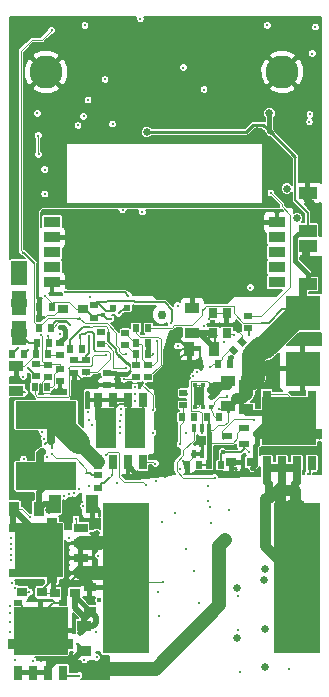
<source format=gtl>
G04 #@! TF.FileFunction,Copper,L1,Top,Signal*
%FSLAX46Y46*%
G04 Gerber Fmt 4.6, Leading zero omitted, Abs format (unit mm)*
G04 Created by KiCad (PCBNEW 4.0.2-stable) date 1/2/2018 2:21:40 AM*
%MOMM*%
G01*
G04 APERTURE LIST*
%ADD10C,0.050000*%
%ADD11R,0.550000X0.650000*%
%ADD12R,0.500000X0.500000*%
%ADD13R,3.000000X3.000000*%
%ADD14R,0.320000X0.370000*%
%ADD15R,0.950000X1.500000*%
%ADD16R,0.250000X0.890000*%
%ADD17R,0.650000X0.550000*%
%ADD18R,0.410000X0.800000*%
%ADD19R,1.250000X0.900000*%
%ADD20R,0.650000X1.300000*%
%ADD21R,0.850000X0.850000*%
%ADD22R,1.700000X3.500000*%
%ADD23R,1.200000X0.770000*%
%ADD24R,4.035000X4.560000*%
%ADD25R,0.905000X0.495000*%
%ADD26R,0.550000X0.750000*%
%ADD27R,0.770000X1.200000*%
%ADD28R,4.560000X4.035000*%
%ADD29R,0.495000X0.905000*%
%ADD30R,0.750000X0.550000*%
%ADD31R,1.000000X0.800000*%
%ADD32R,0.900000X1.250000*%
%ADD33C,0.750000*%
%ADD34R,1.550000X1.000000*%
%ADD35R,5.100000X2.350000*%
%ADD36C,0.400000*%
%ADD37R,1.000000X1.550000*%
%ADD38R,3.900000X12.800000*%
%ADD39R,1.450000X0.950000*%
%ADD40R,1.450000X1.450000*%
%ADD41C,1.450000*%
%ADD42R,1.250000X2.100000*%
%ADD43R,1.450000X2.100000*%
%ADD44R,1.250000X2.000000*%
%ADD45R,0.800000X0.875000*%
%ADD46R,0.875000X0.800000*%
%ADD47C,2.800000*%
%ADD48R,0.930000X0.620000*%
%ADD49C,0.330200*%
%ADD50C,0.635000*%
%ADD51C,0.381000*%
%ADD52C,0.114300*%
%ADD53C,0.177800*%
%ADD54C,0.508000*%
%ADD55C,0.203200*%
%ADD56C,0.254000*%
%ADD57C,0.635000*%
%ADD58C,0.381000*%
%ADD59C,0.889000*%
%ADD60C,0.127000*%
%ADD61C,1.143000*%
%ADD62C,1.930400*%
%ADD63C,2.032000*%
%ADD64C,1.905000*%
%ADD65C,1.955800*%
%ADD66C,0.152400*%
G04 APERTURE END LIST*
D10*
D11*
X51760742Y-87902215D03*
X52800742Y-87902215D03*
D12*
X43812522Y-78646455D03*
X45012522Y-78646455D03*
D13*
X59850642Y-79113315D03*
X59850642Y-83813315D03*
D14*
X50765302Y-87054415D03*
X52065302Y-87054415D03*
X51415302Y-87054415D03*
X52065302Y-85184415D03*
X51415302Y-85184415D03*
X50765302Y-85184415D03*
D15*
X51095302Y-86119415D03*
D16*
X52090302Y-86089415D03*
D11*
X51119962Y-91971295D03*
X50079962Y-91971295D03*
X52941842Y-91989075D03*
X51901842Y-91989075D03*
X36304142Y-82575835D03*
X35264142Y-82575835D03*
D17*
X39276642Y-81616415D03*
X39276642Y-82656415D03*
X40539022Y-83112095D03*
X40539022Y-84152095D03*
X41537242Y-84142315D03*
X41537242Y-83102315D03*
X42167162Y-79494115D03*
X42167162Y-78454115D03*
D11*
X38607222Y-78631215D03*
X37567222Y-78631215D03*
X37324082Y-81620795D03*
X38364082Y-81620795D03*
X38306042Y-82568215D03*
X37266042Y-82568215D03*
D18*
X50648702Y-91042015D03*
X51298702Y-91042015D03*
X51948702Y-91042015D03*
X51948702Y-88842015D03*
X51298702Y-88842015D03*
X50648702Y-88842015D03*
D17*
X55189742Y-79376135D03*
X55189742Y-80416135D03*
D19*
X53498102Y-86958315D03*
X53498102Y-84858315D03*
D17*
X49766842Y-85883615D03*
X49766842Y-86923615D03*
D11*
X50665302Y-87927615D03*
X49625302Y-87927615D03*
D19*
X55098302Y-87275815D03*
X55098302Y-85175815D03*
X41382302Y-105589615D03*
X41382302Y-107689615D03*
D17*
X42493372Y-92842502D03*
X42493372Y-93882502D03*
D10*
G36*
X54308166Y-81486490D02*
X54697075Y-81097581D01*
X55156694Y-81557200D01*
X54767785Y-81946109D01*
X54308166Y-81486490D01*
X54308166Y-81486490D01*
G37*
G36*
X53572774Y-82221882D02*
X53961683Y-81832973D01*
X54421302Y-82292592D01*
X54032393Y-82681501D01*
X53572774Y-82221882D01*
X53572774Y-82221882D01*
G37*
D11*
X52680922Y-83411495D03*
X53720922Y-83411495D03*
X37171302Y-85413015D03*
X38211302Y-85413015D03*
D17*
X38298742Y-84549415D03*
X38298742Y-83509415D03*
D11*
X37496422Y-80345715D03*
X38536422Y-80345715D03*
X40140942Y-82187215D03*
X41180942Y-82187215D03*
D17*
X45779042Y-83496715D03*
X45779042Y-84536715D03*
X44851942Y-80812415D03*
X44851942Y-81852415D03*
D11*
X46793642Y-81641115D03*
X45753642Y-81641115D03*
D17*
X46744242Y-83521415D03*
X46744242Y-84561415D03*
D11*
X46787502Y-80367415D03*
X45747502Y-80367415D03*
D20*
X42525302Y-91715415D03*
X43795302Y-91715415D03*
X45065302Y-91715415D03*
X46335302Y-91715415D03*
X46330302Y-86465415D03*
X45065302Y-86465415D03*
X43795302Y-86465415D03*
X42525302Y-86465415D03*
D21*
X45205302Y-90140415D03*
D22*
X43230302Y-88815415D03*
X45630302Y-88815415D03*
D21*
X46055302Y-90140415D03*
X46055302Y-89290415D03*
X45205302Y-89290415D03*
X45205302Y-88440415D03*
X46055302Y-88440415D03*
X45205302Y-87590415D03*
X46055302Y-87590415D03*
X42805302Y-90140415D03*
X43655302Y-90140415D03*
X43655302Y-89290415D03*
X42805302Y-89290415D03*
X43655302Y-88440415D03*
X42805302Y-88440415D03*
X43655302Y-87590415D03*
X42805302Y-87590415D03*
D23*
X41077502Y-101110215D03*
X41077502Y-99840215D03*
X41077502Y-98570215D03*
X41077502Y-97300215D03*
D24*
X37517502Y-99205215D03*
D25*
X38635002Y-101732715D03*
X38635002Y-96677715D03*
D26*
X35225942Y-97300215D03*
X35225942Y-101110215D03*
D27*
X56802642Y-91813815D03*
X58072642Y-91813815D03*
X59342642Y-91813815D03*
X60612642Y-91813815D03*
D28*
X58707642Y-88253815D03*
D29*
X56180142Y-89371315D03*
X61235142Y-89371315D03*
D30*
X60612642Y-85962255D03*
X56802642Y-85962255D03*
D27*
X35768902Y-109552575D03*
X37038902Y-109552575D03*
X38308902Y-109552575D03*
X39578902Y-109552575D03*
D28*
X37673902Y-105992575D03*
D29*
X35146402Y-107110075D03*
X40201402Y-107110075D03*
D30*
X39578902Y-103701015D03*
X35768902Y-103701015D03*
D31*
X41828702Y-102328015D03*
X41828702Y-104328015D03*
D32*
X50273862Y-82121175D03*
X52373862Y-82121175D03*
D19*
X50516142Y-80788655D03*
X50516142Y-78688655D03*
D33*
X47930422Y-79238275D03*
D34*
X60295142Y-68941315D03*
X60295142Y-72141315D03*
X60295142Y-73449815D03*
X60295142Y-76649815D03*
D19*
X35621582Y-83577975D03*
X35621582Y-85677975D03*
D17*
X43269522Y-84166575D03*
X43269522Y-85206575D03*
D35*
X38131102Y-87731415D03*
X38131102Y-92931415D03*
D32*
X37512502Y-95725415D03*
X35412502Y-95725415D03*
D11*
X45747502Y-82555515D03*
X46787502Y-82555515D03*
D36*
X42936782Y-79243355D03*
X53076462Y-90879095D03*
D17*
X37270042Y-83433215D03*
X37270042Y-84473215D03*
D37*
X42058482Y-95283455D03*
X38858482Y-95283455D03*
D38*
X59378702Y-101553015D03*
X44878702Y-101553015D03*
D17*
X39324902Y-83815215D03*
X39324902Y-84855215D03*
D39*
X38645642Y-71430315D03*
X38645642Y-72700315D03*
X38645642Y-73970315D03*
X38645642Y-75240315D03*
X38645642Y-76510315D03*
X57687642Y-71430315D03*
X57687642Y-72700315D03*
X57687642Y-73970315D03*
X57687642Y-76510315D03*
X57687642Y-75240315D03*
D40*
X35855262Y-75745775D03*
D41*
X35855262Y-78285775D03*
X35855262Y-80825775D03*
D42*
X35855262Y-78285775D03*
D43*
X35855262Y-75745775D03*
D44*
X35855262Y-80825775D03*
D45*
X53416822Y-79131655D03*
X53416822Y-80831655D03*
D46*
X40555702Y-102828015D03*
X38855702Y-102828015D03*
D45*
X52243342Y-79119795D03*
X52243342Y-80819795D03*
D46*
X53830042Y-91740155D03*
X55530042Y-91740155D03*
X36087302Y-102766295D03*
X37787302Y-102766295D03*
X39536622Y-78763295D03*
X41236622Y-78763295D03*
D47*
X38146342Y-58717615D03*
X58146342Y-58717615D03*
D48*
X53425102Y-89507255D03*
X54895102Y-90157255D03*
X54895102Y-88857255D03*
D17*
X42769142Y-81715915D03*
X42769142Y-80675915D03*
D49*
X37038902Y-108552415D03*
X40066899Y-98183818D03*
X51494042Y-80244115D03*
X49283065Y-78498379D03*
X39205651Y-64305615D03*
X38794042Y-68623615D03*
X37709462Y-79560855D03*
X55697742Y-58997015D03*
X54681742Y-55695015D03*
X36998262Y-54191335D03*
X47981222Y-54445335D03*
X51582942Y-55893135D03*
X46287042Y-70566715D03*
X44623342Y-70376215D03*
X47145562Y-87290075D03*
X42599300Y-95801213D03*
X42443104Y-96690605D03*
X40857481Y-104344432D03*
X42365602Y-105364715D03*
X41013992Y-106220813D03*
X42042722Y-104328015D03*
X35487058Y-84277901D03*
X52116342Y-96881115D03*
X51100342Y-103688315D03*
X54542042Y-109466815D03*
X58720342Y-109212815D03*
X50630442Y-100932415D03*
X47709442Y-104755115D03*
X47595142Y-102735815D03*
X35542102Y-108463515D03*
X35542102Y-102380215D03*
X35098342Y-106114015D03*
X35114500Y-104475715D03*
X35114500Y-105301215D03*
D50*
X57653542Y-90703117D03*
X56850902Y-90747015D03*
D49*
X45766342Y-64381815D03*
X42423702Y-108273015D03*
X56148240Y-87046405D03*
D50*
X60549142Y-69817415D03*
X60041142Y-65143815D03*
X58110742Y-65601015D03*
X59914142Y-74478315D03*
D49*
X41816642Y-77716815D03*
X36546142Y-73652815D03*
X44166142Y-60889315D03*
D50*
X54336302Y-106665195D03*
X54305822Y-102403075D03*
D49*
X54366782Y-105915895D03*
X54343922Y-103063475D03*
X45824762Y-79624355D03*
X41670302Y-84995815D03*
X41702342Y-87513595D03*
X42063022Y-88572775D03*
X41788702Y-88166375D03*
X39420302Y-84745815D03*
X40920302Y-84995815D03*
X49763329Y-91643213D03*
X50023382Y-89225935D03*
X47435122Y-93325115D03*
X47200942Y-82611395D03*
D50*
X55951742Y-63721415D03*
D49*
X54255022Y-92349755D03*
X37013502Y-68491535D03*
X36317542Y-63020375D03*
X51887742Y-79642135D03*
X47173511Y-89233175D03*
X42705642Y-80688615D03*
X35083102Y-103904215D03*
X36718862Y-102733275D03*
X42550702Y-99662415D03*
X35184702Y-100018015D03*
X35184702Y-99078215D03*
X35184702Y-99586215D03*
X35260902Y-101948415D03*
X35184702Y-98671815D03*
X35184702Y-98163815D03*
D51*
X42573900Y-103428015D03*
D49*
X42599300Y-96335015D03*
X50052502Y-85932415D03*
X42347502Y-104945615D03*
X36299220Y-85822497D03*
X48702582Y-79923657D03*
D50*
X38400830Y-95775498D03*
D49*
X42484662Y-78207035D03*
X39276642Y-80266975D03*
X37851702Y-90940055D03*
X55425931Y-76969081D03*
X49271542Y-81907815D03*
X44359704Y-89245621D03*
X44884962Y-84275095D03*
X35715713Y-82106255D03*
X44483357Y-87225165D03*
X44430302Y-88765815D03*
X42372902Y-106139415D03*
X50897142Y-84117615D03*
X37826302Y-89185817D03*
X37722162Y-80980715D03*
X39685116Y-94632311D03*
X50018302Y-99103615D03*
D50*
X58683702Y-96792215D03*
X59695702Y-96792215D03*
X58683702Y-96030215D03*
X59695702Y-96030215D03*
X59695702Y-95268215D03*
X58683702Y-95268215D03*
D49*
X40518702Y-94385817D03*
X49027702Y-96081015D03*
X36774742Y-96411215D03*
D50*
X38733082Y-100924795D03*
X38733082Y-99908795D03*
X36528702Y-100828015D03*
X36528702Y-100003015D03*
X36503702Y-99253015D03*
X36503702Y-98453015D03*
X36503702Y-97653015D03*
D49*
X38635002Y-101732715D03*
X38598462Y-55171775D03*
X44867182Y-82540275D03*
X44867182Y-83764555D03*
X41279080Y-95446015D03*
X45669704Y-86533155D03*
X45667282Y-85362215D03*
X41788702Y-93712455D03*
X46604542Y-93678175D03*
X43190900Y-91097535D03*
X39299502Y-80909595D03*
X44143282Y-93504655D03*
D50*
X53287282Y-98344155D03*
X52794522Y-98836915D03*
D49*
X40728304Y-107104615D03*
X40159457Y-80136331D03*
X41019082Y-81171215D03*
X42443104Y-97770115D03*
X38212382Y-91315975D03*
X48011702Y-101923015D03*
D50*
X37776702Y-107678015D03*
X36653702Y-107653015D03*
X37776702Y-106853015D03*
X36653702Y-106828015D03*
X37751702Y-106103015D03*
X36628702Y-106078015D03*
X37751702Y-105303015D03*
X36628702Y-105278015D03*
X37751702Y-104503015D03*
X36628702Y-104478015D03*
D49*
X36242301Y-91477013D03*
X47935502Y-96792215D03*
D50*
X60041142Y-87394215D03*
X59207702Y-88503015D03*
X56581662Y-101691875D03*
X56703582Y-105875255D03*
X56642622Y-100787635D03*
X56637542Y-109083275D03*
X58409302Y-89503015D03*
X59232702Y-89553015D03*
X60003702Y-89553015D03*
X58384302Y-88453015D03*
X59978702Y-88503015D03*
D49*
X51420544Y-78837883D03*
X41689642Y-61079815D03*
D50*
X57043942Y-62210115D03*
D49*
X52761507Y-87277151D03*
D50*
X46655342Y-63772215D03*
X56303702Y-84578015D03*
X56127002Y-83596915D03*
D49*
X53650502Y-82832375D03*
D50*
X58517142Y-68570073D03*
X59380742Y-71087415D03*
D49*
X38057442Y-90221234D03*
X38626402Y-90546355D03*
X38552742Y-90056135D03*
X38283502Y-81018815D03*
X60320542Y-92779015D03*
X53599702Y-95827015D03*
X47498622Y-81511575D03*
X44734736Y-84726849D03*
X36221022Y-84490995D03*
X45669704Y-85987055D03*
X41763302Y-81095015D03*
X36625984Y-83756935D03*
X51821702Y-93795015D03*
X40960504Y-94049015D03*
X40075496Y-94419743D03*
X51847102Y-95065015D03*
X36635042Y-82212615D03*
X43211102Y-82669815D03*
X37501182Y-65661975D03*
X37465622Y-64092255D03*
X38029841Y-66959915D03*
X38029841Y-69034714D03*
X51364502Y-86454415D03*
X50780302Y-86429015D03*
X51364502Y-85997215D03*
X50780302Y-85971815D03*
X51415302Y-85565415D03*
X50770411Y-85565415D03*
X50613824Y-83774715D03*
X45314394Y-92224777D03*
D50*
X48161464Y-92727834D03*
D49*
X49515382Y-92337055D03*
D50*
X50912382Y-83355615D03*
D49*
X54072142Y-80947695D03*
X40671102Y-96538215D03*
X40928204Y-109822415D03*
X42824704Y-88732296D03*
X41321342Y-62451415D03*
X51511822Y-60200975D03*
X57170942Y-68953815D03*
X43759742Y-63111815D03*
X52040142Y-83665495D03*
X49474742Y-90239015D03*
X51298702Y-89273815D03*
X51298702Y-89273815D03*
X51298702Y-89273815D03*
X51298702Y-89273815D03*
X50721502Y-88105415D03*
X44430302Y-88257815D03*
X41382302Y-108476215D03*
D50*
X48636542Y-77081815D03*
X52230694Y-77170767D03*
D49*
X52235722Y-81138195D03*
X50605042Y-84454166D03*
X37978702Y-89750987D03*
X38065062Y-77640615D03*
X43630202Y-79606575D03*
X44500900Y-87739655D03*
X44293142Y-79134758D03*
X39756702Y-77330735D03*
X45105942Y-77627915D03*
X52395742Y-93038095D03*
X55306582Y-90884175D03*
X53477223Y-86161734D03*
X55319282Y-80978175D03*
X43734342Y-92809495D03*
X53172982Y-81582695D03*
X52002042Y-95509515D03*
X47379242Y-91864615D03*
X38626402Y-91082295D03*
X46109242Y-54209115D03*
X43124742Y-59332295D03*
X60434842Y-62934015D03*
X60919982Y-54901853D03*
X56853442Y-54742515D03*
X41422942Y-54755215D03*
X60663442Y-57142815D03*
X60472942Y-62299015D03*
X49754142Y-58336615D03*
X55759274Y-88134123D03*
X40838742Y-63226115D03*
X37384342Y-62197415D03*
D52*
X39536622Y-78763295D02*
X39340142Y-78763295D01*
X37963860Y-79504975D02*
X37765342Y-79504975D01*
X39340142Y-78763295D02*
X38824522Y-79278915D01*
X38824522Y-79278915D02*
X38189920Y-79278915D01*
X38189920Y-79278915D02*
X37963860Y-79504975D01*
X37765342Y-79504975D02*
X37709462Y-79560855D01*
X37567222Y-78631215D02*
X37567222Y-79418615D01*
X37567222Y-79418615D02*
X37709462Y-79560855D01*
X46113051Y-85025664D02*
X47145562Y-86058175D01*
X47145562Y-86058175D02*
X47145562Y-87056589D01*
X47145562Y-87056589D02*
X47145562Y-87290075D01*
X43269522Y-85186575D02*
X45102632Y-85186575D01*
X45263543Y-85025664D02*
X46113051Y-85025664D01*
X45102632Y-85186575D02*
X45263543Y-85025664D01*
D53*
X42058482Y-95283455D02*
X42058482Y-96305983D01*
X42058482Y-96305983D02*
X42443104Y-96690605D01*
D54*
X40555702Y-102828015D02*
X40555702Y-104042653D01*
X40555702Y-104042653D02*
X40857481Y-104344432D01*
X41382302Y-105589615D02*
X41382302Y-104869253D01*
X41382302Y-104869253D02*
X40857481Y-104344432D01*
X42365602Y-105364715D02*
X42365602Y-104864915D01*
X42365602Y-104864915D02*
X41828702Y-104328015D01*
X41382302Y-105589615D02*
X42140702Y-105589615D01*
X42140702Y-105589615D02*
X42365602Y-105364715D01*
X41382302Y-105589615D02*
X41382302Y-105852503D01*
X41382302Y-105852503D02*
X41013992Y-106220813D01*
X41382302Y-105589615D02*
X41382302Y-104988435D01*
X41382302Y-104988435D02*
X42042722Y-104328015D01*
X41382302Y-105589615D02*
X41382302Y-104774415D01*
X41382302Y-104774415D02*
X41828702Y-104328015D01*
D52*
X35487058Y-84277901D02*
X35487058Y-83712499D01*
X35487058Y-83712499D02*
X35621582Y-83577975D01*
X50079962Y-91971295D02*
X50079962Y-91959846D01*
X50079962Y-91959846D02*
X49763329Y-91643213D01*
X50648702Y-91042015D02*
X50648702Y-91237015D01*
X50648702Y-91237015D02*
X50242504Y-91643213D01*
X50242504Y-91643213D02*
X49996815Y-91643213D01*
X49996815Y-91643213D02*
X49763329Y-91643213D01*
X35621582Y-83577975D02*
X36256282Y-83577975D01*
X36256282Y-83577975D02*
X37266042Y-82568215D01*
D55*
X37324082Y-81620795D02*
X36650282Y-81620795D01*
X36650282Y-81620795D02*
X35855262Y-80825775D01*
X36108782Y-80825775D02*
X35855262Y-80825775D01*
D52*
X39536622Y-78763295D02*
X39416091Y-78883826D01*
D54*
X60168142Y-68841315D02*
X60168142Y-69436415D01*
X60168142Y-69436415D02*
X60549142Y-69817415D01*
D56*
X59914142Y-73349815D02*
X59914142Y-74478315D01*
D52*
X38105702Y-84459815D02*
X38105702Y-84610003D01*
X38105702Y-84610003D02*
X37764851Y-84950854D01*
X37799141Y-85909466D02*
X39064951Y-85909466D01*
X37764851Y-84950854D02*
X37764851Y-85875176D01*
X39324902Y-85649515D02*
X39324902Y-85135215D01*
X37764851Y-85875176D02*
X37799141Y-85909466D01*
X39064951Y-85909466D02*
X39324902Y-85649515D01*
X51887742Y-79642135D02*
X52314462Y-80068855D01*
X54732430Y-81521845D02*
X54732430Y-80963651D01*
X54732430Y-80963651D02*
X53837634Y-80068855D01*
X53837634Y-80068855D02*
X52314462Y-80068855D01*
X40539022Y-84132095D02*
X40589022Y-84132095D01*
X40589022Y-84132095D02*
X41452742Y-84995815D01*
X41452742Y-84995815D02*
X41670302Y-84995815D01*
X49763329Y-91643213D02*
X49763329Y-91916602D01*
X39324902Y-85235215D02*
X39324902Y-84841215D01*
X39324902Y-84841215D02*
X39420302Y-84745815D01*
X40504502Y-85092215D02*
X40823902Y-85092215D01*
X40823902Y-85092215D02*
X40920302Y-84995815D01*
X40539022Y-84132095D02*
X40539022Y-85057695D01*
X40539022Y-85057695D02*
X40504502Y-85092215D01*
X46767502Y-82677415D02*
X47134922Y-82677415D01*
X47134922Y-82677415D02*
X47200942Y-82611395D01*
X46777502Y-81757415D02*
X46777502Y-82667415D01*
X46777502Y-82667415D02*
X46767502Y-82677415D01*
X36718862Y-102733275D02*
X36192242Y-102733275D01*
X36192242Y-102733275D02*
X36164302Y-102761215D01*
D57*
X59842662Y-83441975D02*
X59853702Y-83453015D01*
D56*
X53754642Y-92248155D02*
X54153422Y-92248155D01*
X54153422Y-92248155D02*
X54255022Y-92349755D01*
D52*
X53366022Y-79093497D02*
X51969864Y-79093497D01*
X51969864Y-79093497D02*
X51953782Y-79077415D01*
X51887742Y-79642135D02*
X51887742Y-79143455D01*
X51887742Y-79143455D02*
X51953782Y-79077415D01*
X38105702Y-84439815D02*
X38055702Y-84439815D01*
X37344082Y-81620795D02*
X36929782Y-81620795D01*
X36929782Y-81620795D02*
X36850001Y-81541014D01*
X36850001Y-81541014D02*
X36468901Y-81541014D01*
X36468901Y-81541014D02*
X35768902Y-80841015D01*
X37344082Y-81620795D02*
X37344082Y-82540655D01*
X37344082Y-82540655D02*
X37293662Y-82591075D01*
X35859542Y-80841015D02*
X35768902Y-80841015D01*
X41113053Y-85613666D02*
X40591602Y-85092215D01*
X40591602Y-85092215D02*
X40504502Y-85092215D01*
X40504502Y-85142215D02*
X40504502Y-85092215D01*
X35603802Y-83317515D02*
X35603802Y-83901715D01*
D56*
X42599300Y-96335015D02*
X42599300Y-95801213D01*
X42599300Y-95801213D02*
X42091702Y-95293615D01*
X36164302Y-102761215D02*
X36302404Y-102761215D01*
X36164302Y-102761215D02*
X36251502Y-102761215D01*
X41828702Y-104328015D02*
X41828702Y-104426815D01*
X41828702Y-104426815D02*
X42347502Y-104945615D01*
D53*
X41280702Y-105471215D02*
X41948902Y-105471215D01*
D58*
X40478702Y-102828015D02*
X40478702Y-102978015D01*
X40478702Y-102978015D02*
X41828702Y-104328015D01*
X39769403Y-80505736D02*
X39530642Y-80266975D01*
X39530642Y-80266975D02*
X39276642Y-80266975D01*
X39276642Y-81616415D02*
X39276642Y-81476015D01*
X39276642Y-81476015D02*
X39373161Y-81379496D01*
X39373161Y-81379496D02*
X39525055Y-81379496D01*
X39525055Y-81379496D02*
X39769403Y-81135148D01*
X39769403Y-81135148D02*
X39769403Y-80505736D01*
D52*
X35621582Y-85677975D02*
X36154698Y-85677975D01*
X36154698Y-85677975D02*
X36299220Y-85822497D01*
D53*
X43843562Y-78964515D02*
X43604802Y-78964515D01*
X43604802Y-78964515D02*
X43242142Y-78964515D01*
D55*
X43812522Y-78646455D02*
X43812522Y-78756795D01*
X43812522Y-78756795D02*
X43604802Y-78964515D01*
X46624862Y-78207035D02*
X45690142Y-78207035D01*
X45690142Y-78207035D02*
X45572223Y-78089116D01*
X45572223Y-78089116D02*
X43317782Y-78089116D01*
X43199863Y-78207035D02*
X42484662Y-78207035D01*
X43317782Y-78089116D02*
X43199863Y-78207035D01*
X46624862Y-78207035D02*
X48196552Y-78207035D01*
X48196552Y-78207035D02*
X48807023Y-78817506D01*
X48807023Y-79819216D02*
X48702582Y-79923657D01*
X48807023Y-78817506D02*
X48807023Y-79819216D01*
D53*
X43242142Y-78964515D02*
X42484662Y-78207035D01*
D57*
X38131102Y-92931415D02*
X37615481Y-92415794D01*
X37615481Y-91029462D02*
X37778295Y-90866648D01*
X37615481Y-92415794D02*
X37615481Y-91029462D01*
D55*
X39172502Y-81628415D02*
X39172502Y-81468395D01*
D56*
X38131102Y-92931415D02*
X38131102Y-92184183D01*
X38131102Y-92184183D02*
X37568206Y-91621287D01*
X37568206Y-91621287D02*
X37568206Y-91231141D01*
X37568206Y-91231141D02*
X37854549Y-90944798D01*
D52*
X36353102Y-85768615D02*
X35854902Y-85768615D01*
X35854902Y-85768615D02*
X35603802Y-85517515D01*
D53*
X38348007Y-95637310D02*
X38691702Y-95293615D01*
D54*
X38691702Y-95293615D02*
X37994302Y-95293615D01*
X37994302Y-95293615D02*
X37562502Y-95725415D01*
X37562502Y-95725415D02*
X37562502Y-94236615D01*
X37562502Y-94236615D02*
X38207302Y-93591815D01*
D55*
X40140942Y-82187215D02*
X40140942Y-81417823D01*
X40140942Y-81417823D02*
X41271751Y-80287014D01*
X41271751Y-80287014D02*
X41844582Y-80287014D01*
D56*
X44245138Y-82644415D02*
X44958877Y-83358154D01*
D55*
X43400094Y-81496681D02*
X44049323Y-82145910D01*
X44049323Y-82145910D02*
X44049323Y-82448600D01*
X44049323Y-82448600D02*
X44245138Y-82644415D01*
D52*
X41844582Y-80287014D02*
X42002343Y-80287014D01*
X42002343Y-80287014D02*
X42072193Y-80217164D01*
X42072193Y-80217164D02*
X43192803Y-80217164D01*
X43192803Y-80217164D02*
X43400094Y-80424455D01*
X43400094Y-80424455D02*
X43400094Y-80729255D01*
D56*
X43400094Y-80729255D02*
X43400094Y-81496681D01*
X44958877Y-83358154D02*
X45062255Y-83358154D01*
X45062255Y-83358154D02*
X45196201Y-83492100D01*
D52*
X45192558Y-83591835D02*
X45196201Y-83492100D01*
D56*
X44884962Y-84275095D02*
X44958116Y-84275095D01*
X44958116Y-84275095D02*
X45203733Y-84029478D01*
X45203733Y-84029478D02*
X45203733Y-84002238D01*
D58*
X43269522Y-84186575D02*
X44000522Y-84186575D01*
X44000522Y-84186575D02*
X44070895Y-84256948D01*
X44070895Y-84256948D02*
X44866815Y-84256948D01*
X44866815Y-84256948D02*
X44884962Y-84275095D01*
D52*
X43487962Y-84305575D02*
X45133882Y-84305575D01*
X45133882Y-84305575D02*
X45174522Y-84264935D01*
X45174522Y-84264935D02*
X45174522Y-84031449D01*
X45174522Y-84031449D02*
X45203733Y-84002238D01*
X45203733Y-84002238D02*
X45203733Y-83591835D01*
X45203733Y-83591835D02*
X45192558Y-83591835D01*
D53*
X35264142Y-82575835D02*
X35264142Y-82557826D01*
X35264142Y-82557826D02*
X35715713Y-82106255D01*
D52*
X35264142Y-82829835D02*
X35264142Y-82390535D01*
X35264142Y-82390535D02*
X35222693Y-82349086D01*
X38211302Y-85413015D02*
X38600602Y-85413015D01*
X38600602Y-85413015D02*
X38828451Y-85185166D01*
X38828451Y-85185166D02*
X38828451Y-84261666D01*
X38828451Y-84261666D02*
X39274902Y-83815215D01*
X39274902Y-83815215D02*
X39324902Y-83815215D01*
X39324902Y-83815215D02*
X39324902Y-83425915D01*
X39324902Y-83425915D02*
X39318802Y-83419815D01*
X39318802Y-83419815D02*
X38545002Y-83419815D01*
X38545002Y-83419815D02*
X38105702Y-83419815D01*
X38105702Y-83439815D02*
X37814591Y-83148704D01*
X37814591Y-83148704D02*
X37814591Y-82108898D01*
X37814591Y-82108898D02*
X37822211Y-82101278D01*
X37822211Y-82101278D02*
X37822211Y-81080764D01*
X37822211Y-81080764D02*
X37722162Y-80980715D01*
X38191302Y-85413015D02*
X38191302Y-85363015D01*
X38155702Y-83439815D02*
X38105702Y-83439815D01*
X39248702Y-83406415D02*
X38308902Y-83406415D01*
X38308902Y-83406415D02*
X38232702Y-83482615D01*
X38232702Y-83482615D02*
X37234102Y-83482615D01*
X37234102Y-83482615D02*
X37191302Y-83439815D01*
D57*
X58072642Y-92194815D02*
X59342642Y-92194815D01*
X56802642Y-92194815D02*
X58072642Y-92194815D01*
X59342642Y-92194815D02*
X59342642Y-93429815D01*
X59342642Y-93429815D02*
X59187702Y-93584755D01*
X59187702Y-93584755D02*
X59187702Y-94125215D01*
X58072642Y-92194815D02*
X58072642Y-94000755D01*
X58072642Y-94000755D02*
X58197102Y-94125215D01*
X56802642Y-92194815D02*
X56802642Y-93429815D01*
X56802642Y-93429815D02*
X56977902Y-93605075D01*
X56977902Y-93605075D02*
X56977902Y-94785615D01*
D59*
X59187702Y-94125215D02*
X59187702Y-101362015D01*
X59187702Y-94125215D02*
X58197102Y-94125215D01*
X58197102Y-94125215D02*
X57917702Y-93845815D01*
X56647702Y-94785615D02*
X56647702Y-98822015D01*
X57917702Y-93845815D02*
X57917702Y-100092015D01*
X56647702Y-94785615D02*
X56977902Y-94785615D01*
X56977902Y-94785615D02*
X57917702Y-93845815D01*
X59187702Y-101362015D02*
X59378702Y-101553015D01*
X57917702Y-100092015D02*
X59378702Y-101553015D01*
X56647702Y-98822015D02*
X59378702Y-101553015D01*
D52*
X36088942Y-95725415D02*
X35412502Y-95725415D01*
X36774742Y-96411215D02*
X36088942Y-95725415D01*
X36528702Y-100828015D02*
X35508142Y-100828015D01*
X35508142Y-100828015D02*
X35225942Y-101110215D01*
X38635002Y-96677715D02*
X38635002Y-98087715D01*
X38635002Y-98087715D02*
X37517502Y-99205215D01*
D53*
X35365704Y-95728617D02*
X35362502Y-95725415D01*
X37964302Y-102761215D02*
X37964302Y-102403415D01*
X37964302Y-102403415D02*
X38635002Y-101732715D01*
D52*
X38015102Y-102837415D02*
X38669302Y-102837415D01*
X38669302Y-102837415D02*
X38678702Y-102828015D01*
D58*
X38678702Y-102828015D02*
X38678702Y-101776415D01*
X38678702Y-101776415D02*
X38635002Y-101732715D01*
D54*
X35362502Y-95725415D02*
X35362502Y-97163655D01*
X35362502Y-97163655D02*
X35225942Y-97300215D01*
X37517502Y-99205215D02*
X37517502Y-97880415D01*
X37517502Y-97880415D02*
X35362502Y-95725415D01*
D60*
X38678702Y-102828015D02*
X38678702Y-100366415D01*
X38678702Y-100366415D02*
X37517502Y-99205215D01*
X38628702Y-98423015D02*
X39063702Y-98858015D01*
D52*
X35980991Y-57340935D02*
X35980991Y-73811565D01*
X35980991Y-56956126D02*
X36937302Y-55999815D01*
X36937302Y-55999815D02*
X37770422Y-55999815D01*
X35980991Y-57340935D02*
X35980991Y-56956126D01*
X37770422Y-55999815D02*
X38598462Y-55171775D01*
X41038370Y-79583715D02*
X40902242Y-79583715D01*
X40902242Y-79583715D02*
X40737142Y-79583715D01*
X40809760Y-79507525D02*
X40826052Y-79507525D01*
X40826052Y-79507525D02*
X40902242Y-79583715D01*
X41038370Y-79583715D02*
X41443209Y-79988554D01*
X40885970Y-79431315D02*
X41038370Y-79583715D01*
X37496422Y-80295715D02*
X38284612Y-79507525D01*
X38284612Y-79507525D02*
X40809760Y-79507525D01*
X40809760Y-79507525D02*
X40885970Y-79431315D01*
D55*
X36203242Y-74033816D02*
X36306925Y-74033816D01*
D52*
X37104942Y-79904235D02*
X37104942Y-74831833D01*
X37496422Y-80295715D02*
X37104942Y-79904235D01*
D55*
X36306925Y-74033816D02*
X37104942Y-74831833D01*
D52*
X35980991Y-73811565D02*
X36203242Y-74033816D01*
X37496422Y-80345715D02*
X37496422Y-80295715D01*
X44563084Y-82540275D02*
X44867182Y-82540275D01*
X44322383Y-82299574D02*
X44563084Y-82540275D01*
X44076457Y-81786880D02*
X44322383Y-82032805D01*
X44076457Y-80777515D02*
X44076457Y-81786880D01*
X44322383Y-82032805D02*
X44322383Y-82299574D01*
X43287496Y-79988554D02*
X44076457Y-80777515D01*
X41443209Y-79988554D02*
X43287496Y-79988554D01*
D53*
X37496422Y-80345715D02*
X37578842Y-80345715D01*
D52*
X37262422Y-80345715D02*
X37262422Y-80295715D01*
X43776263Y-83798834D02*
X43810542Y-83764555D01*
X43810542Y-83764555D02*
X44867182Y-83764555D01*
X42705642Y-81688615D02*
X43169942Y-81688615D01*
X43169942Y-81688615D02*
X43776263Y-82294936D01*
X43776263Y-82294936D02*
X43776263Y-83798834D01*
X44322343Y-92962602D02*
X44758516Y-93398775D01*
X44758516Y-93398775D02*
X46325142Y-93398775D01*
X46325142Y-93398775D02*
X46604542Y-93678175D01*
X43190900Y-91097535D02*
X43394471Y-90893964D01*
X43394471Y-90893964D02*
X44257463Y-90893964D01*
X44257463Y-90893964D02*
X44322343Y-90958844D01*
X44322343Y-90958844D02*
X44322343Y-92962602D01*
D54*
X41382302Y-107689615D02*
X41207302Y-107689615D01*
X40312643Y-108584274D02*
X38899261Y-108584274D01*
X41207302Y-107689615D02*
X40312643Y-108584274D01*
X38899261Y-108584274D02*
X38308902Y-109174633D01*
X38308902Y-109174633D02*
X38308902Y-109552575D01*
D61*
X52794522Y-103871637D02*
X47453344Y-109212815D01*
X47453344Y-109212815D02*
X47427343Y-109238816D01*
X47427343Y-109238816D02*
X42130169Y-109238816D01*
D53*
X41382302Y-107739615D02*
X41057302Y-107739615D01*
X40047543Y-108749374D02*
X38897103Y-108749374D01*
X38308902Y-109337575D02*
X38308902Y-109552575D01*
D56*
X40706662Y-108415255D02*
X40356142Y-108415255D01*
X41382302Y-107739615D02*
X41363304Y-107739615D01*
X41363304Y-107739615D02*
X40728304Y-107104615D01*
X41158782Y-107739615D02*
X41382302Y-107739615D01*
D61*
X52794522Y-98836915D02*
X52794522Y-103871637D01*
X52794522Y-98836915D02*
X53287282Y-98344155D01*
D53*
X41280702Y-107671215D02*
X40955702Y-107671215D01*
X38186202Y-109570515D02*
X38186202Y-109355515D01*
D55*
X38536422Y-80295715D02*
X39014622Y-79817515D01*
X39840641Y-79817515D02*
X40159457Y-80136331D01*
X39014622Y-79817515D02*
X39840641Y-79817515D01*
D52*
X38536422Y-80345715D02*
X38686014Y-80345715D01*
X39994358Y-79971232D02*
X40159457Y-80136331D01*
X38686014Y-80345715D02*
X39126714Y-79905015D01*
X39126714Y-79905015D02*
X39928141Y-79905015D01*
X39928141Y-79905015D02*
X39994358Y-79971232D01*
D55*
X38536422Y-80345715D02*
X38536422Y-80295715D01*
D52*
X41448342Y-84093995D02*
X41912642Y-84093995D01*
X41912642Y-84093995D02*
X41938802Y-84120155D01*
X41938802Y-84120155D02*
X42413542Y-84120155D01*
X38262422Y-80345715D02*
X38676722Y-80345715D01*
X38676722Y-80345715D02*
X38735622Y-80286815D01*
D53*
X40996222Y-80993609D02*
X41118336Y-80871495D01*
X41994983Y-80726714D02*
X42152441Y-80884172D01*
X41118336Y-80871495D02*
X41441736Y-80871495D01*
X41441736Y-80871495D02*
X41586517Y-80726714D01*
X41586517Y-80726714D02*
X41994983Y-80726714D01*
X42152441Y-80884172D02*
X42152441Y-82151176D01*
D52*
X42290080Y-82288815D02*
X43373662Y-82288815D01*
X43373662Y-82288815D02*
X43547653Y-82462806D01*
X43547653Y-82462806D02*
X43547653Y-82986044D01*
X43547653Y-82986044D02*
X42413542Y-84120155D01*
D53*
X40996222Y-81227095D02*
X40996222Y-80993609D01*
X42152441Y-82151176D02*
X42290080Y-82288815D01*
D52*
X41015782Y-82255795D02*
X41015782Y-81246655D01*
X41015782Y-81246655D02*
X40996222Y-81227095D01*
D53*
X41612702Y-84338215D02*
X41512502Y-84238015D01*
D54*
X41077502Y-98570215D02*
X41643004Y-98570215D01*
X41643004Y-98570215D02*
X42443104Y-97770115D01*
X39578902Y-103701015D02*
X39661503Y-103618414D01*
X39661503Y-103618414D02*
X39661503Y-102220214D01*
X39661503Y-102220214D02*
X39922003Y-101959714D01*
D60*
X39782102Y-101678615D02*
X39782102Y-102088115D01*
D55*
X39578902Y-103701015D02*
X39578902Y-103222815D01*
X39578902Y-103222815D02*
X39782102Y-103019615D01*
X39782102Y-103019615D02*
X39782102Y-102088115D01*
D53*
X39578902Y-103701015D02*
X38680702Y-103701015D01*
X38680702Y-103701015D02*
X37878702Y-104503015D01*
X40201402Y-107110075D02*
X38160762Y-107110075D01*
X38160762Y-107110075D02*
X37903702Y-106853015D01*
X35146402Y-107110075D02*
X36371642Y-107110075D01*
X36371642Y-107110075D02*
X36653702Y-106828015D01*
X35768902Y-103701015D02*
X35851702Y-103701015D01*
X35851702Y-103701015D02*
X36628702Y-104478015D01*
D56*
X36653702Y-106828015D02*
X37878702Y-106828015D01*
X37878702Y-106828015D02*
X37903702Y-106853015D01*
D52*
X45248702Y-101923015D02*
X44878702Y-101553015D01*
X48011702Y-101923015D02*
X45248702Y-101923015D01*
D61*
X37551202Y-106010515D02*
X38126101Y-106585414D01*
X44878702Y-104232657D02*
X44878702Y-101553015D01*
D54*
X41828702Y-102328015D02*
X41460401Y-101959714D01*
X41460401Y-101959714D02*
X39922003Y-101959714D01*
D53*
X40925102Y-101110215D02*
X40061502Y-101973815D01*
X41077502Y-101110215D02*
X40925102Y-101110215D01*
D58*
X41828702Y-102328015D02*
X44103702Y-102328015D01*
X44103702Y-102328015D02*
X44878702Y-101553015D01*
X41828702Y-102328015D02*
X41828702Y-101861415D01*
X41828702Y-101861415D02*
X41077502Y-101110215D01*
D61*
X41077502Y-98570215D02*
X42677702Y-98570215D01*
X41077502Y-101110215D02*
X44435902Y-101110215D01*
X44435902Y-101110215D02*
X44878702Y-101553015D01*
D58*
X44878702Y-100288615D02*
X42779302Y-98189215D01*
X44878702Y-101553015D02*
X44878702Y-100288615D01*
D60*
X41077502Y-98570215D02*
X41077502Y-99082215D01*
X41077502Y-99082215D02*
X41077502Y-99840215D01*
X40350502Y-101110215D02*
X39893302Y-101567415D01*
X39893302Y-101567415D02*
X39782102Y-101678615D01*
X41077502Y-99840215D02*
X41077502Y-100352215D01*
X41077502Y-100352215D02*
X39893302Y-101536415D01*
X39893302Y-101536415D02*
X39893302Y-101567415D01*
X41077502Y-101110215D02*
X40350502Y-101110215D01*
X44878702Y-99891413D02*
X44878702Y-101553015D01*
D52*
X58707642Y-88253815D02*
X58707642Y-86122015D01*
X58707642Y-86122015D02*
X58547882Y-85962255D01*
X58547882Y-85962255D02*
X57291942Y-85962255D01*
X57291942Y-85962255D02*
X56802642Y-85962255D01*
D54*
X55098302Y-87579815D02*
X57652642Y-87579815D01*
X57652642Y-87579815D02*
X58707642Y-88634815D01*
D52*
X55098302Y-87579815D02*
X58030502Y-87579815D01*
X58030502Y-87579815D02*
X58953702Y-88503015D01*
X60003702Y-89553015D02*
X61035842Y-89553015D01*
X61035842Y-89553015D02*
X61235142Y-89752315D01*
X58928702Y-87653015D02*
X58928702Y-88478015D01*
X58928702Y-88478015D02*
X58953702Y-88503015D01*
X56802642Y-86343255D02*
X56902642Y-86343255D01*
X56902642Y-86343255D02*
X58003702Y-87444315D01*
X58003702Y-87444315D02*
X58003702Y-87603015D01*
D56*
X60457702Y-85936855D02*
X60457702Y-86224015D01*
X60457702Y-86224015D02*
X59978702Y-86703015D01*
D58*
X55554642Y-92248155D02*
X55862503Y-91940294D01*
X55862503Y-91940294D02*
X55862503Y-90342114D01*
X55862503Y-90342114D02*
X56025202Y-90179415D01*
X56025202Y-90179415D02*
X56025202Y-89345915D01*
D57*
X57142702Y-88228415D02*
X56025202Y-89345915D01*
D52*
X51681181Y-78498344D02*
X51420544Y-78837883D01*
X51420544Y-78837883D02*
X51312593Y-78866932D01*
X51948702Y-91473815D02*
X51948702Y-90096775D01*
X54895102Y-88857255D02*
X54740102Y-88857255D01*
X54315802Y-89700167D02*
X53919194Y-90096775D01*
X51948702Y-90096775D02*
X51948702Y-88664215D01*
X54740102Y-88857255D02*
X54315802Y-89281555D01*
X54315802Y-89281555D02*
X54315802Y-89700167D01*
X53919194Y-90096775D02*
X51948702Y-90096775D01*
D56*
X56499367Y-63162614D02*
X57147068Y-63810315D01*
X57147068Y-63810315D02*
X59229868Y-65893115D01*
D58*
X57043942Y-62210115D02*
X57043942Y-63707189D01*
X57043942Y-63707189D02*
X57147068Y-63810315D01*
D53*
X51948702Y-88842015D02*
X51948702Y-88090175D01*
X51948702Y-88090175D02*
X51760742Y-87902215D01*
D55*
X60295142Y-72141315D02*
X60295142Y-70604937D01*
X60295142Y-70604937D02*
X59229868Y-69539663D01*
X59229868Y-69539663D02*
X59229868Y-65893115D01*
D52*
X51927242Y-91989075D02*
X51927242Y-91063475D01*
X51927242Y-91063475D02*
X51948702Y-91042015D01*
X52761507Y-87277151D02*
X53141166Y-87277151D01*
X53141166Y-87277151D02*
X53498102Y-86920215D01*
X53498102Y-86920215D02*
X53072942Y-86920215D01*
X53072942Y-86920215D02*
X52960893Y-87032264D01*
D55*
X55006902Y-88654015D02*
X55056902Y-88654015D01*
X51119962Y-91971295D02*
X51909462Y-91971295D01*
X51909462Y-91971295D02*
X51927242Y-91989075D01*
D52*
X51948702Y-89019815D02*
X52268002Y-89019815D01*
X52685951Y-88601866D02*
X53212903Y-88601866D01*
X52268002Y-89019815D02*
X52685951Y-88601866D01*
X53212903Y-88601866D02*
X53498102Y-88316667D01*
X53498102Y-88316667D02*
X53498102Y-87738515D01*
X53498102Y-87738515D02*
X53498102Y-87174215D01*
D54*
X54202241Y-86267014D02*
X54202241Y-86470076D01*
X54202241Y-86470076D02*
X53498102Y-87174215D01*
D59*
X54729443Y-86267014D02*
X54202241Y-86267014D01*
X54202241Y-86267014D02*
X54201124Y-86265897D01*
X55098302Y-85379815D02*
X55098302Y-85898155D01*
X55098302Y-85898155D02*
X54729443Y-86267014D01*
D61*
X55098302Y-85379815D02*
X55098302Y-85946415D01*
D55*
X56345442Y-79925234D02*
X56978283Y-79925234D01*
D52*
X56345442Y-79925234D02*
X54830229Y-79925234D01*
X53967123Y-78498344D02*
X51681181Y-78498344D01*
X54830229Y-79925234D02*
X54013273Y-79108278D01*
X48994520Y-80129815D02*
X48756920Y-80367415D01*
X54013273Y-79108278D02*
X54013273Y-78544494D01*
X48756920Y-80367415D02*
X47176802Y-80367415D01*
X54013273Y-78544494D02*
X53967123Y-78498344D01*
X50458594Y-80129815D02*
X48994520Y-80129815D01*
X51312593Y-78866932D02*
X51312593Y-79275816D01*
X51312593Y-79275816D02*
X50458594Y-80129815D01*
X47176802Y-80367415D02*
X46787502Y-80367415D01*
D58*
X60295142Y-76649815D02*
X60295142Y-75768815D01*
X59780000Y-72141315D02*
X60295142Y-72141315D01*
X60295142Y-75768815D02*
X59215341Y-74689014D01*
X59215341Y-74689014D02*
X59215341Y-72705974D01*
X59215341Y-72705974D02*
X59780000Y-72141315D01*
D56*
X46655342Y-63772215D02*
X55073916Y-63772215D01*
X55073916Y-63772215D02*
X55683517Y-63162614D01*
X55683517Y-63162614D02*
X56499367Y-63162614D01*
D54*
X60168142Y-72241315D02*
X60818584Y-72241315D01*
D57*
X59914142Y-76749815D02*
X59914142Y-79049815D01*
X59914142Y-79049815D02*
X59850642Y-79113315D01*
D55*
X56978283Y-79925234D02*
X58150502Y-78753015D01*
X58150502Y-78753015D02*
X59853702Y-78753015D01*
D62*
X56663223Y-82011674D02*
X56311601Y-82011674D01*
X56311601Y-82011674D02*
X55618741Y-82704534D01*
X55618741Y-82704534D02*
X55618741Y-84574815D01*
D63*
X59853702Y-78753015D02*
X59853702Y-78821195D01*
X59853702Y-78821195D02*
X56663223Y-82011674D01*
D56*
X53498102Y-87478215D02*
X53498102Y-87277773D01*
X53498102Y-87277773D02*
X53835922Y-86939953D01*
D58*
X51948702Y-91473815D02*
X51948702Y-89273815D01*
D56*
X51948702Y-92127815D02*
X51948702Y-91473815D01*
D52*
X51948702Y-88664215D02*
X51897902Y-88613415D01*
D58*
X55098302Y-85379815D02*
X55098302Y-85095254D01*
X55098302Y-85095254D02*
X55598502Y-84595054D01*
D60*
X53510703Y-87490816D02*
X53498102Y-87478215D01*
D64*
X55618741Y-84574815D02*
X55598502Y-84595054D01*
D61*
X55598502Y-84595054D02*
X55903302Y-84574815D01*
D60*
X51897902Y-88613415D02*
X51897902Y-89223015D01*
X51897902Y-89223015D02*
X51948702Y-89273815D01*
X51754902Y-91667615D02*
X51948702Y-91473815D01*
D52*
X53720922Y-83411495D02*
X53720922Y-82902795D01*
X53720922Y-82902795D02*
X53650502Y-82832375D01*
D55*
X38552742Y-90056135D02*
X38222541Y-90056135D01*
X38222541Y-90056135D02*
X38057442Y-90221234D01*
X38626402Y-90546355D02*
X38626402Y-90129795D01*
X38626402Y-90129795D02*
X38552742Y-90056135D01*
D57*
X38131102Y-87731415D02*
X38575603Y-88175916D01*
X38575603Y-88175916D02*
X38575603Y-89977394D01*
X38575603Y-89977394D02*
X38552742Y-89977394D01*
D58*
X53700922Y-83411495D02*
X53700922Y-82908955D01*
X53700922Y-82908955D02*
X53761316Y-82848561D01*
D52*
X53777502Y-82832375D02*
X53777502Y-83444135D01*
X53777502Y-83444135D02*
X53754262Y-83467375D01*
D55*
X38131102Y-87731415D02*
X38552742Y-88153055D01*
X38552742Y-88153055D02*
X38552742Y-90056135D01*
D65*
X38541302Y-87731415D02*
X40820302Y-90010415D01*
D61*
X40820302Y-90010415D02*
X42525302Y-91715415D01*
D65*
X38131102Y-87731415D02*
X38541302Y-87731415D01*
D52*
X38292902Y-81603015D02*
X38292902Y-81028215D01*
X38292902Y-81028215D02*
X38283502Y-81018815D01*
X39172502Y-82628415D02*
X38183302Y-82628415D01*
X38183302Y-82628415D02*
X38148502Y-82593615D01*
X38148502Y-82593615D02*
X38148502Y-81747415D01*
X38148502Y-81747415D02*
X38292902Y-81603015D01*
D55*
X60457702Y-91788415D02*
X60457702Y-92708813D01*
D52*
X46727502Y-83532415D02*
X47191802Y-83532415D01*
X47537502Y-81720901D02*
X47537502Y-81487415D01*
X47191802Y-83532415D02*
X47537502Y-83186715D01*
X47537502Y-83186715D02*
X47537502Y-81720901D01*
X45777502Y-81757415D02*
X46191802Y-81757415D01*
X46191802Y-81757415D02*
X46238953Y-81804566D01*
X46238953Y-81804566D02*
X46238953Y-83043866D01*
X46238953Y-83043866D02*
X46727502Y-83532415D01*
X44952502Y-80832415D02*
X44952502Y-80932415D01*
X44952502Y-80932415D02*
X45777502Y-81757415D01*
X44734736Y-84726849D02*
X45794648Y-84726849D01*
X45794648Y-84726849D02*
X45865402Y-84656095D01*
X44734736Y-84726849D02*
X44961176Y-84726849D01*
D53*
X41512502Y-83238015D02*
X41512502Y-82760215D01*
X41512502Y-82760215D02*
X41763302Y-82509415D01*
X41763302Y-82509415D02*
X41763302Y-81328501D01*
X41763302Y-81328501D02*
X41763302Y-81095015D01*
X41512502Y-83238015D02*
X40496502Y-83238015D01*
D52*
X41763302Y-81221215D02*
X41763302Y-81095015D01*
D53*
X37186222Y-84317173D02*
X36862204Y-83993155D01*
D55*
X36862204Y-83993155D02*
X36625984Y-83756935D01*
D53*
X37186222Y-84362915D02*
X37186222Y-84317173D01*
X36304142Y-82575835D02*
X36304142Y-82543515D01*
X36304142Y-82543515D02*
X36635042Y-82212615D01*
D52*
X36304142Y-82829835D02*
X36304142Y-82390535D01*
X36304142Y-82390535D02*
X36218102Y-82304495D01*
X43211102Y-82669815D02*
X42177604Y-82669815D01*
X42177604Y-82669815D02*
X42033953Y-82813466D01*
X42033953Y-82813466D02*
X42033953Y-83466996D01*
X42033953Y-83466996D02*
X41897403Y-83603546D01*
X39996353Y-83737275D02*
X40042571Y-83783493D01*
X41897403Y-83603546D02*
X40130082Y-83603546D01*
X40130082Y-83603546D02*
X39996353Y-83737275D01*
X40042571Y-83783493D02*
X40042571Y-86155846D01*
X40042571Y-86155846D02*
X40000542Y-86197875D01*
X40000542Y-86197875D02*
X37399582Y-86197875D01*
X37399582Y-86197875D02*
X37171302Y-85969595D01*
X37171302Y-85969595D02*
X37171302Y-85413015D01*
X37191302Y-85413015D02*
X37191302Y-85463015D01*
X45767502Y-82677415D02*
X45767502Y-83497415D01*
X45767502Y-83497415D02*
X45787502Y-83517415D01*
X44952502Y-81832415D02*
X44952502Y-81862415D01*
X44952502Y-81862415D02*
X45767502Y-82677415D01*
X37465622Y-64092255D02*
X37465622Y-65626415D01*
X37465622Y-65626415D02*
X37501182Y-65661975D01*
X51415302Y-87054415D02*
X51415302Y-86439415D01*
X51415302Y-86439415D02*
X51095302Y-86119415D01*
X51095302Y-86119415D02*
X51095302Y-86998715D01*
X51095302Y-86998715D02*
X51039602Y-87054415D01*
X51039602Y-87054415D02*
X50765302Y-87054415D01*
X51095302Y-86119415D02*
X51095302Y-85255115D01*
X51095302Y-85255115D02*
X51166002Y-85184415D01*
X51166002Y-85184415D02*
X51415302Y-85184415D01*
X51095302Y-86119415D02*
X51095302Y-85240115D01*
X51095302Y-85240115D02*
X51039602Y-85184415D01*
X51039602Y-85184415D02*
X50765302Y-85184415D01*
D56*
X50765302Y-86444015D02*
X50780302Y-86429015D01*
D52*
X50765302Y-85565415D02*
X50770411Y-85565415D01*
D58*
X45065302Y-91715415D02*
X45065302Y-92040415D01*
X45065302Y-92040415D02*
X45752721Y-92727834D01*
D52*
X50223862Y-82121175D02*
X50223862Y-83384753D01*
X50223862Y-83384753D02*
X50613824Y-83774715D01*
D58*
X45065302Y-91715415D02*
X45065302Y-91975685D01*
X45065302Y-91975685D02*
X45314394Y-92224777D01*
X45752721Y-92727834D02*
X48110664Y-92727834D01*
D55*
X50223862Y-82230575D02*
X49429022Y-83025415D01*
X50223862Y-82121175D02*
X50223862Y-82230575D01*
X50223862Y-82121175D02*
X49620662Y-82121175D01*
X49620662Y-82121175D02*
X49117742Y-82624095D01*
D56*
X50175602Y-82123715D02*
X49103902Y-81052015D01*
X50175602Y-82123715D02*
X50175602Y-82095595D01*
X50175602Y-82123715D02*
X50175602Y-81798715D01*
D52*
X53366022Y-80893497D02*
X54017944Y-80893497D01*
X54017944Y-80893497D02*
X54072142Y-80947695D01*
X40671102Y-96538215D02*
X40671102Y-96893815D01*
X40671102Y-96893815D02*
X41077502Y-97300215D01*
D53*
X40928204Y-109822415D02*
X39848742Y-109822415D01*
X39848742Y-109822415D02*
X39578902Y-109552575D01*
D52*
X39483702Y-109543015D02*
X39456202Y-109570515D01*
D55*
X45205302Y-87590415D02*
X45205302Y-86962215D01*
X45205302Y-86962215D02*
X45087251Y-86844164D01*
X45087251Y-86844164D02*
X44300476Y-86844164D01*
X44300476Y-86844164D02*
X42824704Y-88319936D01*
X42824704Y-88319936D02*
X42824704Y-88732296D01*
D53*
X46330302Y-86465415D02*
X46330302Y-87315415D01*
X46330302Y-87315415D02*
X46055302Y-87590415D01*
X45065302Y-86465415D02*
X45065302Y-87450415D01*
X45065302Y-87450415D02*
X45205302Y-87590415D01*
D54*
X42525302Y-86465415D02*
X42525302Y-88110415D01*
X42525302Y-88110415D02*
X43230302Y-88815415D01*
D53*
X46334702Y-86628015D02*
X46334702Y-86103015D01*
D52*
X45747502Y-80367415D02*
X45747502Y-80806715D01*
X47629807Y-81144664D02*
X47835173Y-81350030D01*
X45747502Y-80806715D02*
X46085451Y-81144664D01*
X46085451Y-81144664D02*
X47629807Y-81144664D01*
X47835173Y-81350030D02*
X47835173Y-83520484D01*
X47835173Y-83520484D02*
X46794242Y-84561415D01*
X46794242Y-84561415D02*
X46744242Y-84561415D01*
X45747502Y-80367415D02*
X45747502Y-80417415D01*
X46777502Y-84532415D02*
X46727502Y-84532415D01*
X45767502Y-80367415D02*
X45767502Y-80417415D01*
X55189742Y-79376135D02*
X56330434Y-79376135D01*
X56330434Y-79376135D02*
X58821942Y-76884627D01*
X58821942Y-76884627D02*
X58821942Y-70782869D01*
X58821942Y-70782869D02*
X58110488Y-70071415D01*
X58110488Y-70071415D02*
X58110488Y-69893361D01*
X58110488Y-69893361D02*
X57170942Y-68953815D01*
X53997038Y-82257237D02*
X53621412Y-82257237D01*
X53621412Y-82257237D02*
X53070222Y-82808427D01*
X52680922Y-83361495D02*
X52680922Y-83411495D01*
X53070222Y-82808427D02*
X53070222Y-82972195D01*
X53070222Y-82972195D02*
X52680922Y-83361495D01*
X54011181Y-82243094D02*
X53735555Y-82243094D01*
X52754262Y-83467375D02*
X52238262Y-83467375D01*
X52238262Y-83467375D02*
X52040142Y-83665495D01*
X49701502Y-87902215D02*
X49701502Y-88341515D01*
X49701502Y-88341515D02*
X49474742Y-88568275D01*
X49474742Y-88568275D02*
X49474742Y-90005529D01*
X49474742Y-90005529D02*
X49474742Y-90239015D01*
X49701502Y-88359415D02*
X49701502Y-87242955D01*
X49701502Y-87242955D02*
X49766842Y-87177615D01*
X52065302Y-85184415D02*
X52339602Y-85184415D01*
X52339602Y-85184415D02*
X52403302Y-85248115D01*
X52403302Y-85248115D02*
X52403302Y-85278215D01*
X52065302Y-85184415D02*
X52065302Y-85159415D01*
X51118141Y-87410866D02*
X51298702Y-87591427D01*
X51298702Y-87591427D02*
X51298702Y-88842015D01*
X52065302Y-85159415D02*
X51733851Y-84827964D01*
X51733851Y-84827964D02*
X50468141Y-84827964D01*
X50468141Y-84827964D02*
X50433851Y-84862254D01*
X50433851Y-84862254D02*
X50433851Y-85506576D01*
X50433851Y-85506576D02*
X50433860Y-85506585D01*
X50433851Y-85809015D02*
X50433851Y-87376576D01*
X50433860Y-85506585D02*
X50433860Y-85809006D01*
X50433860Y-85809006D02*
X50433851Y-85809015D01*
X50468141Y-87410866D02*
X51118141Y-87410866D01*
X50433851Y-87376576D02*
X50468141Y-87410866D01*
X51265442Y-89308933D02*
X51265442Y-88875275D01*
X51265442Y-88875275D02*
X51298702Y-88842015D01*
X51298702Y-88842015D02*
X51298702Y-89273815D01*
D54*
X52728481Y-85704533D02*
X52728481Y-85589836D01*
X52728481Y-85589836D02*
X53498102Y-84820215D01*
X52090302Y-86216415D02*
X52216600Y-86216415D01*
X52216600Y-86216415D02*
X52728481Y-85704533D01*
D52*
X53486802Y-84752615D02*
X53498102Y-84763915D01*
X53498102Y-84763915D02*
X53498102Y-85278215D01*
D57*
X53498102Y-85278215D02*
X52403302Y-85278215D01*
X52403302Y-85278215D02*
X52065302Y-85616215D01*
D53*
X52230694Y-77170767D02*
X48725494Y-77170767D01*
X48725494Y-77170767D02*
X48636542Y-77081815D01*
D54*
X52423862Y-82121175D02*
X51141342Y-80838655D01*
X51141342Y-80838655D02*
X50516142Y-80838655D01*
X50516142Y-80838655D02*
X52174482Y-80838655D01*
X52174482Y-80838655D02*
X52243342Y-80769795D01*
D55*
X52423862Y-82121175D02*
X52423862Y-80950315D01*
X52423862Y-80950315D02*
X52243342Y-80769795D01*
X52243342Y-80769795D02*
X52243342Y-81130575D01*
X52243342Y-81130575D02*
X52235722Y-81138195D01*
D52*
X52629422Y-80993415D02*
X52069782Y-80993415D01*
X52069782Y-80993415D02*
X51953782Y-80877415D01*
D55*
X51953782Y-80877415D02*
X51953782Y-81651095D01*
X51953782Y-81651095D02*
X52423862Y-82121175D01*
X50516142Y-80838655D02*
X51915022Y-80838655D01*
X51915022Y-80838655D02*
X51953782Y-80877415D01*
D52*
X38871253Y-78166844D02*
X38710153Y-78166844D01*
X38710153Y-78166844D02*
X38650722Y-78226275D01*
X38602842Y-78839615D02*
X38650722Y-78791735D01*
X38650722Y-78791735D02*
X38650722Y-78226275D01*
X38650722Y-78387375D02*
X38871253Y-78166844D01*
X38871253Y-78166844D02*
X40075871Y-78166844D01*
X40075871Y-78166844D02*
X40672322Y-78763295D01*
X40672322Y-78763295D02*
X41236622Y-78763295D01*
X38650722Y-78387375D02*
X38650722Y-78226275D01*
X38650722Y-78226275D02*
X38065062Y-77640615D01*
D53*
X42936782Y-79243355D02*
X42417922Y-79243355D01*
X42417922Y-79243355D02*
X42167162Y-79494115D01*
X41236622Y-78763295D02*
X41436342Y-78763295D01*
X41436342Y-78763295D02*
X42167162Y-79494115D01*
X43630202Y-79606575D02*
X43300002Y-79606575D01*
X43300002Y-79606575D02*
X42936782Y-79243355D01*
D52*
X40854722Y-78496595D02*
X40854722Y-78862915D01*
X40854722Y-78862915D02*
X40964042Y-78972235D01*
D53*
X45012522Y-78646455D02*
X44781445Y-78646455D01*
X44781445Y-78646455D02*
X44293142Y-79134758D01*
X44808762Y-77330735D02*
X45105942Y-77627915D01*
X39756702Y-77330735D02*
X44808762Y-77330735D01*
D55*
X45012522Y-78646455D02*
X44920522Y-78646455D01*
D52*
X50648702Y-89273815D02*
X50648702Y-89451615D01*
X50648702Y-88842015D02*
X50648702Y-89451615D01*
X50648702Y-89451615D02*
X50648702Y-89827055D01*
X50648702Y-89827055D02*
X49741442Y-90734315D01*
X49178831Y-92498600D02*
X49718326Y-93038095D01*
X49741442Y-90734315D02*
X49741442Y-91167004D01*
X49741442Y-91167004D02*
X49178831Y-91729615D01*
X49178831Y-91729615D02*
X49178831Y-92498600D01*
X49718326Y-93038095D02*
X52395742Y-93038095D01*
X54895102Y-90157255D02*
X54895102Y-90472695D01*
X54895102Y-90472695D02*
X55306582Y-90884175D01*
D53*
X53076462Y-90879095D02*
X54661062Y-90879095D01*
X54661062Y-90879095D02*
X54895102Y-90645055D01*
X54895102Y-90645055D02*
X54895102Y-90157255D01*
X52941842Y-91989075D02*
X52941842Y-91013715D01*
X52941842Y-91013715D02*
X53076462Y-90879095D01*
D52*
X52967242Y-92116075D02*
X52967242Y-91676775D01*
X52065302Y-87054415D02*
X52065302Y-87353715D01*
X52411442Y-87902215D02*
X52800742Y-87902215D01*
X52065302Y-87353715D02*
X52287791Y-87576204D01*
X52287791Y-87576204D02*
X52287791Y-87778564D01*
X52287791Y-87778564D02*
X52411442Y-87902215D01*
X53477223Y-86237934D02*
X52796771Y-86237934D01*
X52796771Y-86237934D02*
X52386753Y-86647952D01*
X52386753Y-86647952D02*
X52386753Y-86834964D01*
X52386753Y-86834964D02*
X52065302Y-87156415D01*
X52065302Y-87156415D02*
X52065302Y-87181415D01*
X52800742Y-88105415D02*
X52690002Y-88105415D01*
D53*
X55319282Y-80978175D02*
X55319282Y-80525675D01*
X55319282Y-80525675D02*
X55189742Y-80396135D01*
X42497002Y-93882489D02*
X42844651Y-93534840D01*
X42844651Y-93534840D02*
X43008997Y-93534840D01*
X43008997Y-93534840D02*
X43553364Y-92990473D01*
D52*
X43553364Y-92990473D02*
X43734342Y-92809495D01*
X43734342Y-92809495D02*
X43734342Y-91776375D01*
X43734342Y-91776375D02*
X43795302Y-91715415D01*
D53*
X42489742Y-92842515D02*
X42064735Y-92842515D01*
X42064735Y-92842515D02*
X41846849Y-92624629D01*
X41846849Y-92624629D02*
X41512396Y-92624629D01*
D52*
X46335302Y-91715415D02*
X47179242Y-91715415D01*
X47179242Y-91715415D02*
X47379242Y-91915415D01*
X39472222Y-91417575D02*
X40650874Y-91417575D01*
X39231116Y-91417575D02*
X39472222Y-91417575D01*
X39472222Y-91417575D02*
X38961682Y-91417575D01*
X38961682Y-91417575D02*
X38626402Y-91082295D01*
X41512396Y-92624629D02*
X41512396Y-92279097D01*
X41512396Y-92279097D02*
X40650874Y-91417575D01*
X46335302Y-91715415D02*
X46530222Y-91715415D01*
X53107702Y-89807215D02*
X53107702Y-89292915D01*
X53056902Y-89604015D02*
X53056902Y-89089715D01*
X53056902Y-89089715D02*
X54064053Y-88082564D01*
X54064053Y-88082564D02*
X55707715Y-88082564D01*
X55707715Y-88082564D02*
X55759274Y-88134123D01*
D66*
G36*
X37975322Y-101979303D02*
X37795510Y-102159115D01*
X37349802Y-102159115D01*
X37274501Y-102173284D01*
X37205341Y-102217787D01*
X37158945Y-102285690D01*
X37142622Y-102366295D01*
X37142622Y-103166295D01*
X37156791Y-103241596D01*
X37201294Y-103310756D01*
X37269197Y-103357152D01*
X37349802Y-103373475D01*
X38224802Y-103373475D01*
X38265419Y-103365832D01*
X38269694Y-103372476D01*
X38337597Y-103418872D01*
X38418202Y-103435195D01*
X38746702Y-103435195D01*
X38746702Y-103472415D01*
X38792162Y-103517875D01*
X37902502Y-103517875D01*
X37788202Y-103632175D01*
X37788202Y-105878275D01*
X40296802Y-105878275D01*
X40411102Y-105763975D01*
X40411102Y-104544631D01*
X40798906Y-104932435D01*
X40757302Y-104932435D01*
X40682001Y-104946604D01*
X40612841Y-104991107D01*
X40566445Y-105059010D01*
X40550122Y-105139615D01*
X40550122Y-106039615D01*
X40564291Y-106114916D01*
X40574653Y-106131019D01*
X40559258Y-106208416D01*
X40539844Y-106200375D01*
X40430002Y-106200375D01*
X40410152Y-106220225D01*
X40296802Y-106106875D01*
X37788202Y-106106875D01*
X37788202Y-106126875D01*
X37559602Y-106126875D01*
X37559602Y-106106875D01*
X37539602Y-106106875D01*
X37539602Y-105878275D01*
X37559602Y-105878275D01*
X37559602Y-103632175D01*
X37445302Y-103517875D01*
X36555642Y-103517875D01*
X36601102Y-103472415D01*
X36601102Y-103358663D01*
X36669263Y-103314803D01*
X36715659Y-103246900D01*
X36731982Y-103166295D01*
X36731982Y-103101586D01*
X36791800Y-103101638D01*
X36927214Y-103045686D01*
X37030909Y-102942172D01*
X37087098Y-102806856D01*
X37087225Y-102660337D01*
X37031273Y-102524923D01*
X36927759Y-102421228D01*
X36792443Y-102365039D01*
X36731736Y-102364986D01*
X36717813Y-102290994D01*
X36673310Y-102221834D01*
X36605407Y-102175438D01*
X36524802Y-102159115D01*
X35841787Y-102159115D01*
X35750999Y-102068168D01*
X35629142Y-102017568D01*
X35629265Y-101875477D01*
X35573313Y-101740063D01*
X35525728Y-101692395D01*
X37975322Y-101692395D01*
X37975322Y-101979303D01*
X37975322Y-101979303D01*
G37*
X37975322Y-101979303D02*
X37795510Y-102159115D01*
X37349802Y-102159115D01*
X37274501Y-102173284D01*
X37205341Y-102217787D01*
X37158945Y-102285690D01*
X37142622Y-102366295D01*
X37142622Y-103166295D01*
X37156791Y-103241596D01*
X37201294Y-103310756D01*
X37269197Y-103357152D01*
X37349802Y-103373475D01*
X38224802Y-103373475D01*
X38265419Y-103365832D01*
X38269694Y-103372476D01*
X38337597Y-103418872D01*
X38418202Y-103435195D01*
X38746702Y-103435195D01*
X38746702Y-103472415D01*
X38792162Y-103517875D01*
X37902502Y-103517875D01*
X37788202Y-103632175D01*
X37788202Y-105878275D01*
X40296802Y-105878275D01*
X40411102Y-105763975D01*
X40411102Y-104544631D01*
X40798906Y-104932435D01*
X40757302Y-104932435D01*
X40682001Y-104946604D01*
X40612841Y-104991107D01*
X40566445Y-105059010D01*
X40550122Y-105139615D01*
X40550122Y-106039615D01*
X40564291Y-106114916D01*
X40574653Y-106131019D01*
X40559258Y-106208416D01*
X40539844Y-106200375D01*
X40430002Y-106200375D01*
X40410152Y-106220225D01*
X40296802Y-106106875D01*
X37788202Y-106106875D01*
X37788202Y-106126875D01*
X37559602Y-106126875D01*
X37559602Y-106106875D01*
X37539602Y-106106875D01*
X37539602Y-105878275D01*
X37559602Y-105878275D01*
X37559602Y-103632175D01*
X37445302Y-103517875D01*
X36555642Y-103517875D01*
X36601102Y-103472415D01*
X36601102Y-103358663D01*
X36669263Y-103314803D01*
X36715659Y-103246900D01*
X36731982Y-103166295D01*
X36731982Y-103101586D01*
X36791800Y-103101638D01*
X36927214Y-103045686D01*
X37030909Y-102942172D01*
X37087098Y-102806856D01*
X37087225Y-102660337D01*
X37031273Y-102524923D01*
X36927759Y-102421228D01*
X36792443Y-102365039D01*
X36731736Y-102364986D01*
X36717813Y-102290994D01*
X36673310Y-102221834D01*
X36605407Y-102175438D01*
X36524802Y-102159115D01*
X35841787Y-102159115D01*
X35750999Y-102068168D01*
X35629142Y-102017568D01*
X35629265Y-101875477D01*
X35573313Y-101740063D01*
X35525728Y-101692395D01*
X37975322Y-101692395D01*
X37975322Y-101979303D01*
G36*
X41943002Y-102213715D02*
X41963002Y-102213715D01*
X41963002Y-102442315D01*
X41943002Y-102442315D01*
X41943002Y-103070915D01*
X42057302Y-103185215D01*
X42259862Y-103185215D01*
X42240332Y-103204711D01*
X42180269Y-103349360D01*
X42180132Y-103505983D01*
X42239943Y-103650737D01*
X42309919Y-103720835D01*
X41778298Y-103720835D01*
X41242678Y-103185215D01*
X41600102Y-103185215D01*
X41714402Y-103070915D01*
X41714402Y-102442315D01*
X41694402Y-102442315D01*
X41694402Y-102213715D01*
X41714402Y-102213715D01*
X41714402Y-102193715D01*
X41943002Y-102193715D01*
X41943002Y-102213715D01*
X41943002Y-102213715D01*
G37*
X41943002Y-102213715D02*
X41963002Y-102213715D01*
X41963002Y-102442315D01*
X41943002Y-102442315D01*
X41943002Y-103070915D01*
X42057302Y-103185215D01*
X42259862Y-103185215D01*
X42240332Y-103204711D01*
X42180269Y-103349360D01*
X42180132Y-103505983D01*
X42239943Y-103650737D01*
X42309919Y-103720835D01*
X41778298Y-103720835D01*
X41242678Y-103185215D01*
X41600102Y-103185215D01*
X41714402Y-103070915D01*
X41714402Y-102442315D01*
X41694402Y-102442315D01*
X41694402Y-102213715D01*
X41714402Y-102213715D01*
X41714402Y-102193715D01*
X41943002Y-102193715D01*
X41943002Y-102213715D01*
G36*
X42471502Y-99296639D02*
X42342350Y-99350004D01*
X42238655Y-99453518D01*
X42182466Y-99588834D01*
X42182339Y-99735353D01*
X42238291Y-99870767D01*
X42341805Y-99974462D01*
X42471502Y-100028318D01*
X42471502Y-101324415D01*
X42585800Y-101438713D01*
X42471502Y-101438713D01*
X42471502Y-101492295D01*
X42419645Y-101470815D01*
X42134702Y-101470815D01*
X42134702Y-101338815D01*
X42020402Y-101224515D01*
X41191802Y-101224515D01*
X41191802Y-101244515D01*
X40963202Y-101244515D01*
X40963202Y-101224515D01*
X40134602Y-101224515D01*
X40020302Y-101338815D01*
X40020302Y-101586157D01*
X40089906Y-101754198D01*
X40218519Y-101882810D01*
X40386559Y-101952415D01*
X40848902Y-101952415D01*
X40871502Y-101929815D01*
X40871502Y-102099415D01*
X40985800Y-102213713D01*
X40871502Y-102213713D01*
X40871502Y-102220835D01*
X40118202Y-102220835D01*
X40042901Y-102235004D01*
X39973741Y-102279507D01*
X39927345Y-102347410D01*
X39911022Y-102428015D01*
X39911022Y-102968815D01*
X39807502Y-102968815D01*
X39693202Y-103083115D01*
X39693202Y-103517875D01*
X39464602Y-103517875D01*
X39464602Y-103337096D01*
X39484059Y-103308620D01*
X39500382Y-103228015D01*
X39500382Y-102428015D01*
X39486213Y-102352714D01*
X39441710Y-102283554D01*
X39373807Y-102237158D01*
X39293202Y-102220835D01*
X39072402Y-102220835D01*
X39072402Y-102187395D01*
X39087502Y-102187395D01*
X39162803Y-102173226D01*
X39231963Y-102128723D01*
X39278359Y-102060820D01*
X39294682Y-101980215D01*
X39294682Y-101692395D01*
X39535002Y-101692395D01*
X39610303Y-101678226D01*
X39679463Y-101633723D01*
X39725859Y-101565820D01*
X39742182Y-101485215D01*
X39742182Y-100068815D01*
X40020302Y-100068815D01*
X40020302Y-100316157D01*
X40086185Y-100475215D01*
X40020302Y-100634273D01*
X40020302Y-100881615D01*
X40134602Y-100995915D01*
X40963202Y-100995915D01*
X40963202Y-99954515D01*
X41191802Y-99954515D01*
X41191802Y-100995915D01*
X42020402Y-100995915D01*
X42134702Y-100881615D01*
X42134702Y-100634273D01*
X42068819Y-100475215D01*
X42134702Y-100316157D01*
X42134702Y-100068815D01*
X42020402Y-99954515D01*
X41191802Y-99954515D01*
X40963202Y-99954515D01*
X40134602Y-99954515D01*
X40020302Y-100068815D01*
X39742182Y-100068815D01*
X39742182Y-98798815D01*
X40020302Y-98798815D01*
X40020302Y-99046157D01*
X40086185Y-99205215D01*
X40020302Y-99364273D01*
X40020302Y-99611615D01*
X40134602Y-99725915D01*
X40963202Y-99725915D01*
X40963202Y-98684515D01*
X41191802Y-98684515D01*
X41191802Y-99725915D01*
X42020402Y-99725915D01*
X42134702Y-99611615D01*
X42134702Y-99364273D01*
X42068819Y-99205215D01*
X42134702Y-99046157D01*
X42134702Y-98798815D01*
X42020402Y-98684515D01*
X41191802Y-98684515D01*
X40963202Y-98684515D01*
X40134602Y-98684515D01*
X40020302Y-98798815D01*
X39742182Y-98798815D01*
X39742182Y-98362387D01*
X39754488Y-98392170D01*
X39858002Y-98495865D01*
X39993318Y-98552054D01*
X40139837Y-98552181D01*
X40275251Y-98496229D01*
X40315635Y-98455915D01*
X40963202Y-98455915D01*
X40963202Y-98435915D01*
X41191802Y-98435915D01*
X41191802Y-98455915D01*
X42020402Y-98455915D01*
X42134702Y-98341615D01*
X42134702Y-98094273D01*
X42065098Y-97926232D01*
X41936485Y-97797620D01*
X41866452Y-97768611D01*
X41868359Y-97765820D01*
X41880348Y-97706615D01*
X42471502Y-97706615D01*
X42471502Y-99296639D01*
X42471502Y-99296639D01*
G37*
X42471502Y-99296639D02*
X42342350Y-99350004D01*
X42238655Y-99453518D01*
X42182466Y-99588834D01*
X42182339Y-99735353D01*
X42238291Y-99870767D01*
X42341805Y-99974462D01*
X42471502Y-100028318D01*
X42471502Y-101324415D01*
X42585800Y-101438713D01*
X42471502Y-101438713D01*
X42471502Y-101492295D01*
X42419645Y-101470815D01*
X42134702Y-101470815D01*
X42134702Y-101338815D01*
X42020402Y-101224515D01*
X41191802Y-101224515D01*
X41191802Y-101244515D01*
X40963202Y-101244515D01*
X40963202Y-101224515D01*
X40134602Y-101224515D01*
X40020302Y-101338815D01*
X40020302Y-101586157D01*
X40089906Y-101754198D01*
X40218519Y-101882810D01*
X40386559Y-101952415D01*
X40848902Y-101952415D01*
X40871502Y-101929815D01*
X40871502Y-102099415D01*
X40985800Y-102213713D01*
X40871502Y-102213713D01*
X40871502Y-102220835D01*
X40118202Y-102220835D01*
X40042901Y-102235004D01*
X39973741Y-102279507D01*
X39927345Y-102347410D01*
X39911022Y-102428015D01*
X39911022Y-102968815D01*
X39807502Y-102968815D01*
X39693202Y-103083115D01*
X39693202Y-103517875D01*
X39464602Y-103517875D01*
X39464602Y-103337096D01*
X39484059Y-103308620D01*
X39500382Y-103228015D01*
X39500382Y-102428015D01*
X39486213Y-102352714D01*
X39441710Y-102283554D01*
X39373807Y-102237158D01*
X39293202Y-102220835D01*
X39072402Y-102220835D01*
X39072402Y-102187395D01*
X39087502Y-102187395D01*
X39162803Y-102173226D01*
X39231963Y-102128723D01*
X39278359Y-102060820D01*
X39294682Y-101980215D01*
X39294682Y-101692395D01*
X39535002Y-101692395D01*
X39610303Y-101678226D01*
X39679463Y-101633723D01*
X39725859Y-101565820D01*
X39742182Y-101485215D01*
X39742182Y-100068815D01*
X40020302Y-100068815D01*
X40020302Y-100316157D01*
X40086185Y-100475215D01*
X40020302Y-100634273D01*
X40020302Y-100881615D01*
X40134602Y-100995915D01*
X40963202Y-100995915D01*
X40963202Y-99954515D01*
X41191802Y-99954515D01*
X41191802Y-100995915D01*
X42020402Y-100995915D01*
X42134702Y-100881615D01*
X42134702Y-100634273D01*
X42068819Y-100475215D01*
X42134702Y-100316157D01*
X42134702Y-100068815D01*
X42020402Y-99954515D01*
X41191802Y-99954515D01*
X40963202Y-99954515D01*
X40134602Y-99954515D01*
X40020302Y-100068815D01*
X39742182Y-100068815D01*
X39742182Y-98798815D01*
X40020302Y-98798815D01*
X40020302Y-99046157D01*
X40086185Y-99205215D01*
X40020302Y-99364273D01*
X40020302Y-99611615D01*
X40134602Y-99725915D01*
X40963202Y-99725915D01*
X40963202Y-98684515D01*
X41191802Y-98684515D01*
X41191802Y-99725915D01*
X42020402Y-99725915D01*
X42134702Y-99611615D01*
X42134702Y-99364273D01*
X42068819Y-99205215D01*
X42134702Y-99046157D01*
X42134702Y-98798815D01*
X42020402Y-98684515D01*
X41191802Y-98684515D01*
X40963202Y-98684515D01*
X40134602Y-98684515D01*
X40020302Y-98798815D01*
X39742182Y-98798815D01*
X39742182Y-98362387D01*
X39754488Y-98392170D01*
X39858002Y-98495865D01*
X39993318Y-98552054D01*
X40139837Y-98552181D01*
X40275251Y-98496229D01*
X40315635Y-98455915D01*
X40963202Y-98455915D01*
X40963202Y-98435915D01*
X41191802Y-98435915D01*
X41191802Y-98455915D01*
X42020402Y-98455915D01*
X42134702Y-98341615D01*
X42134702Y-98094273D01*
X42065098Y-97926232D01*
X41936485Y-97797620D01*
X41866452Y-97768611D01*
X41868359Y-97765820D01*
X41880348Y-97706615D01*
X42471502Y-97706615D01*
X42471502Y-99296639D01*
G36*
X40300102Y-107918215D02*
X40300102Y-108230557D01*
X40369706Y-108398598D01*
X40498319Y-108527210D01*
X40666359Y-108596815D01*
X41033633Y-108596815D01*
X41069891Y-108684567D01*
X41173405Y-108788262D01*
X41308721Y-108844451D01*
X41455240Y-108844578D01*
X41590654Y-108788626D01*
X41694349Y-108685112D01*
X41731014Y-108596815D01*
X42098245Y-108596815D01*
X42189008Y-108559220D01*
X42214805Y-108585062D01*
X42350121Y-108641251D01*
X42496640Y-108641378D01*
X42632054Y-108585426D01*
X42735749Y-108481912D01*
X42791938Y-108346596D01*
X42792065Y-108200077D01*
X42736113Y-108064663D01*
X42632599Y-107960968D01*
X42497283Y-107904779D01*
X42451026Y-107904739D01*
X42387502Y-107841215D01*
X42721522Y-107841215D01*
X42721522Y-107953015D01*
X42735691Y-108028316D01*
X42780194Y-108097476D01*
X42848097Y-108143872D01*
X42928702Y-108160195D01*
X43454942Y-108160195D01*
X43454942Y-110136000D01*
X41133715Y-110136000D01*
X41136556Y-110134826D01*
X41240251Y-110031312D01*
X41296440Y-109895996D01*
X41296567Y-109749477D01*
X41240615Y-109614063D01*
X41137101Y-109510368D01*
X41001785Y-109454179D01*
X40855266Y-109454052D01*
X40719852Y-109510004D01*
X40699505Y-109530315D01*
X40171082Y-109530315D01*
X40171082Y-108952575D01*
X40156913Y-108877274D01*
X40112410Y-108808114D01*
X40044507Y-108761718D01*
X39963902Y-108745395D01*
X39193902Y-108745395D01*
X39118601Y-108759564D01*
X39110881Y-108764531D01*
X39081497Y-108693592D01*
X38952885Y-108564979D01*
X38784844Y-108495375D01*
X38537502Y-108495375D01*
X38423202Y-108609675D01*
X38423202Y-109438275D01*
X38443202Y-109438275D01*
X38443202Y-109666875D01*
X38423202Y-109666875D01*
X38423202Y-109686875D01*
X38194602Y-109686875D01*
X38194602Y-109666875D01*
X37153202Y-109666875D01*
X37153202Y-109686875D01*
X36924602Y-109686875D01*
X36924602Y-109666875D01*
X35883202Y-109666875D01*
X35883202Y-109686875D01*
X35654602Y-109686875D01*
X35654602Y-109666875D01*
X35634602Y-109666875D01*
X35634602Y-109438275D01*
X35654602Y-109438275D01*
X35654602Y-109418275D01*
X35883202Y-109418275D01*
X35883202Y-109438275D01*
X36924602Y-109438275D01*
X36924602Y-109418275D01*
X37153202Y-109418275D01*
X37153202Y-109438275D01*
X38194602Y-109438275D01*
X38194602Y-108609675D01*
X38080302Y-108495375D01*
X37832960Y-108495375D01*
X37673902Y-108561258D01*
X37514844Y-108495375D01*
X37407251Y-108495375D01*
X37407265Y-108479477D01*
X37351313Y-108344063D01*
X37247799Y-108240368D01*
X37192138Y-108217255D01*
X39953902Y-108217255D01*
X40029203Y-108203086D01*
X40098363Y-108158583D01*
X40144759Y-108090680D01*
X40161082Y-108010075D01*
X40161082Y-107841215D01*
X40377102Y-107841215D01*
X40300102Y-107918215D01*
X40300102Y-107918215D01*
G37*
X40300102Y-107918215D02*
X40300102Y-108230557D01*
X40369706Y-108398598D01*
X40498319Y-108527210D01*
X40666359Y-108596815D01*
X41033633Y-108596815D01*
X41069891Y-108684567D01*
X41173405Y-108788262D01*
X41308721Y-108844451D01*
X41455240Y-108844578D01*
X41590654Y-108788626D01*
X41694349Y-108685112D01*
X41731014Y-108596815D01*
X42098245Y-108596815D01*
X42189008Y-108559220D01*
X42214805Y-108585062D01*
X42350121Y-108641251D01*
X42496640Y-108641378D01*
X42632054Y-108585426D01*
X42735749Y-108481912D01*
X42791938Y-108346596D01*
X42792065Y-108200077D01*
X42736113Y-108064663D01*
X42632599Y-107960968D01*
X42497283Y-107904779D01*
X42451026Y-107904739D01*
X42387502Y-107841215D01*
X42721522Y-107841215D01*
X42721522Y-107953015D01*
X42735691Y-108028316D01*
X42780194Y-108097476D01*
X42848097Y-108143872D01*
X42928702Y-108160195D01*
X43454942Y-108160195D01*
X43454942Y-110136000D01*
X41133715Y-110136000D01*
X41136556Y-110134826D01*
X41240251Y-110031312D01*
X41296440Y-109895996D01*
X41296567Y-109749477D01*
X41240615Y-109614063D01*
X41137101Y-109510368D01*
X41001785Y-109454179D01*
X40855266Y-109454052D01*
X40719852Y-109510004D01*
X40699505Y-109530315D01*
X40171082Y-109530315D01*
X40171082Y-108952575D01*
X40156913Y-108877274D01*
X40112410Y-108808114D01*
X40044507Y-108761718D01*
X39963902Y-108745395D01*
X39193902Y-108745395D01*
X39118601Y-108759564D01*
X39110881Y-108764531D01*
X39081497Y-108693592D01*
X38952885Y-108564979D01*
X38784844Y-108495375D01*
X38537502Y-108495375D01*
X38423202Y-108609675D01*
X38423202Y-109438275D01*
X38443202Y-109438275D01*
X38443202Y-109666875D01*
X38423202Y-109666875D01*
X38423202Y-109686875D01*
X38194602Y-109686875D01*
X38194602Y-109666875D01*
X37153202Y-109666875D01*
X37153202Y-109686875D01*
X36924602Y-109686875D01*
X36924602Y-109666875D01*
X35883202Y-109666875D01*
X35883202Y-109686875D01*
X35654602Y-109686875D01*
X35654602Y-109666875D01*
X35634602Y-109666875D01*
X35634602Y-109438275D01*
X35654602Y-109438275D01*
X35654602Y-109418275D01*
X35883202Y-109418275D01*
X35883202Y-109438275D01*
X36924602Y-109438275D01*
X36924602Y-109418275D01*
X37153202Y-109418275D01*
X37153202Y-109438275D01*
X38194602Y-109438275D01*
X38194602Y-108609675D01*
X38080302Y-108495375D01*
X37832960Y-108495375D01*
X37673902Y-108561258D01*
X37514844Y-108495375D01*
X37407251Y-108495375D01*
X37407265Y-108479477D01*
X37351313Y-108344063D01*
X37247799Y-108240368D01*
X37192138Y-108217255D01*
X39953902Y-108217255D01*
X40029203Y-108203086D01*
X40098363Y-108158583D01*
X40144759Y-108090680D01*
X40161082Y-108010075D01*
X40161082Y-107841215D01*
X40377102Y-107841215D01*
X40300102Y-107918215D01*
G36*
X41743102Y-86236815D02*
X41857402Y-86351115D01*
X42411002Y-86351115D01*
X42411002Y-86331115D01*
X42639602Y-86331115D01*
X42639602Y-86351115D01*
X43681002Y-86351115D01*
X43681002Y-86331115D01*
X43909602Y-86331115D01*
X43909602Y-86351115D01*
X44951002Y-86351115D01*
X44951002Y-86331115D01*
X45179602Y-86331115D01*
X45179602Y-86351115D01*
X45199602Y-86351115D01*
X45199602Y-86579715D01*
X45179602Y-86579715D01*
X45179602Y-86599715D01*
X44951002Y-86599715D01*
X44951002Y-86579715D01*
X43909602Y-86579715D01*
X43909602Y-86599715D01*
X43681002Y-86599715D01*
X43681002Y-86579715D01*
X42639602Y-86579715D01*
X42639602Y-86599715D01*
X42411002Y-86599715D01*
X42411002Y-86579715D01*
X41857402Y-86579715D01*
X41743102Y-86694015D01*
X41743102Y-87145331D01*
X41629404Y-87145232D01*
X41554902Y-87176016D01*
X41554902Y-85754215D01*
X41743102Y-85754215D01*
X41743102Y-86236815D01*
X41743102Y-86236815D01*
G37*
X41743102Y-86236815D02*
X41857402Y-86351115D01*
X42411002Y-86351115D01*
X42411002Y-86331115D01*
X42639602Y-86331115D01*
X42639602Y-86351115D01*
X43681002Y-86351115D01*
X43681002Y-86331115D01*
X43909602Y-86331115D01*
X43909602Y-86351115D01*
X44951002Y-86351115D01*
X44951002Y-86331115D01*
X45179602Y-86331115D01*
X45179602Y-86351115D01*
X45199602Y-86351115D01*
X45199602Y-86579715D01*
X45179602Y-86579715D01*
X45179602Y-86599715D01*
X44951002Y-86599715D01*
X44951002Y-86579715D01*
X43909602Y-86579715D01*
X43909602Y-86599715D01*
X43681002Y-86599715D01*
X43681002Y-86579715D01*
X42639602Y-86579715D01*
X42639602Y-86599715D01*
X42411002Y-86599715D01*
X42411002Y-86579715D01*
X41857402Y-86579715D01*
X41743102Y-86694015D01*
X41743102Y-87145331D01*
X41629404Y-87145232D01*
X41554902Y-87176016D01*
X41554902Y-85754215D01*
X41743102Y-85754215D01*
X41743102Y-86236815D01*
G36*
X46444602Y-86351115D02*
X46464602Y-86351115D01*
X46464602Y-86579715D01*
X46444602Y-86579715D01*
X46444602Y-86599715D01*
X46216002Y-86599715D01*
X46216002Y-86579715D01*
X46196002Y-86579715D01*
X46196002Y-86351115D01*
X46216002Y-86351115D01*
X46216002Y-86331115D01*
X46444602Y-86331115D01*
X46444602Y-86351115D01*
X46444602Y-86351115D01*
G37*
X46444602Y-86351115D02*
X46464602Y-86351115D01*
X46464602Y-86579715D01*
X46444602Y-86579715D01*
X46444602Y-86599715D01*
X46216002Y-86599715D01*
X46216002Y-86579715D01*
X46196002Y-86579715D01*
X46196002Y-86351115D01*
X46216002Y-86351115D01*
X46216002Y-86331115D01*
X46444602Y-86331115D01*
X46444602Y-86351115D01*
G36*
X49683962Y-81059254D02*
X49564879Y-81108579D01*
X49436267Y-81237192D01*
X49366662Y-81405232D01*
X49366662Y-81548523D01*
X49345123Y-81539579D01*
X49198604Y-81539452D01*
X49063190Y-81595404D01*
X48959495Y-81698918D01*
X48903306Y-81834234D01*
X48903179Y-81980753D01*
X48959131Y-82116167D01*
X49062645Y-82219862D01*
X49197961Y-82276051D01*
X49344480Y-82276178D01*
X49442984Y-82235477D01*
X49480960Y-82235477D01*
X49366662Y-82349775D01*
X49366662Y-82837118D01*
X49436267Y-83005158D01*
X49564879Y-83133771D01*
X49732920Y-83203375D01*
X50045262Y-83203375D01*
X50159562Y-83089075D01*
X50159562Y-82235475D01*
X50388162Y-82235475D01*
X50388162Y-83089075D01*
X50502462Y-83203375D01*
X50814804Y-83203375D01*
X50982845Y-83133771D01*
X51111457Y-83005158D01*
X51181062Y-82837118D01*
X51181062Y-82349775D01*
X51066762Y-82235475D01*
X50388162Y-82235475D01*
X50159562Y-82235475D01*
X50139562Y-82235475D01*
X50139562Y-82006875D01*
X50159562Y-82006875D01*
X50159562Y-81986875D01*
X50388162Y-81986875D01*
X50388162Y-82006875D01*
X51066762Y-82006875D01*
X51175678Y-81897959D01*
X51207062Y-82865326D01*
X51209453Y-82881948D01*
X51423400Y-83708560D01*
X51227492Y-83952679D01*
X51209553Y-83909263D01*
X51106039Y-83805568D01*
X50970723Y-83749379D01*
X50824204Y-83749252D01*
X50688790Y-83805204D01*
X50585095Y-83908718D01*
X50528906Y-84044034D01*
X50528869Y-84087140D01*
X50396690Y-84141755D01*
X50292995Y-84245269D01*
X50236806Y-84380585D01*
X50236679Y-84527104D01*
X50284735Y-84643408D01*
X50284045Y-84643869D01*
X50249756Y-84678159D01*
X50193319Y-84762622D01*
X50173501Y-84862254D01*
X50173501Y-85266045D01*
X50064849Y-85401435D01*
X49441842Y-85401435D01*
X49366541Y-85415604D01*
X49297381Y-85460107D01*
X49250985Y-85528010D01*
X49234662Y-85608615D01*
X49234662Y-86158615D01*
X49248831Y-86233916D01*
X49293334Y-86303076D01*
X49361237Y-86349472D01*
X49441842Y-86365795D01*
X50001302Y-86365795D01*
X50001302Y-86441435D01*
X49441842Y-86441435D01*
X49366541Y-86455604D01*
X49297381Y-86500107D01*
X49250985Y-86568010D01*
X49234662Y-86648615D01*
X49234662Y-87198615D01*
X49248831Y-87273916D01*
X49293334Y-87343076D01*
X49361237Y-87389472D01*
X49390683Y-87395435D01*
X49350302Y-87395435D01*
X49275001Y-87409604D01*
X49205841Y-87454107D01*
X49159445Y-87522010D01*
X49143122Y-87602615D01*
X49143122Y-88252615D01*
X49157291Y-88327916D01*
X49201794Y-88397076D01*
X49256880Y-88434715D01*
X49234210Y-88468643D01*
X49214392Y-88568275D01*
X49214392Y-89978511D01*
X49162695Y-90030118D01*
X49106506Y-90165434D01*
X49106379Y-90311953D01*
X49162331Y-90447367D01*
X49265845Y-90551062D01*
X49401161Y-90607251D01*
X49495340Y-90607332D01*
X49492097Y-90678987D01*
X49481092Y-90734315D01*
X49481092Y-90922207D01*
X49474601Y-91065655D01*
X48994736Y-91545520D01*
X48938299Y-91629983D01*
X48918481Y-91729615D01*
X48918481Y-92498600D01*
X48938299Y-92598232D01*
X48955783Y-92624398D01*
X48994736Y-92682695D01*
X49082860Y-92770819D01*
X47401717Y-92956786D01*
X47362184Y-92956752D01*
X47347618Y-92962771D01*
X45759702Y-93138425D01*
X44866356Y-93138425D01*
X44582693Y-92854762D01*
X44582693Y-92795001D01*
X44649360Y-92822615D01*
X44836702Y-92822615D01*
X44951002Y-92708315D01*
X44951002Y-91829715D01*
X44931002Y-91829715D01*
X44931002Y-91601115D01*
X44951002Y-91601115D01*
X44951002Y-91581115D01*
X45179602Y-91581115D01*
X45179602Y-91601115D01*
X45199602Y-91601115D01*
X45199602Y-91829715D01*
X45179602Y-91829715D01*
X45179602Y-92708315D01*
X45293902Y-92822615D01*
X45481244Y-92822615D01*
X45649285Y-92753011D01*
X45777897Y-92624398D01*
X45839613Y-92475405D01*
X45861794Y-92509876D01*
X45929697Y-92556272D01*
X46010302Y-92572595D01*
X46660302Y-92572595D01*
X46735603Y-92558426D01*
X46804763Y-92513923D01*
X46851159Y-92446020D01*
X46867482Y-92365415D01*
X46867482Y-91975765D01*
X47026668Y-91975765D01*
X47066831Y-92072967D01*
X47170345Y-92176662D01*
X47305661Y-92232851D01*
X47452180Y-92232978D01*
X47587594Y-92177026D01*
X47691289Y-92073512D01*
X47747478Y-91938196D01*
X47747605Y-91791677D01*
X47691653Y-91656263D01*
X47588139Y-91552568D01*
X47452823Y-91496379D01*
X47310861Y-91496256D01*
X47278874Y-91474883D01*
X47179242Y-91455065D01*
X46867482Y-91455065D01*
X46867482Y-91106215D01*
X47153702Y-91106215D01*
X47227557Y-91092318D01*
X47295387Y-91048670D01*
X47340893Y-90982071D01*
X47356902Y-90903015D01*
X47356902Y-89555900D01*
X47381863Y-89545586D01*
X47485558Y-89442072D01*
X47541747Y-89306756D01*
X47541874Y-89160237D01*
X47485922Y-89024823D01*
X47382408Y-88921128D01*
X47356902Y-88910537D01*
X47356902Y-87599503D01*
X47457609Y-87498972D01*
X47513798Y-87363656D01*
X47513925Y-87217137D01*
X47457973Y-87081723D01*
X47405912Y-87029571D01*
X47405912Y-86058175D01*
X47386094Y-85958543D01*
X47356902Y-85914855D01*
X47356902Y-85678015D01*
X47343005Y-85604160D01*
X47299357Y-85536330D01*
X47232758Y-85490824D01*
X47153702Y-85474815D01*
X46930392Y-85474815D01*
X46586629Y-85131052D01*
X46674086Y-85043595D01*
X47069242Y-85043595D01*
X47144543Y-85029426D01*
X47213703Y-84984923D01*
X47260099Y-84917020D01*
X47276422Y-84836415D01*
X47276422Y-84447425D01*
X48019268Y-83704579D01*
X48045765Y-83664924D01*
X48075705Y-83620116D01*
X48095523Y-83520484D01*
X48095523Y-82315851D01*
X48595977Y-80627765D01*
X48756920Y-80627765D01*
X48856552Y-80607947D01*
X48941015Y-80551510D01*
X49102360Y-80390165D01*
X49683962Y-80390165D01*
X49683962Y-81059254D01*
X49683962Y-81059254D01*
G37*
X49683962Y-81059254D02*
X49564879Y-81108579D01*
X49436267Y-81237192D01*
X49366662Y-81405232D01*
X49366662Y-81548523D01*
X49345123Y-81539579D01*
X49198604Y-81539452D01*
X49063190Y-81595404D01*
X48959495Y-81698918D01*
X48903306Y-81834234D01*
X48903179Y-81980753D01*
X48959131Y-82116167D01*
X49062645Y-82219862D01*
X49197961Y-82276051D01*
X49344480Y-82276178D01*
X49442984Y-82235477D01*
X49480960Y-82235477D01*
X49366662Y-82349775D01*
X49366662Y-82837118D01*
X49436267Y-83005158D01*
X49564879Y-83133771D01*
X49732920Y-83203375D01*
X50045262Y-83203375D01*
X50159562Y-83089075D01*
X50159562Y-82235475D01*
X50388162Y-82235475D01*
X50388162Y-83089075D01*
X50502462Y-83203375D01*
X50814804Y-83203375D01*
X50982845Y-83133771D01*
X51111457Y-83005158D01*
X51181062Y-82837118D01*
X51181062Y-82349775D01*
X51066762Y-82235475D01*
X50388162Y-82235475D01*
X50159562Y-82235475D01*
X50139562Y-82235475D01*
X50139562Y-82006875D01*
X50159562Y-82006875D01*
X50159562Y-81986875D01*
X50388162Y-81986875D01*
X50388162Y-82006875D01*
X51066762Y-82006875D01*
X51175678Y-81897959D01*
X51207062Y-82865326D01*
X51209453Y-82881948D01*
X51423400Y-83708560D01*
X51227492Y-83952679D01*
X51209553Y-83909263D01*
X51106039Y-83805568D01*
X50970723Y-83749379D01*
X50824204Y-83749252D01*
X50688790Y-83805204D01*
X50585095Y-83908718D01*
X50528906Y-84044034D01*
X50528869Y-84087140D01*
X50396690Y-84141755D01*
X50292995Y-84245269D01*
X50236806Y-84380585D01*
X50236679Y-84527104D01*
X50284735Y-84643408D01*
X50284045Y-84643869D01*
X50249756Y-84678159D01*
X50193319Y-84762622D01*
X50173501Y-84862254D01*
X50173501Y-85266045D01*
X50064849Y-85401435D01*
X49441842Y-85401435D01*
X49366541Y-85415604D01*
X49297381Y-85460107D01*
X49250985Y-85528010D01*
X49234662Y-85608615D01*
X49234662Y-86158615D01*
X49248831Y-86233916D01*
X49293334Y-86303076D01*
X49361237Y-86349472D01*
X49441842Y-86365795D01*
X50001302Y-86365795D01*
X50001302Y-86441435D01*
X49441842Y-86441435D01*
X49366541Y-86455604D01*
X49297381Y-86500107D01*
X49250985Y-86568010D01*
X49234662Y-86648615D01*
X49234662Y-87198615D01*
X49248831Y-87273916D01*
X49293334Y-87343076D01*
X49361237Y-87389472D01*
X49390683Y-87395435D01*
X49350302Y-87395435D01*
X49275001Y-87409604D01*
X49205841Y-87454107D01*
X49159445Y-87522010D01*
X49143122Y-87602615D01*
X49143122Y-88252615D01*
X49157291Y-88327916D01*
X49201794Y-88397076D01*
X49256880Y-88434715D01*
X49234210Y-88468643D01*
X49214392Y-88568275D01*
X49214392Y-89978511D01*
X49162695Y-90030118D01*
X49106506Y-90165434D01*
X49106379Y-90311953D01*
X49162331Y-90447367D01*
X49265845Y-90551062D01*
X49401161Y-90607251D01*
X49495340Y-90607332D01*
X49492097Y-90678987D01*
X49481092Y-90734315D01*
X49481092Y-90922207D01*
X49474601Y-91065655D01*
X48994736Y-91545520D01*
X48938299Y-91629983D01*
X48918481Y-91729615D01*
X48918481Y-92498600D01*
X48938299Y-92598232D01*
X48955783Y-92624398D01*
X48994736Y-92682695D01*
X49082860Y-92770819D01*
X47401717Y-92956786D01*
X47362184Y-92956752D01*
X47347618Y-92962771D01*
X45759702Y-93138425D01*
X44866356Y-93138425D01*
X44582693Y-92854762D01*
X44582693Y-92795001D01*
X44649360Y-92822615D01*
X44836702Y-92822615D01*
X44951002Y-92708315D01*
X44951002Y-91829715D01*
X44931002Y-91829715D01*
X44931002Y-91601115D01*
X44951002Y-91601115D01*
X44951002Y-91581115D01*
X45179602Y-91581115D01*
X45179602Y-91601115D01*
X45199602Y-91601115D01*
X45199602Y-91829715D01*
X45179602Y-91829715D01*
X45179602Y-92708315D01*
X45293902Y-92822615D01*
X45481244Y-92822615D01*
X45649285Y-92753011D01*
X45777897Y-92624398D01*
X45839613Y-92475405D01*
X45861794Y-92509876D01*
X45929697Y-92556272D01*
X46010302Y-92572595D01*
X46660302Y-92572595D01*
X46735603Y-92558426D01*
X46804763Y-92513923D01*
X46851159Y-92446020D01*
X46867482Y-92365415D01*
X46867482Y-91975765D01*
X47026668Y-91975765D01*
X47066831Y-92072967D01*
X47170345Y-92176662D01*
X47305661Y-92232851D01*
X47452180Y-92232978D01*
X47587594Y-92177026D01*
X47691289Y-92073512D01*
X47747478Y-91938196D01*
X47747605Y-91791677D01*
X47691653Y-91656263D01*
X47588139Y-91552568D01*
X47452823Y-91496379D01*
X47310861Y-91496256D01*
X47278874Y-91474883D01*
X47179242Y-91455065D01*
X46867482Y-91455065D01*
X46867482Y-91106215D01*
X47153702Y-91106215D01*
X47227557Y-91092318D01*
X47295387Y-91048670D01*
X47340893Y-90982071D01*
X47356902Y-90903015D01*
X47356902Y-89555900D01*
X47381863Y-89545586D01*
X47485558Y-89442072D01*
X47541747Y-89306756D01*
X47541874Y-89160237D01*
X47485922Y-89024823D01*
X47382408Y-88921128D01*
X47356902Y-88910537D01*
X47356902Y-87599503D01*
X47457609Y-87498972D01*
X47513798Y-87363656D01*
X47513925Y-87217137D01*
X47457973Y-87081723D01*
X47405912Y-87029571D01*
X47405912Y-86058175D01*
X47386094Y-85958543D01*
X47356902Y-85914855D01*
X47356902Y-85678015D01*
X47343005Y-85604160D01*
X47299357Y-85536330D01*
X47232758Y-85490824D01*
X47153702Y-85474815D01*
X46930392Y-85474815D01*
X46586629Y-85131052D01*
X46674086Y-85043595D01*
X47069242Y-85043595D01*
X47144543Y-85029426D01*
X47213703Y-84984923D01*
X47260099Y-84917020D01*
X47276422Y-84836415D01*
X47276422Y-84447425D01*
X48019268Y-83704579D01*
X48045765Y-83664924D01*
X48075705Y-83620116D01*
X48095523Y-83520484D01*
X48095523Y-82315851D01*
X48595977Y-80627765D01*
X48756920Y-80627765D01*
X48856552Y-80607947D01*
X48941015Y-80551510D01*
X49102360Y-80390165D01*
X49683962Y-80390165D01*
X49683962Y-81059254D01*
G36*
X44254979Y-70449153D02*
X44310931Y-70584567D01*
X44414445Y-70688262D01*
X44549761Y-70744451D01*
X44696280Y-70744578D01*
X44831694Y-70688626D01*
X44935389Y-70585112D01*
X44991578Y-70449796D01*
X44991598Y-70427015D01*
X45946261Y-70427015D01*
X45918806Y-70493134D01*
X45918679Y-70639653D01*
X45974631Y-70775067D01*
X46078145Y-70878762D01*
X46213461Y-70934951D01*
X46359980Y-70935078D01*
X46495394Y-70879126D01*
X46510172Y-70864373D01*
X56505442Y-70864373D01*
X56505442Y-71201715D01*
X56619742Y-71316015D01*
X57573342Y-71316015D01*
X57573342Y-70612415D01*
X57459042Y-70498115D01*
X56871699Y-70498115D01*
X56703659Y-70567720D01*
X56575046Y-70696332D01*
X56505442Y-70864373D01*
X46510172Y-70864373D01*
X46599089Y-70775612D01*
X46655278Y-70640296D01*
X46655405Y-70493777D01*
X46627819Y-70427015D01*
X58097898Y-70427015D01*
X58168998Y-70498115D01*
X57916242Y-70498115D01*
X57801942Y-70612415D01*
X57801942Y-71316015D01*
X57821942Y-71316015D01*
X57821942Y-71544615D01*
X57801942Y-71544615D01*
X57801942Y-71564615D01*
X57573342Y-71564615D01*
X57573342Y-71544615D01*
X56619742Y-71544615D01*
X56505442Y-71658915D01*
X56505442Y-71996257D01*
X56575046Y-72164298D01*
X56703659Y-72292910D01*
X56755462Y-72314368D01*
X56755462Y-73175315D01*
X56769631Y-73250616D01*
X56814134Y-73319776D01*
X56836471Y-73335038D01*
X56818181Y-73346807D01*
X56771785Y-73414710D01*
X56755462Y-73495315D01*
X56755462Y-74445315D01*
X56769631Y-74520616D01*
X56814134Y-74589776D01*
X56836471Y-74605038D01*
X56818181Y-74616807D01*
X56771785Y-74684710D01*
X56755462Y-74765315D01*
X56755462Y-75715315D01*
X56769631Y-75790616D01*
X56814134Y-75859776D01*
X56836471Y-75875038D01*
X56818181Y-75886807D01*
X56771785Y-75954710D01*
X56755462Y-76035315D01*
X56755462Y-76985315D01*
X56769631Y-77060616D01*
X56814134Y-77129776D01*
X56882037Y-77176172D01*
X56962642Y-77192495D01*
X58145883Y-77192495D01*
X57634263Y-77704115D01*
X54008642Y-77704115D01*
X53978996Y-77710118D01*
X53954760Y-77726433D01*
X53443199Y-78237994D01*
X51681181Y-78237994D01*
X51664357Y-78241341D01*
X51647246Y-78240216D01*
X51614978Y-78251163D01*
X51598342Y-78254472D01*
X51598342Y-78147713D01*
X51528738Y-77979672D01*
X51400125Y-77851060D01*
X51232085Y-77781455D01*
X50744742Y-77781455D01*
X50630442Y-77895755D01*
X50630442Y-78574355D01*
X50650442Y-78574355D01*
X50650442Y-78802955D01*
X50630442Y-78802955D01*
X50630442Y-78822955D01*
X50401842Y-78822955D01*
X50401842Y-78802955D01*
X50381842Y-78802955D01*
X50381842Y-78574355D01*
X50401842Y-78574355D01*
X50401842Y-77895755D01*
X50287542Y-77781455D01*
X49800199Y-77781455D01*
X49632159Y-77851060D01*
X49503546Y-77979672D01*
X49433942Y-78147713D01*
X49433942Y-78162240D01*
X49356646Y-78130143D01*
X49210127Y-78130016D01*
X49074713Y-78185968D01*
X48971018Y-78289482D01*
X48914829Y-78424798D01*
X48914769Y-78494200D01*
X48412078Y-77991509D01*
X48313194Y-77925437D01*
X48196552Y-77902235D01*
X47507326Y-77902235D01*
X47204524Y-77599433D01*
X47179315Y-77582716D01*
X47150642Y-77577115D01*
X45474286Y-77577115D01*
X45474305Y-77554977D01*
X45418353Y-77419563D01*
X45314839Y-77315868D01*
X45179523Y-77259679D01*
X45150773Y-77259654D01*
X45015308Y-77124189D01*
X44920544Y-77060870D01*
X44825775Y-77042019D01*
X55057568Y-77042019D01*
X55113520Y-77177433D01*
X55217034Y-77281128D01*
X55352350Y-77337317D01*
X55498869Y-77337444D01*
X55634283Y-77281492D01*
X55737978Y-77177978D01*
X55794167Y-77042662D01*
X55794294Y-76896143D01*
X55738342Y-76760729D01*
X55634828Y-76657034D01*
X55499512Y-76600845D01*
X55352993Y-76600718D01*
X55217579Y-76656670D01*
X55113884Y-76760184D01*
X55057695Y-76895500D01*
X55057568Y-77042019D01*
X44825775Y-77042019D01*
X44808762Y-77038635D01*
X39985511Y-77038635D01*
X39965599Y-77018688D01*
X39830283Y-76962499D01*
X39827842Y-76962497D01*
X39827842Y-76738915D01*
X39713542Y-76624615D01*
X38759942Y-76624615D01*
X38759942Y-77328215D01*
X38874242Y-77442515D01*
X39404388Y-77442515D01*
X39444291Y-77539087D01*
X39482253Y-77577115D01*
X38433417Y-77577115D01*
X38433425Y-77567677D01*
X38381709Y-77442515D01*
X38417042Y-77442515D01*
X38531342Y-77328215D01*
X38531342Y-76624615D01*
X38511342Y-76624615D01*
X38511342Y-76396015D01*
X38531342Y-76396015D01*
X38531342Y-76376015D01*
X38759942Y-76376015D01*
X38759942Y-76396015D01*
X39713542Y-76396015D01*
X39827842Y-76281715D01*
X39827842Y-75944373D01*
X39758238Y-75776332D01*
X39629625Y-75647720D01*
X39577822Y-75626262D01*
X39577822Y-74765315D01*
X39563653Y-74690014D01*
X39519150Y-74620854D01*
X39496813Y-74605592D01*
X39515103Y-74593823D01*
X39561499Y-74525920D01*
X39577822Y-74445315D01*
X39577822Y-73584368D01*
X39629625Y-73562910D01*
X39758238Y-73434298D01*
X39827842Y-73266257D01*
X39827842Y-72928915D01*
X39713542Y-72814615D01*
X38759942Y-72814615D01*
X38759942Y-72834615D01*
X38531342Y-72834615D01*
X38531342Y-72814615D01*
X38511342Y-72814615D01*
X38511342Y-72586015D01*
X38531342Y-72586015D01*
X38531342Y-72566015D01*
X38759942Y-72566015D01*
X38759942Y-72586015D01*
X39713542Y-72586015D01*
X39827842Y-72471715D01*
X39827842Y-72134373D01*
X39758238Y-71966332D01*
X39629625Y-71837720D01*
X39577822Y-71816262D01*
X39577822Y-70955315D01*
X39563653Y-70880014D01*
X39519150Y-70810854D01*
X39451247Y-70764458D01*
X39370642Y-70748135D01*
X37920642Y-70748135D01*
X37845341Y-70762304D01*
X37776181Y-70806807D01*
X37729785Y-70874710D01*
X37713462Y-70955315D01*
X37713462Y-71816262D01*
X37701842Y-71821075D01*
X37701842Y-70636379D01*
X37911206Y-70427015D01*
X44254998Y-70427015D01*
X44254979Y-70449153D01*
X44254979Y-70449153D01*
G37*
X44254979Y-70449153D02*
X44310931Y-70584567D01*
X44414445Y-70688262D01*
X44549761Y-70744451D01*
X44696280Y-70744578D01*
X44831694Y-70688626D01*
X44935389Y-70585112D01*
X44991578Y-70449796D01*
X44991598Y-70427015D01*
X45946261Y-70427015D01*
X45918806Y-70493134D01*
X45918679Y-70639653D01*
X45974631Y-70775067D01*
X46078145Y-70878762D01*
X46213461Y-70934951D01*
X46359980Y-70935078D01*
X46495394Y-70879126D01*
X46510172Y-70864373D01*
X56505442Y-70864373D01*
X56505442Y-71201715D01*
X56619742Y-71316015D01*
X57573342Y-71316015D01*
X57573342Y-70612415D01*
X57459042Y-70498115D01*
X56871699Y-70498115D01*
X56703659Y-70567720D01*
X56575046Y-70696332D01*
X56505442Y-70864373D01*
X46510172Y-70864373D01*
X46599089Y-70775612D01*
X46655278Y-70640296D01*
X46655405Y-70493777D01*
X46627819Y-70427015D01*
X58097898Y-70427015D01*
X58168998Y-70498115D01*
X57916242Y-70498115D01*
X57801942Y-70612415D01*
X57801942Y-71316015D01*
X57821942Y-71316015D01*
X57821942Y-71544615D01*
X57801942Y-71544615D01*
X57801942Y-71564615D01*
X57573342Y-71564615D01*
X57573342Y-71544615D01*
X56619742Y-71544615D01*
X56505442Y-71658915D01*
X56505442Y-71996257D01*
X56575046Y-72164298D01*
X56703659Y-72292910D01*
X56755462Y-72314368D01*
X56755462Y-73175315D01*
X56769631Y-73250616D01*
X56814134Y-73319776D01*
X56836471Y-73335038D01*
X56818181Y-73346807D01*
X56771785Y-73414710D01*
X56755462Y-73495315D01*
X56755462Y-74445315D01*
X56769631Y-74520616D01*
X56814134Y-74589776D01*
X56836471Y-74605038D01*
X56818181Y-74616807D01*
X56771785Y-74684710D01*
X56755462Y-74765315D01*
X56755462Y-75715315D01*
X56769631Y-75790616D01*
X56814134Y-75859776D01*
X56836471Y-75875038D01*
X56818181Y-75886807D01*
X56771785Y-75954710D01*
X56755462Y-76035315D01*
X56755462Y-76985315D01*
X56769631Y-77060616D01*
X56814134Y-77129776D01*
X56882037Y-77176172D01*
X56962642Y-77192495D01*
X58145883Y-77192495D01*
X57634263Y-77704115D01*
X54008642Y-77704115D01*
X53978996Y-77710118D01*
X53954760Y-77726433D01*
X53443199Y-78237994D01*
X51681181Y-78237994D01*
X51664357Y-78241341D01*
X51647246Y-78240216D01*
X51614978Y-78251163D01*
X51598342Y-78254472D01*
X51598342Y-78147713D01*
X51528738Y-77979672D01*
X51400125Y-77851060D01*
X51232085Y-77781455D01*
X50744742Y-77781455D01*
X50630442Y-77895755D01*
X50630442Y-78574355D01*
X50650442Y-78574355D01*
X50650442Y-78802955D01*
X50630442Y-78802955D01*
X50630442Y-78822955D01*
X50401842Y-78822955D01*
X50401842Y-78802955D01*
X50381842Y-78802955D01*
X50381842Y-78574355D01*
X50401842Y-78574355D01*
X50401842Y-77895755D01*
X50287542Y-77781455D01*
X49800199Y-77781455D01*
X49632159Y-77851060D01*
X49503546Y-77979672D01*
X49433942Y-78147713D01*
X49433942Y-78162240D01*
X49356646Y-78130143D01*
X49210127Y-78130016D01*
X49074713Y-78185968D01*
X48971018Y-78289482D01*
X48914829Y-78424798D01*
X48914769Y-78494200D01*
X48412078Y-77991509D01*
X48313194Y-77925437D01*
X48196552Y-77902235D01*
X47507326Y-77902235D01*
X47204524Y-77599433D01*
X47179315Y-77582716D01*
X47150642Y-77577115D01*
X45474286Y-77577115D01*
X45474305Y-77554977D01*
X45418353Y-77419563D01*
X45314839Y-77315868D01*
X45179523Y-77259679D01*
X45150773Y-77259654D01*
X45015308Y-77124189D01*
X44920544Y-77060870D01*
X44825775Y-77042019D01*
X55057568Y-77042019D01*
X55113520Y-77177433D01*
X55217034Y-77281128D01*
X55352350Y-77337317D01*
X55498869Y-77337444D01*
X55634283Y-77281492D01*
X55737978Y-77177978D01*
X55794167Y-77042662D01*
X55794294Y-76896143D01*
X55738342Y-76760729D01*
X55634828Y-76657034D01*
X55499512Y-76600845D01*
X55352993Y-76600718D01*
X55217579Y-76656670D01*
X55113884Y-76760184D01*
X55057695Y-76895500D01*
X55057568Y-77042019D01*
X44825775Y-77042019D01*
X44808762Y-77038635D01*
X39985511Y-77038635D01*
X39965599Y-77018688D01*
X39830283Y-76962499D01*
X39827842Y-76962497D01*
X39827842Y-76738915D01*
X39713542Y-76624615D01*
X38759942Y-76624615D01*
X38759942Y-77328215D01*
X38874242Y-77442515D01*
X39404388Y-77442515D01*
X39444291Y-77539087D01*
X39482253Y-77577115D01*
X38433417Y-77577115D01*
X38433425Y-77567677D01*
X38381709Y-77442515D01*
X38417042Y-77442515D01*
X38531342Y-77328215D01*
X38531342Y-76624615D01*
X38511342Y-76624615D01*
X38511342Y-76396015D01*
X38531342Y-76396015D01*
X38531342Y-76376015D01*
X38759942Y-76376015D01*
X38759942Y-76396015D01*
X39713542Y-76396015D01*
X39827842Y-76281715D01*
X39827842Y-75944373D01*
X39758238Y-75776332D01*
X39629625Y-75647720D01*
X39577822Y-75626262D01*
X39577822Y-74765315D01*
X39563653Y-74690014D01*
X39519150Y-74620854D01*
X39496813Y-74605592D01*
X39515103Y-74593823D01*
X39561499Y-74525920D01*
X39577822Y-74445315D01*
X39577822Y-73584368D01*
X39629625Y-73562910D01*
X39758238Y-73434298D01*
X39827842Y-73266257D01*
X39827842Y-72928915D01*
X39713542Y-72814615D01*
X38759942Y-72814615D01*
X38759942Y-72834615D01*
X38531342Y-72834615D01*
X38531342Y-72814615D01*
X38511342Y-72814615D01*
X38511342Y-72586015D01*
X38531342Y-72586015D01*
X38531342Y-72566015D01*
X38759942Y-72566015D01*
X38759942Y-72586015D01*
X39713542Y-72586015D01*
X39827842Y-72471715D01*
X39827842Y-72134373D01*
X39758238Y-71966332D01*
X39629625Y-71837720D01*
X39577822Y-71816262D01*
X39577822Y-70955315D01*
X39563653Y-70880014D01*
X39519150Y-70810854D01*
X39451247Y-70764458D01*
X39370642Y-70748135D01*
X37920642Y-70748135D01*
X37845341Y-70762304D01*
X37776181Y-70806807D01*
X37729785Y-70874710D01*
X37713462Y-70955315D01*
X37713462Y-71816262D01*
X37701842Y-71821075D01*
X37701842Y-70636379D01*
X37911206Y-70427015D01*
X44254998Y-70427015D01*
X44254979Y-70449153D01*
G36*
X41101282Y-94417512D02*
X41101282Y-95054855D01*
X41148073Y-95101646D01*
X41070728Y-95133604D01*
X40967033Y-95237118D01*
X40910844Y-95372434D01*
X40910717Y-95518953D01*
X40966669Y-95654367D01*
X41070183Y-95758062D01*
X41101282Y-95770976D01*
X41101282Y-96149398D01*
X41170887Y-96317438D01*
X41299499Y-96446051D01*
X41467540Y-96515655D01*
X41829882Y-96515655D01*
X41944182Y-96401355D01*
X41944182Y-95397755D01*
X41924182Y-95397755D01*
X41924182Y-95169155D01*
X41944182Y-95169155D01*
X41944182Y-95149155D01*
X42172782Y-95149155D01*
X42172782Y-95169155D01*
X42192782Y-95169155D01*
X42192782Y-95397755D01*
X42172782Y-95397755D01*
X42172782Y-96401355D01*
X42287082Y-96515655D01*
X42649424Y-96515655D01*
X42721522Y-96485791D01*
X42721522Y-97416844D01*
X42618067Y-97347717D01*
X42443104Y-97312916D01*
X42268141Y-97347717D01*
X42149165Y-97427215D01*
X41884682Y-97427215D01*
X41884682Y-96915215D01*
X41870513Y-96839914D01*
X41826010Y-96770754D01*
X41758107Y-96724358D01*
X41677502Y-96708035D01*
X40999375Y-96708035D01*
X41039338Y-96611796D01*
X41039465Y-96465277D01*
X40983513Y-96329863D01*
X40879999Y-96226168D01*
X40744683Y-96169979D01*
X40598164Y-96169852D01*
X40462750Y-96225804D01*
X40359055Y-96329318D01*
X40302866Y-96464634D01*
X40302739Y-96611153D01*
X40358691Y-96746567D01*
X40360900Y-96748780D01*
X40333041Y-96766707D01*
X40286645Y-96834610D01*
X40270322Y-96915215D01*
X40270322Y-97427215D01*
X39742182Y-97427215D01*
X39742182Y-96925215D01*
X39728013Y-96849914D01*
X39683510Y-96780754D01*
X39615607Y-96734358D01*
X39535002Y-96718035D01*
X39294682Y-96718035D01*
X39294682Y-96430215D01*
X39280513Y-96354914D01*
X39236010Y-96285754D01*
X39206565Y-96265635D01*
X39358482Y-96265635D01*
X39433783Y-96251466D01*
X39502943Y-96206963D01*
X39549339Y-96139060D01*
X39565662Y-96058455D01*
X39565662Y-94981499D01*
X39611535Y-95000547D01*
X39758054Y-95000674D01*
X39893468Y-94944722D01*
X39997163Y-94841208D01*
X40019260Y-94787994D01*
X40148434Y-94788106D01*
X40283848Y-94732154D01*
X40315732Y-94700325D01*
X40445121Y-94754053D01*
X40591640Y-94754180D01*
X40727054Y-94698228D01*
X40830749Y-94594714D01*
X40886938Y-94459398D01*
X40886975Y-94417251D01*
X41033442Y-94417378D01*
X41115357Y-94383531D01*
X41101282Y-94417512D01*
X41101282Y-94417512D01*
G37*
X41101282Y-94417512D02*
X41101282Y-95054855D01*
X41148073Y-95101646D01*
X41070728Y-95133604D01*
X40967033Y-95237118D01*
X40910844Y-95372434D01*
X40910717Y-95518953D01*
X40966669Y-95654367D01*
X41070183Y-95758062D01*
X41101282Y-95770976D01*
X41101282Y-96149398D01*
X41170887Y-96317438D01*
X41299499Y-96446051D01*
X41467540Y-96515655D01*
X41829882Y-96515655D01*
X41944182Y-96401355D01*
X41944182Y-95397755D01*
X41924182Y-95397755D01*
X41924182Y-95169155D01*
X41944182Y-95169155D01*
X41944182Y-95149155D01*
X42172782Y-95149155D01*
X42172782Y-95169155D01*
X42192782Y-95169155D01*
X42192782Y-95397755D01*
X42172782Y-95397755D01*
X42172782Y-96401355D01*
X42287082Y-96515655D01*
X42649424Y-96515655D01*
X42721522Y-96485791D01*
X42721522Y-97416844D01*
X42618067Y-97347717D01*
X42443104Y-97312916D01*
X42268141Y-97347717D01*
X42149165Y-97427215D01*
X41884682Y-97427215D01*
X41884682Y-96915215D01*
X41870513Y-96839914D01*
X41826010Y-96770754D01*
X41758107Y-96724358D01*
X41677502Y-96708035D01*
X40999375Y-96708035D01*
X41039338Y-96611796D01*
X41039465Y-96465277D01*
X40983513Y-96329863D01*
X40879999Y-96226168D01*
X40744683Y-96169979D01*
X40598164Y-96169852D01*
X40462750Y-96225804D01*
X40359055Y-96329318D01*
X40302866Y-96464634D01*
X40302739Y-96611153D01*
X40358691Y-96746567D01*
X40360900Y-96748780D01*
X40333041Y-96766707D01*
X40286645Y-96834610D01*
X40270322Y-96915215D01*
X40270322Y-97427215D01*
X39742182Y-97427215D01*
X39742182Y-96925215D01*
X39728013Y-96849914D01*
X39683510Y-96780754D01*
X39615607Y-96734358D01*
X39535002Y-96718035D01*
X39294682Y-96718035D01*
X39294682Y-96430215D01*
X39280513Y-96354914D01*
X39236010Y-96285754D01*
X39206565Y-96265635D01*
X39358482Y-96265635D01*
X39433783Y-96251466D01*
X39502943Y-96206963D01*
X39549339Y-96139060D01*
X39565662Y-96058455D01*
X39565662Y-94981499D01*
X39611535Y-95000547D01*
X39758054Y-95000674D01*
X39893468Y-94944722D01*
X39997163Y-94841208D01*
X40019260Y-94787994D01*
X40148434Y-94788106D01*
X40283848Y-94732154D01*
X40315732Y-94700325D01*
X40445121Y-94754053D01*
X40591640Y-94754180D01*
X40727054Y-94698228D01*
X40830749Y-94594714D01*
X40886938Y-94459398D01*
X40886975Y-94417251D01*
X41033442Y-94417378D01*
X41115357Y-94383531D01*
X41101282Y-94417512D01*
G36*
X35735882Y-83463675D02*
X35755882Y-83463675D01*
X35755882Y-83692275D01*
X35735882Y-83692275D01*
X35735882Y-84370875D01*
X35850182Y-84485175D01*
X35852727Y-84485175D01*
X35852659Y-84563933D01*
X35908611Y-84699347D01*
X36012125Y-84803042D01*
X36147441Y-84859231D01*
X36293960Y-84859358D01*
X36429374Y-84803406D01*
X36533069Y-84699892D01*
X36589258Y-84564576D01*
X36589385Y-84418057D01*
X36564151Y-84356985D01*
X36634178Y-84286958D01*
X36662282Y-84219107D01*
X36700804Y-84244847D01*
X36737862Y-84281905D01*
X36737862Y-84748215D01*
X36752031Y-84823516D01*
X36796534Y-84892676D01*
X36810155Y-84901983D01*
X36751841Y-84939507D01*
X36705445Y-85007410D01*
X36689122Y-85088015D01*
X36689122Y-85738015D01*
X36703291Y-85813316D01*
X36747794Y-85882476D01*
X36815697Y-85928872D01*
X36896302Y-85945195D01*
X36910952Y-85945195D01*
X36910952Y-85969595D01*
X36930770Y-86069227D01*
X36953152Y-86102723D01*
X36987207Y-86153690D01*
X37182752Y-86349235D01*
X35581102Y-86349235D01*
X35505801Y-86363404D01*
X35436641Y-86407907D01*
X35390245Y-86475810D01*
X35373922Y-86556415D01*
X35373922Y-88906415D01*
X35388091Y-88981716D01*
X35432594Y-89050876D01*
X35500497Y-89097272D01*
X35581102Y-89113595D01*
X37458065Y-89113595D01*
X37457939Y-89258755D01*
X37513891Y-89394169D01*
X37617405Y-89497864D01*
X37683475Y-89525299D01*
X37666655Y-89542090D01*
X37610466Y-89677406D01*
X37610339Y-89823925D01*
X37666291Y-89959339D01*
X37737699Y-90030872D01*
X37689206Y-90147653D01*
X37689079Y-90294172D01*
X37715623Y-90358414D01*
X37579032Y-90385584D01*
X37410105Y-90498457D01*
X37247290Y-90661271D01*
X37134417Y-90830199D01*
X37094780Y-91029462D01*
X37094781Y-91029467D01*
X37094781Y-91549235D01*
X36610538Y-91549235D01*
X36610664Y-91404075D01*
X36554712Y-91268661D01*
X36451198Y-91164966D01*
X36315882Y-91108777D01*
X36169363Y-91108650D01*
X36033949Y-91164602D01*
X35930254Y-91268116D01*
X35874065Y-91403432D01*
X35873939Y-91549235D01*
X35581102Y-91549235D01*
X35505801Y-91563404D01*
X35436641Y-91607907D01*
X35390245Y-91675810D01*
X35373922Y-91756415D01*
X35373922Y-94106415D01*
X35388091Y-94181716D01*
X35432594Y-94250876D01*
X35500497Y-94297272D01*
X35581102Y-94313595D01*
X37105302Y-94313595D01*
X37105302Y-94893235D01*
X37062502Y-94893235D01*
X36987201Y-94907404D01*
X36918041Y-94951907D01*
X36871645Y-95019810D01*
X36855322Y-95100415D01*
X36855322Y-96045885D01*
X36848323Y-96042979D01*
X36774632Y-96042915D01*
X36273037Y-95541320D01*
X36240525Y-95519596D01*
X36188574Y-95484883D01*
X36088942Y-95465065D01*
X36069682Y-95465065D01*
X36069682Y-95100415D01*
X36055513Y-95025114D01*
X36011010Y-94955954D01*
X35943107Y-94909558D01*
X35862502Y-94893235D01*
X35041000Y-94893235D01*
X35041000Y-86335155D01*
X36246582Y-86335155D01*
X36321883Y-86320986D01*
X36391043Y-86276483D01*
X36437439Y-86208580D01*
X36447316Y-86159805D01*
X36507572Y-86134908D01*
X36611267Y-86031394D01*
X36667456Y-85896078D01*
X36667583Y-85749559D01*
X36611631Y-85614145D01*
X36508117Y-85510450D01*
X36453762Y-85487879D01*
X36453762Y-85227975D01*
X36439593Y-85152674D01*
X36395090Y-85083514D01*
X36327187Y-85037118D01*
X36246582Y-85020795D01*
X35041000Y-85020795D01*
X35041000Y-84485175D01*
X35392982Y-84485175D01*
X35507282Y-84370875D01*
X35507282Y-83692275D01*
X35487282Y-83692275D01*
X35487282Y-83463675D01*
X35507282Y-83463675D01*
X35507282Y-83443675D01*
X35735882Y-83443675D01*
X35735882Y-83463675D01*
X35735882Y-83463675D01*
G37*
X35735882Y-83463675D02*
X35755882Y-83463675D01*
X35755882Y-83692275D01*
X35735882Y-83692275D01*
X35735882Y-84370875D01*
X35850182Y-84485175D01*
X35852727Y-84485175D01*
X35852659Y-84563933D01*
X35908611Y-84699347D01*
X36012125Y-84803042D01*
X36147441Y-84859231D01*
X36293960Y-84859358D01*
X36429374Y-84803406D01*
X36533069Y-84699892D01*
X36589258Y-84564576D01*
X36589385Y-84418057D01*
X36564151Y-84356985D01*
X36634178Y-84286958D01*
X36662282Y-84219107D01*
X36700804Y-84244847D01*
X36737862Y-84281905D01*
X36737862Y-84748215D01*
X36752031Y-84823516D01*
X36796534Y-84892676D01*
X36810155Y-84901983D01*
X36751841Y-84939507D01*
X36705445Y-85007410D01*
X36689122Y-85088015D01*
X36689122Y-85738015D01*
X36703291Y-85813316D01*
X36747794Y-85882476D01*
X36815697Y-85928872D01*
X36896302Y-85945195D01*
X36910952Y-85945195D01*
X36910952Y-85969595D01*
X36930770Y-86069227D01*
X36953152Y-86102723D01*
X36987207Y-86153690D01*
X37182752Y-86349235D01*
X35581102Y-86349235D01*
X35505801Y-86363404D01*
X35436641Y-86407907D01*
X35390245Y-86475810D01*
X35373922Y-86556415D01*
X35373922Y-88906415D01*
X35388091Y-88981716D01*
X35432594Y-89050876D01*
X35500497Y-89097272D01*
X35581102Y-89113595D01*
X37458065Y-89113595D01*
X37457939Y-89258755D01*
X37513891Y-89394169D01*
X37617405Y-89497864D01*
X37683475Y-89525299D01*
X37666655Y-89542090D01*
X37610466Y-89677406D01*
X37610339Y-89823925D01*
X37666291Y-89959339D01*
X37737699Y-90030872D01*
X37689206Y-90147653D01*
X37689079Y-90294172D01*
X37715623Y-90358414D01*
X37579032Y-90385584D01*
X37410105Y-90498457D01*
X37247290Y-90661271D01*
X37134417Y-90830199D01*
X37094780Y-91029462D01*
X37094781Y-91029467D01*
X37094781Y-91549235D01*
X36610538Y-91549235D01*
X36610664Y-91404075D01*
X36554712Y-91268661D01*
X36451198Y-91164966D01*
X36315882Y-91108777D01*
X36169363Y-91108650D01*
X36033949Y-91164602D01*
X35930254Y-91268116D01*
X35874065Y-91403432D01*
X35873939Y-91549235D01*
X35581102Y-91549235D01*
X35505801Y-91563404D01*
X35436641Y-91607907D01*
X35390245Y-91675810D01*
X35373922Y-91756415D01*
X35373922Y-94106415D01*
X35388091Y-94181716D01*
X35432594Y-94250876D01*
X35500497Y-94297272D01*
X35581102Y-94313595D01*
X37105302Y-94313595D01*
X37105302Y-94893235D01*
X37062502Y-94893235D01*
X36987201Y-94907404D01*
X36918041Y-94951907D01*
X36871645Y-95019810D01*
X36855322Y-95100415D01*
X36855322Y-96045885D01*
X36848323Y-96042979D01*
X36774632Y-96042915D01*
X36273037Y-95541320D01*
X36240525Y-95519596D01*
X36188574Y-95484883D01*
X36088942Y-95465065D01*
X36069682Y-95465065D01*
X36069682Y-95100415D01*
X36055513Y-95025114D01*
X36011010Y-94955954D01*
X35943107Y-94909558D01*
X35862502Y-94893235D01*
X35041000Y-94893235D01*
X35041000Y-86335155D01*
X36246582Y-86335155D01*
X36321883Y-86320986D01*
X36391043Y-86276483D01*
X36437439Y-86208580D01*
X36447316Y-86159805D01*
X36507572Y-86134908D01*
X36611267Y-86031394D01*
X36667456Y-85896078D01*
X36667583Y-85749559D01*
X36611631Y-85614145D01*
X36508117Y-85510450D01*
X36453762Y-85487879D01*
X36453762Y-85227975D01*
X36439593Y-85152674D01*
X36395090Y-85083514D01*
X36327187Y-85037118D01*
X36246582Y-85020795D01*
X35041000Y-85020795D01*
X35041000Y-84485175D01*
X35392982Y-84485175D01*
X35507282Y-84370875D01*
X35507282Y-83692275D01*
X35487282Y-83692275D01*
X35487282Y-83463675D01*
X35507282Y-83463675D01*
X35507282Y-83443675D01*
X35735882Y-83443675D01*
X35735882Y-83463675D01*
G36*
X54222922Y-90467255D02*
X54237091Y-90542556D01*
X54265687Y-90586995D01*
X53354586Y-90586995D01*
X53305155Y-90537478D01*
X53157015Y-90475965D01*
X52996612Y-90475825D01*
X52848366Y-90537079D01*
X52734845Y-90650402D01*
X52673332Y-90798542D01*
X52673243Y-90900038D01*
X52671977Y-90901933D01*
X52649742Y-91013715D01*
X52649742Y-91460113D01*
X52591541Y-91471064D01*
X52522381Y-91515567D01*
X52475985Y-91583470D01*
X52459662Y-91664075D01*
X52459662Y-92314075D01*
X52473831Y-92389376D01*
X52518334Y-92458536D01*
X52586237Y-92504932D01*
X52666842Y-92521255D01*
X53127063Y-92521255D01*
X53133559Y-92527751D01*
X53301600Y-92597355D01*
X53601442Y-92597355D01*
X53715742Y-92483055D01*
X53715742Y-91854455D01*
X53944342Y-91854455D01*
X53944342Y-92483055D01*
X54058642Y-92597355D01*
X54358484Y-92597355D01*
X54526525Y-92527751D01*
X54655137Y-92399138D01*
X54724742Y-92231098D01*
X54724742Y-91968755D01*
X54610442Y-91854455D01*
X53944342Y-91854455D01*
X53715742Y-91854455D01*
X53695742Y-91854455D01*
X53695742Y-91625855D01*
X53715742Y-91625855D01*
X53715742Y-91605855D01*
X53944342Y-91605855D01*
X53944342Y-91625855D01*
X54610442Y-91625855D01*
X54724742Y-91511555D01*
X54724742Y-91249212D01*
X54690039Y-91165431D01*
X54772844Y-91148960D01*
X54867608Y-91085641D01*
X54955153Y-90998096D01*
X54994171Y-91092527D01*
X55043719Y-91142162D01*
X55017241Y-91147144D01*
X54948081Y-91191647D01*
X54901685Y-91259550D01*
X54885362Y-91340155D01*
X54885362Y-92140155D01*
X54899531Y-92215456D01*
X54944034Y-92284616D01*
X55011937Y-92331012D01*
X55092542Y-92347335D01*
X55180670Y-92347335D01*
X55190911Y-92398818D01*
X55276254Y-92526543D01*
X55403979Y-92611886D01*
X55554642Y-92641855D01*
X55705305Y-92611886D01*
X55833030Y-92526543D01*
X56022598Y-92336975D01*
X56042843Y-92333166D01*
X56112003Y-92288663D01*
X56158399Y-92220760D01*
X56166616Y-92180181D01*
X56210462Y-92114561D01*
X56210462Y-92413815D01*
X56224631Y-92489116D01*
X56269134Y-92558276D01*
X56281942Y-92567027D01*
X56281942Y-92870886D01*
X52764093Y-92978675D01*
X52764105Y-92965157D01*
X52708153Y-92829743D01*
X52604639Y-92726048D01*
X52469323Y-92669859D01*
X52322804Y-92669732D01*
X52187390Y-92725684D01*
X52135238Y-92777745D01*
X49826166Y-92777745D01*
X49801916Y-92753495D01*
X49851362Y-92753495D01*
X49965662Y-92639195D01*
X49965662Y-92085595D01*
X49945662Y-92085595D01*
X49945662Y-91856995D01*
X49965662Y-91856995D01*
X49965662Y-91836995D01*
X50194262Y-91836995D01*
X50194262Y-91856995D01*
X50214262Y-91856995D01*
X50214262Y-92085595D01*
X50194262Y-92085595D01*
X50194262Y-92639195D01*
X50308562Y-92753495D01*
X50445904Y-92753495D01*
X50613945Y-92683891D01*
X50742557Y-92555278D01*
X50770279Y-92488351D01*
X50844962Y-92503475D01*
X51394962Y-92503475D01*
X51470263Y-92489306D01*
X51497612Y-92471708D01*
X51546237Y-92504932D01*
X51626842Y-92521255D01*
X52176842Y-92521255D01*
X52252143Y-92507086D01*
X52321303Y-92462583D01*
X52367699Y-92394680D01*
X52384022Y-92314075D01*
X52384022Y-91664075D01*
X52369853Y-91588774D01*
X52335663Y-91535640D01*
X52344559Y-91522620D01*
X52360882Y-91442015D01*
X52360882Y-90642015D01*
X52346713Y-90566714D01*
X52342402Y-90560014D01*
X52342402Y-90357125D01*
X53919194Y-90357125D01*
X54018826Y-90337307D01*
X54103289Y-90280870D01*
X54222922Y-90161237D01*
X54222922Y-90467255D01*
X54222922Y-90467255D01*
G37*
X54222922Y-90467255D02*
X54237091Y-90542556D01*
X54265687Y-90586995D01*
X53354586Y-90586995D01*
X53305155Y-90537478D01*
X53157015Y-90475965D01*
X52996612Y-90475825D01*
X52848366Y-90537079D01*
X52734845Y-90650402D01*
X52673332Y-90798542D01*
X52673243Y-90900038D01*
X52671977Y-90901933D01*
X52649742Y-91013715D01*
X52649742Y-91460113D01*
X52591541Y-91471064D01*
X52522381Y-91515567D01*
X52475985Y-91583470D01*
X52459662Y-91664075D01*
X52459662Y-92314075D01*
X52473831Y-92389376D01*
X52518334Y-92458536D01*
X52586237Y-92504932D01*
X52666842Y-92521255D01*
X53127063Y-92521255D01*
X53133559Y-92527751D01*
X53301600Y-92597355D01*
X53601442Y-92597355D01*
X53715742Y-92483055D01*
X53715742Y-91854455D01*
X53944342Y-91854455D01*
X53944342Y-92483055D01*
X54058642Y-92597355D01*
X54358484Y-92597355D01*
X54526525Y-92527751D01*
X54655137Y-92399138D01*
X54724742Y-92231098D01*
X54724742Y-91968755D01*
X54610442Y-91854455D01*
X53944342Y-91854455D01*
X53715742Y-91854455D01*
X53695742Y-91854455D01*
X53695742Y-91625855D01*
X53715742Y-91625855D01*
X53715742Y-91605855D01*
X53944342Y-91605855D01*
X53944342Y-91625855D01*
X54610442Y-91625855D01*
X54724742Y-91511555D01*
X54724742Y-91249212D01*
X54690039Y-91165431D01*
X54772844Y-91148960D01*
X54867608Y-91085641D01*
X54955153Y-90998096D01*
X54994171Y-91092527D01*
X55043719Y-91142162D01*
X55017241Y-91147144D01*
X54948081Y-91191647D01*
X54901685Y-91259550D01*
X54885362Y-91340155D01*
X54885362Y-92140155D01*
X54899531Y-92215456D01*
X54944034Y-92284616D01*
X55011937Y-92331012D01*
X55092542Y-92347335D01*
X55180670Y-92347335D01*
X55190911Y-92398818D01*
X55276254Y-92526543D01*
X55403979Y-92611886D01*
X55554642Y-92641855D01*
X55705305Y-92611886D01*
X55833030Y-92526543D01*
X56022598Y-92336975D01*
X56042843Y-92333166D01*
X56112003Y-92288663D01*
X56158399Y-92220760D01*
X56166616Y-92180181D01*
X56210462Y-92114561D01*
X56210462Y-92413815D01*
X56224631Y-92489116D01*
X56269134Y-92558276D01*
X56281942Y-92567027D01*
X56281942Y-92870886D01*
X52764093Y-92978675D01*
X52764105Y-92965157D01*
X52708153Y-92829743D01*
X52604639Y-92726048D01*
X52469323Y-92669859D01*
X52322804Y-92669732D01*
X52187390Y-92725684D01*
X52135238Y-92777745D01*
X49826166Y-92777745D01*
X49801916Y-92753495D01*
X49851362Y-92753495D01*
X49965662Y-92639195D01*
X49965662Y-92085595D01*
X49945662Y-92085595D01*
X49945662Y-91856995D01*
X49965662Y-91856995D01*
X49965662Y-91836995D01*
X50194262Y-91836995D01*
X50194262Y-91856995D01*
X50214262Y-91856995D01*
X50214262Y-92085595D01*
X50194262Y-92085595D01*
X50194262Y-92639195D01*
X50308562Y-92753495D01*
X50445904Y-92753495D01*
X50613945Y-92683891D01*
X50742557Y-92555278D01*
X50770279Y-92488351D01*
X50844962Y-92503475D01*
X51394962Y-92503475D01*
X51470263Y-92489306D01*
X51497612Y-92471708D01*
X51546237Y-92504932D01*
X51626842Y-92521255D01*
X52176842Y-92521255D01*
X52252143Y-92507086D01*
X52321303Y-92462583D01*
X52367699Y-92394680D01*
X52384022Y-92314075D01*
X52384022Y-91664075D01*
X52369853Y-91588774D01*
X52335663Y-91535640D01*
X52344559Y-91522620D01*
X52360882Y-91442015D01*
X52360882Y-90642015D01*
X52346713Y-90566714D01*
X52342402Y-90560014D01*
X52342402Y-90357125D01*
X53919194Y-90357125D01*
X54018826Y-90337307D01*
X54103289Y-90280870D01*
X54222922Y-90161237D01*
X54222922Y-90467255D01*
G36*
X61383000Y-92714587D02*
X60757541Y-92733751D01*
X60762502Y-92708813D01*
X60762502Y-92620995D01*
X60997642Y-92620995D01*
X61072943Y-92606826D01*
X61142103Y-92562323D01*
X61188499Y-92494420D01*
X61204822Y-92413815D01*
X61204822Y-91213815D01*
X61190653Y-91138514D01*
X61146150Y-91069354D01*
X61078247Y-91022958D01*
X60997642Y-91006635D01*
X60227642Y-91006635D01*
X60152341Y-91020804D01*
X60083181Y-91065307D01*
X60036785Y-91133210D01*
X60020462Y-91213815D01*
X60020462Y-92413815D01*
X60034631Y-92489116D01*
X60056146Y-92522551D01*
X60008495Y-92570118D01*
X59952306Y-92705434D01*
X59952260Y-92758425D01*
X59863342Y-92761150D01*
X59863342Y-92567961D01*
X59872103Y-92562323D01*
X59918499Y-92494420D01*
X59934822Y-92413815D01*
X59934822Y-91213815D01*
X59920653Y-91138514D01*
X59876150Y-91069354D01*
X59808247Y-91022958D01*
X59727642Y-91006635D01*
X58957642Y-91006635D01*
X58882341Y-91020804D01*
X58813181Y-91065307D01*
X58766785Y-91133210D01*
X58750462Y-91213815D01*
X58750462Y-91674115D01*
X58664822Y-91674115D01*
X58664822Y-91213815D01*
X58650653Y-91138514D01*
X58606150Y-91069354D01*
X58538247Y-91022958D01*
X58457642Y-91006635D01*
X57687642Y-91006635D01*
X57612341Y-91020804D01*
X57543181Y-91065307D01*
X57496785Y-91133210D01*
X57480462Y-91213815D01*
X57480462Y-91674115D01*
X57394822Y-91674115D01*
X57394822Y-91213815D01*
X57380653Y-91138514D01*
X57336150Y-91069354D01*
X57268247Y-91022958D01*
X57187642Y-91006635D01*
X56417642Y-91006635D01*
X56342341Y-91020804D01*
X56273181Y-91065307D01*
X56256203Y-91090155D01*
X56256203Y-90505190D01*
X56303590Y-90457803D01*
X56315204Y-90440421D01*
X56347037Y-90462172D01*
X56427642Y-90478495D01*
X60987642Y-90478495D01*
X61062943Y-90464326D01*
X61132103Y-90419823D01*
X61178499Y-90351920D01*
X61194822Y-90271315D01*
X61194822Y-90030995D01*
X61383000Y-90030995D01*
X61383000Y-92714587D01*
X61383000Y-92714587D01*
G37*
X61383000Y-92714587D02*
X60757541Y-92733751D01*
X60762502Y-92708813D01*
X60762502Y-92620995D01*
X60997642Y-92620995D01*
X61072943Y-92606826D01*
X61142103Y-92562323D01*
X61188499Y-92494420D01*
X61204822Y-92413815D01*
X61204822Y-91213815D01*
X61190653Y-91138514D01*
X61146150Y-91069354D01*
X61078247Y-91022958D01*
X60997642Y-91006635D01*
X60227642Y-91006635D01*
X60152341Y-91020804D01*
X60083181Y-91065307D01*
X60036785Y-91133210D01*
X60020462Y-91213815D01*
X60020462Y-92413815D01*
X60034631Y-92489116D01*
X60056146Y-92522551D01*
X60008495Y-92570118D01*
X59952306Y-92705434D01*
X59952260Y-92758425D01*
X59863342Y-92761150D01*
X59863342Y-92567961D01*
X59872103Y-92562323D01*
X59918499Y-92494420D01*
X59934822Y-92413815D01*
X59934822Y-91213815D01*
X59920653Y-91138514D01*
X59876150Y-91069354D01*
X59808247Y-91022958D01*
X59727642Y-91006635D01*
X58957642Y-91006635D01*
X58882341Y-91020804D01*
X58813181Y-91065307D01*
X58766785Y-91133210D01*
X58750462Y-91213815D01*
X58750462Y-91674115D01*
X58664822Y-91674115D01*
X58664822Y-91213815D01*
X58650653Y-91138514D01*
X58606150Y-91069354D01*
X58538247Y-91022958D01*
X58457642Y-91006635D01*
X57687642Y-91006635D01*
X57612341Y-91020804D01*
X57543181Y-91065307D01*
X57496785Y-91133210D01*
X57480462Y-91213815D01*
X57480462Y-91674115D01*
X57394822Y-91674115D01*
X57394822Y-91213815D01*
X57380653Y-91138514D01*
X57336150Y-91069354D01*
X57268247Y-91022958D01*
X57187642Y-91006635D01*
X56417642Y-91006635D01*
X56342341Y-91020804D01*
X56273181Y-91065307D01*
X56256203Y-91090155D01*
X56256203Y-90505190D01*
X56303590Y-90457803D01*
X56315204Y-90440421D01*
X56347037Y-90462172D01*
X56427642Y-90478495D01*
X60987642Y-90478495D01*
X61062943Y-90464326D01*
X61132103Y-90419823D01*
X61178499Y-90351920D01*
X61194822Y-90271315D01*
X61194822Y-90030995D01*
X61383000Y-90030995D01*
X61383000Y-92714587D01*
G36*
X50986291Y-89482167D02*
X51089805Y-89585862D01*
X51225121Y-89642051D01*
X51371640Y-89642178D01*
X51507054Y-89586226D01*
X51555002Y-89538362D01*
X51555002Y-90184815D01*
X51515502Y-90184815D01*
X51401202Y-90299115D01*
X51401202Y-90927715D01*
X51433002Y-90927715D01*
X51433002Y-91156315D01*
X51401202Y-91156315D01*
X51401202Y-91176315D01*
X51216602Y-91176315D01*
X51196602Y-91156315D01*
X50750802Y-91156315D01*
X50730802Y-91176315D01*
X50546202Y-91176315D01*
X50546202Y-91156315D01*
X50514402Y-91156315D01*
X50514402Y-90927715D01*
X50546202Y-90927715D01*
X50546202Y-90907715D01*
X50730802Y-90907715D01*
X50750802Y-90927715D01*
X51196602Y-90927715D01*
X51310902Y-90813415D01*
X51310902Y-90551072D01*
X51241297Y-90383032D01*
X51196202Y-90337937D01*
X51196202Y-90299115D01*
X51081902Y-90184815D01*
X51002760Y-90184815D01*
X50973702Y-90196851D01*
X50944644Y-90184815D01*
X50865502Y-90184815D01*
X50763004Y-90287313D01*
X50763004Y-90184815D01*
X50659132Y-90184815D01*
X50832797Y-90011151D01*
X50889234Y-89926687D01*
X50896023Y-89892556D01*
X50909052Y-89827055D01*
X50909052Y-89438780D01*
X50929003Y-89435026D01*
X50958871Y-89415806D01*
X50986291Y-89482167D01*
X50986291Y-89482167D01*
G37*
X50986291Y-89482167D02*
X51089805Y-89585862D01*
X51225121Y-89642051D01*
X51371640Y-89642178D01*
X51507054Y-89586226D01*
X51555002Y-89538362D01*
X51555002Y-90184815D01*
X51515502Y-90184815D01*
X51401202Y-90299115D01*
X51401202Y-90927715D01*
X51433002Y-90927715D01*
X51433002Y-91156315D01*
X51401202Y-91156315D01*
X51401202Y-91176315D01*
X51216602Y-91176315D01*
X51196602Y-91156315D01*
X50750802Y-91156315D01*
X50730802Y-91176315D01*
X50546202Y-91176315D01*
X50546202Y-91156315D01*
X50514402Y-91156315D01*
X50514402Y-90927715D01*
X50546202Y-90927715D01*
X50546202Y-90907715D01*
X50730802Y-90907715D01*
X50750802Y-90927715D01*
X51196602Y-90927715D01*
X51310902Y-90813415D01*
X51310902Y-90551072D01*
X51241297Y-90383032D01*
X51196202Y-90337937D01*
X51196202Y-90299115D01*
X51081902Y-90184815D01*
X51002760Y-90184815D01*
X50973702Y-90196851D01*
X50944644Y-90184815D01*
X50865502Y-90184815D01*
X50763004Y-90287313D01*
X50763004Y-90184815D01*
X50659132Y-90184815D01*
X50832797Y-90011151D01*
X50889234Y-89926687D01*
X50896023Y-89892556D01*
X50909052Y-89827055D01*
X50909052Y-89438780D01*
X50929003Y-89435026D01*
X50958871Y-89415806D01*
X50986291Y-89482167D01*
G36*
X40653322Y-84037795D02*
X40673322Y-84037795D01*
X40673322Y-84266395D01*
X40653322Y-84266395D01*
X40653322Y-84769995D01*
X40767622Y-84884295D01*
X40954965Y-84884295D01*
X41123005Y-84814690D01*
X41251618Y-84686078D01*
X41277126Y-84624495D01*
X41583443Y-84624495D01*
X41612702Y-84630315D01*
X41641961Y-84624495D01*
X41862242Y-84624495D01*
X41937543Y-84610326D01*
X42006703Y-84565823D01*
X42053099Y-84497920D01*
X42069422Y-84417315D01*
X42069422Y-84380505D01*
X42413542Y-84380505D01*
X42513174Y-84360687D01*
X42597637Y-84304250D01*
X42737342Y-84164545D01*
X42737342Y-84441575D01*
X42751472Y-84516669D01*
X42685539Y-84543980D01*
X42556926Y-84672592D01*
X42487322Y-84840633D01*
X42487322Y-84977975D01*
X42601622Y-85092275D01*
X43155222Y-85092275D01*
X43155222Y-85072275D01*
X43383822Y-85072275D01*
X43383822Y-85092275D01*
X43937422Y-85092275D01*
X44051722Y-84977975D01*
X44051722Y-84840633D01*
X43982118Y-84672592D01*
X43932681Y-84623155D01*
X44070895Y-84650648D01*
X44367588Y-84650648D01*
X44366500Y-84653268D01*
X44366373Y-84799787D01*
X44422325Y-84935201D01*
X44525839Y-85038896D01*
X44661155Y-85095085D01*
X44807674Y-85095212D01*
X44943088Y-85039260D01*
X44995240Y-84987199D01*
X45350938Y-84987199D01*
X45373437Y-85002572D01*
X45454042Y-85018895D01*
X45533735Y-85018895D01*
X45458930Y-85049804D01*
X45355235Y-85153318D01*
X45299046Y-85288634D01*
X45298919Y-85435153D01*
X45315307Y-85474815D01*
X44051722Y-85474815D01*
X44051722Y-85435175D01*
X43937422Y-85320875D01*
X43383822Y-85320875D01*
X43383822Y-85340875D01*
X43155222Y-85340875D01*
X43155222Y-85320875D01*
X42601622Y-85320875D01*
X42487322Y-85435175D01*
X42487322Y-85474815D01*
X41453702Y-85474815D01*
X41382470Y-85487709D01*
X41314042Y-85530416D01*
X41267621Y-85596380D01*
X41250521Y-85675208D01*
X41265437Y-85754478D01*
X41275502Y-85769654D01*
X41275502Y-88795287D01*
X40888282Y-88408067D01*
X40888282Y-86556415D01*
X40874113Y-86481114D01*
X40829610Y-86411954D01*
X40761707Y-86365558D01*
X40681102Y-86349235D01*
X40217372Y-86349235D01*
X40226666Y-86339941D01*
X40241420Y-86317860D01*
X40283103Y-86255478D01*
X40302921Y-86155846D01*
X40302921Y-84884295D01*
X40310422Y-84884295D01*
X40424722Y-84769995D01*
X40424722Y-84266395D01*
X40404722Y-84266395D01*
X40404722Y-84037795D01*
X40424722Y-84037795D01*
X40424722Y-84017795D01*
X40653322Y-84017795D01*
X40653322Y-84037795D01*
X40653322Y-84037795D01*
G37*
X40653322Y-84037795D02*
X40673322Y-84037795D01*
X40673322Y-84266395D01*
X40653322Y-84266395D01*
X40653322Y-84769995D01*
X40767622Y-84884295D01*
X40954965Y-84884295D01*
X41123005Y-84814690D01*
X41251618Y-84686078D01*
X41277126Y-84624495D01*
X41583443Y-84624495D01*
X41612702Y-84630315D01*
X41641961Y-84624495D01*
X41862242Y-84624495D01*
X41937543Y-84610326D01*
X42006703Y-84565823D01*
X42053099Y-84497920D01*
X42069422Y-84417315D01*
X42069422Y-84380505D01*
X42413542Y-84380505D01*
X42513174Y-84360687D01*
X42597637Y-84304250D01*
X42737342Y-84164545D01*
X42737342Y-84441575D01*
X42751472Y-84516669D01*
X42685539Y-84543980D01*
X42556926Y-84672592D01*
X42487322Y-84840633D01*
X42487322Y-84977975D01*
X42601622Y-85092275D01*
X43155222Y-85092275D01*
X43155222Y-85072275D01*
X43383822Y-85072275D01*
X43383822Y-85092275D01*
X43937422Y-85092275D01*
X44051722Y-84977975D01*
X44051722Y-84840633D01*
X43982118Y-84672592D01*
X43932681Y-84623155D01*
X44070895Y-84650648D01*
X44367588Y-84650648D01*
X44366500Y-84653268D01*
X44366373Y-84799787D01*
X44422325Y-84935201D01*
X44525839Y-85038896D01*
X44661155Y-85095085D01*
X44807674Y-85095212D01*
X44943088Y-85039260D01*
X44995240Y-84987199D01*
X45350938Y-84987199D01*
X45373437Y-85002572D01*
X45454042Y-85018895D01*
X45533735Y-85018895D01*
X45458930Y-85049804D01*
X45355235Y-85153318D01*
X45299046Y-85288634D01*
X45298919Y-85435153D01*
X45315307Y-85474815D01*
X44051722Y-85474815D01*
X44051722Y-85435175D01*
X43937422Y-85320875D01*
X43383822Y-85320875D01*
X43383822Y-85340875D01*
X43155222Y-85340875D01*
X43155222Y-85320875D01*
X42601622Y-85320875D01*
X42487322Y-85435175D01*
X42487322Y-85474815D01*
X41453702Y-85474815D01*
X41382470Y-85487709D01*
X41314042Y-85530416D01*
X41267621Y-85596380D01*
X41250521Y-85675208D01*
X41265437Y-85754478D01*
X41275502Y-85769654D01*
X41275502Y-88795287D01*
X40888282Y-88408067D01*
X40888282Y-86556415D01*
X40874113Y-86481114D01*
X40829610Y-86411954D01*
X40761707Y-86365558D01*
X40681102Y-86349235D01*
X40217372Y-86349235D01*
X40226666Y-86339941D01*
X40241420Y-86317860D01*
X40283103Y-86255478D01*
X40302921Y-86155846D01*
X40302921Y-84884295D01*
X40310422Y-84884295D01*
X40424722Y-84769995D01*
X40424722Y-84266395D01*
X40404722Y-84266395D01*
X40404722Y-84037795D01*
X40424722Y-84037795D01*
X40424722Y-84017795D01*
X40653322Y-84017795D01*
X40653322Y-84037795D01*
G36*
X61383000Y-81856115D02*
X60079242Y-81856115D01*
X59964942Y-81970415D01*
X59964942Y-83699015D01*
X59984942Y-83699015D01*
X59984942Y-83927615D01*
X59964942Y-83927615D01*
X59964942Y-85656215D01*
X60030462Y-85721735D01*
X60030462Y-86029135D01*
X58949517Y-86029135D01*
X58948174Y-86022383D01*
X58891737Y-85937920D01*
X58731977Y-85778160D01*
X58725025Y-85773515D01*
X58720536Y-85770515D01*
X59622042Y-85770515D01*
X59736342Y-85656215D01*
X59736342Y-83927615D01*
X58007742Y-83927615D01*
X57893442Y-84041915D01*
X57893442Y-85404258D01*
X57963047Y-85572298D01*
X58091659Y-85700911D01*
X58094059Y-85701905D01*
X57384822Y-85701905D01*
X57384822Y-85687255D01*
X57370653Y-85611954D01*
X57326150Y-85542794D01*
X57258247Y-85496398D01*
X57177642Y-85480075D01*
X56427642Y-85480075D01*
X56352341Y-85494244D01*
X56283181Y-85538747D01*
X56236785Y-85606650D01*
X56220462Y-85687255D01*
X56220462Y-87122615D01*
X55930482Y-87122615D01*
X55930482Y-86825815D01*
X55916313Y-86750514D01*
X55871810Y-86681354D01*
X55803907Y-86634958D01*
X55723302Y-86618635D01*
X55459883Y-86618635D01*
X55646098Y-86494211D01*
X55814031Y-86242880D01*
X55873002Y-85946415D01*
X55873002Y-85766655D01*
X55914159Y-85706420D01*
X55918053Y-85687192D01*
X56040770Y-85662782D01*
X56048258Y-85657779D01*
X56065868Y-85654276D01*
X56444925Y-85400999D01*
X56698202Y-85021942D01*
X56723518Y-84894670D01*
X56744872Y-84873353D01*
X56824311Y-84682043D01*
X56824492Y-84474896D01*
X56787141Y-84384500D01*
X56787141Y-83206226D01*
X57129790Y-83138068D01*
X57525328Y-82873779D01*
X57893442Y-82505665D01*
X57893442Y-83584715D01*
X58007742Y-83699015D01*
X59736342Y-83699015D01*
X59736342Y-81970415D01*
X59622042Y-81856115D01*
X58542992Y-81856115D01*
X59578611Y-80820495D01*
X61350642Y-80820495D01*
X61383000Y-80814406D01*
X61383000Y-81856115D01*
X61383000Y-81856115D01*
G37*
X61383000Y-81856115D02*
X60079242Y-81856115D01*
X59964942Y-81970415D01*
X59964942Y-83699015D01*
X59984942Y-83699015D01*
X59984942Y-83927615D01*
X59964942Y-83927615D01*
X59964942Y-85656215D01*
X60030462Y-85721735D01*
X60030462Y-86029135D01*
X58949517Y-86029135D01*
X58948174Y-86022383D01*
X58891737Y-85937920D01*
X58731977Y-85778160D01*
X58725025Y-85773515D01*
X58720536Y-85770515D01*
X59622042Y-85770515D01*
X59736342Y-85656215D01*
X59736342Y-83927615D01*
X58007742Y-83927615D01*
X57893442Y-84041915D01*
X57893442Y-85404258D01*
X57963047Y-85572298D01*
X58091659Y-85700911D01*
X58094059Y-85701905D01*
X57384822Y-85701905D01*
X57384822Y-85687255D01*
X57370653Y-85611954D01*
X57326150Y-85542794D01*
X57258247Y-85496398D01*
X57177642Y-85480075D01*
X56427642Y-85480075D01*
X56352341Y-85494244D01*
X56283181Y-85538747D01*
X56236785Y-85606650D01*
X56220462Y-85687255D01*
X56220462Y-87122615D01*
X55930482Y-87122615D01*
X55930482Y-86825815D01*
X55916313Y-86750514D01*
X55871810Y-86681354D01*
X55803907Y-86634958D01*
X55723302Y-86618635D01*
X55459883Y-86618635D01*
X55646098Y-86494211D01*
X55814031Y-86242880D01*
X55873002Y-85946415D01*
X55873002Y-85766655D01*
X55914159Y-85706420D01*
X55918053Y-85687192D01*
X56040770Y-85662782D01*
X56048258Y-85657779D01*
X56065868Y-85654276D01*
X56444925Y-85400999D01*
X56698202Y-85021942D01*
X56723518Y-84894670D01*
X56744872Y-84873353D01*
X56824311Y-84682043D01*
X56824492Y-84474896D01*
X56787141Y-84384500D01*
X56787141Y-83206226D01*
X57129790Y-83138068D01*
X57525328Y-82873779D01*
X57893442Y-82505665D01*
X57893442Y-83584715D01*
X58007742Y-83699015D01*
X59736342Y-83699015D01*
X59736342Y-81970415D01*
X59622042Y-81856115D01*
X58542992Y-81856115D01*
X59578611Y-80820495D01*
X61350642Y-80820495D01*
X61383000Y-80814406D01*
X61383000Y-81856115D01*
G36*
X39439202Y-84740915D02*
X39459202Y-84740915D01*
X39459202Y-84969515D01*
X39439202Y-84969515D01*
X39439202Y-85473115D01*
X39553502Y-85587415D01*
X39740845Y-85587415D01*
X39782221Y-85570276D01*
X39782221Y-85937525D01*
X38527064Y-85937525D01*
X38561603Y-85931026D01*
X38630763Y-85886523D01*
X38677159Y-85818620D01*
X38693482Y-85738015D01*
X38693482Y-85654890D01*
X38700234Y-85653547D01*
X38784697Y-85597110D01*
X38827948Y-85553859D01*
X38908959Y-85587415D01*
X39096302Y-85587415D01*
X39210602Y-85473115D01*
X39210602Y-84969515D01*
X39190602Y-84969515D01*
X39190602Y-84740915D01*
X39210602Y-84740915D01*
X39210602Y-84720915D01*
X39439202Y-84720915D01*
X39439202Y-84740915D01*
X39439202Y-84740915D01*
G37*
X39439202Y-84740915D02*
X39459202Y-84740915D01*
X39459202Y-84969515D01*
X39439202Y-84969515D01*
X39439202Y-85473115D01*
X39553502Y-85587415D01*
X39740845Y-85587415D01*
X39782221Y-85570276D01*
X39782221Y-85937525D01*
X38527064Y-85937525D01*
X38561603Y-85931026D01*
X38630763Y-85886523D01*
X38677159Y-85818620D01*
X38693482Y-85738015D01*
X38693482Y-85654890D01*
X38700234Y-85653547D01*
X38784697Y-85597110D01*
X38827948Y-85553859D01*
X38908959Y-85587415D01*
X39096302Y-85587415D01*
X39210602Y-85473115D01*
X39210602Y-84969515D01*
X39190602Y-84969515D01*
X39190602Y-84740915D01*
X39210602Y-84740915D01*
X39210602Y-84720915D01*
X39439202Y-84720915D01*
X39439202Y-84740915D01*
G36*
X37714759Y-85212010D02*
X37729122Y-85217959D01*
X37729122Y-85738015D01*
X37743291Y-85813316D01*
X37787794Y-85882476D01*
X37855697Y-85928872D01*
X37898427Y-85937525D01*
X37507422Y-85937525D01*
X37504198Y-85934301D01*
X37521603Y-85931026D01*
X37590763Y-85886523D01*
X37637159Y-85818620D01*
X37653482Y-85738015D01*
X37653482Y-85150733D01*
X37714759Y-85212010D01*
X37714759Y-85212010D01*
G37*
X37714759Y-85212010D02*
X37729122Y-85217959D01*
X37729122Y-85738015D01*
X37743291Y-85813316D01*
X37787794Y-85882476D01*
X37855697Y-85928872D01*
X37898427Y-85937525D01*
X37507422Y-85937525D01*
X37504198Y-85934301D01*
X37521603Y-85931026D01*
X37590763Y-85886523D01*
X37637159Y-85818620D01*
X37653482Y-85738015D01*
X37653482Y-85150733D01*
X37714759Y-85212010D01*
G36*
X46270734Y-84980876D02*
X46322713Y-85016392D01*
X46316682Y-85025189D01*
X46117720Y-85474815D01*
X46019316Y-85474815D01*
X46035518Y-85435796D01*
X46035645Y-85289277D01*
X45979693Y-85153863D01*
X45876179Y-85050168D01*
X45800866Y-85018895D01*
X46104042Y-85018895D01*
X46179343Y-85004726D01*
X46248503Y-84960223D01*
X46253108Y-84953484D01*
X46270734Y-84980876D01*
X46270734Y-84980876D01*
G37*
X46270734Y-84980876D02*
X46322713Y-85016392D01*
X46316682Y-85025189D01*
X46117720Y-85474815D01*
X46019316Y-85474815D01*
X46035518Y-85435796D01*
X46035645Y-85289277D01*
X45979693Y-85153863D01*
X45876179Y-85050168D01*
X45800866Y-85018895D01*
X46104042Y-85018895D01*
X46179343Y-85004726D01*
X46248503Y-84960223D01*
X46253108Y-84953484D01*
X46270734Y-84980876D01*
G36*
X38413042Y-84435115D02*
X38433042Y-84435115D01*
X38433042Y-84663715D01*
X38413042Y-84663715D01*
X38413042Y-84683715D01*
X38184442Y-84683715D01*
X38184442Y-84663715D01*
X38164442Y-84663715D01*
X38164442Y-84435115D01*
X38184442Y-84435115D01*
X38184442Y-84415115D01*
X38413042Y-84415115D01*
X38413042Y-84435115D01*
X38413042Y-84435115D01*
G37*
X38413042Y-84435115D02*
X38433042Y-84435115D01*
X38433042Y-84663715D01*
X38413042Y-84663715D01*
X38413042Y-84683715D01*
X38184442Y-84683715D01*
X38184442Y-84663715D01*
X38164442Y-84663715D01*
X38164442Y-84435115D01*
X38184442Y-84435115D01*
X38184442Y-84415115D01*
X38413042Y-84415115D01*
X38413042Y-84435115D01*
G36*
X37438382Y-81506495D02*
X37458382Y-81506495D01*
X37458382Y-81735095D01*
X37438382Y-81735095D01*
X37438382Y-81842275D01*
X37380342Y-81900315D01*
X37380342Y-82453915D01*
X37400342Y-82453915D01*
X37400342Y-82682515D01*
X37380342Y-82682515D01*
X37380342Y-82702515D01*
X37151742Y-82702515D01*
X37151742Y-82682515D01*
X37131742Y-82682515D01*
X37131742Y-82453915D01*
X37151742Y-82453915D01*
X37151742Y-82346735D01*
X37209782Y-82288695D01*
X37209782Y-81735095D01*
X37189782Y-81735095D01*
X37189782Y-81506495D01*
X37209782Y-81506495D01*
X37209782Y-81486495D01*
X37438382Y-81486495D01*
X37438382Y-81506495D01*
X37438382Y-81506495D01*
G37*
X37438382Y-81506495D02*
X37458382Y-81506495D01*
X37458382Y-81735095D01*
X37438382Y-81735095D01*
X37438382Y-81842275D01*
X37380342Y-81900315D01*
X37380342Y-82453915D01*
X37400342Y-82453915D01*
X37400342Y-82682515D01*
X37380342Y-82682515D01*
X37380342Y-82702515D01*
X37151742Y-82702515D01*
X37151742Y-82682515D01*
X37131742Y-82682515D01*
X37131742Y-82453915D01*
X37151742Y-82453915D01*
X37151742Y-82346735D01*
X37209782Y-82288695D01*
X37209782Y-81735095D01*
X37189782Y-81735095D01*
X37189782Y-81506495D01*
X37209782Y-81506495D01*
X37209782Y-81486495D01*
X37438382Y-81486495D01*
X37438382Y-81506495D01*
G36*
X46907942Y-81526815D02*
X46927942Y-81526815D01*
X46927942Y-81755415D01*
X46907942Y-81755415D01*
X46907942Y-81881475D01*
X46901802Y-81887615D01*
X46901802Y-82441215D01*
X46921802Y-82441215D01*
X46921802Y-82669815D01*
X46901802Y-82669815D01*
X46901802Y-82689815D01*
X46673202Y-82689815D01*
X46673202Y-82669815D01*
X46653202Y-82669815D01*
X46653202Y-82441215D01*
X46673202Y-82441215D01*
X46673202Y-82315155D01*
X46679342Y-82309015D01*
X46679342Y-81755415D01*
X46659342Y-81755415D01*
X46659342Y-81526815D01*
X46679342Y-81526815D01*
X46679342Y-81506815D01*
X46907942Y-81506815D01*
X46907942Y-81526815D01*
X46907942Y-81526815D01*
G37*
X46907942Y-81526815D02*
X46927942Y-81526815D01*
X46927942Y-81755415D01*
X46907942Y-81755415D01*
X46907942Y-81881475D01*
X46901802Y-81887615D01*
X46901802Y-82441215D01*
X46921802Y-82441215D01*
X46921802Y-82669815D01*
X46901802Y-82669815D01*
X46901802Y-82689815D01*
X46673202Y-82689815D01*
X46673202Y-82669815D01*
X46653202Y-82669815D01*
X46653202Y-82441215D01*
X46673202Y-82441215D01*
X46673202Y-82315155D01*
X46679342Y-82309015D01*
X46679342Y-81755415D01*
X46659342Y-81755415D01*
X46659342Y-81526815D01*
X46679342Y-81526815D01*
X46679342Y-81506815D01*
X46907942Y-81506815D01*
X46907942Y-81526815D01*
G36*
X54908217Y-81507703D02*
X54894075Y-81521845D01*
X54908217Y-81535987D01*
X54746572Y-81697632D01*
X54732430Y-81683490D01*
X54718288Y-81697632D01*
X54556643Y-81535987D01*
X54570785Y-81521845D01*
X54556643Y-81507703D01*
X54718288Y-81346058D01*
X54732430Y-81360200D01*
X54746572Y-81346058D01*
X54908217Y-81507703D01*
X54908217Y-81507703D01*
G37*
X54908217Y-81507703D02*
X54894075Y-81521845D01*
X54908217Y-81535987D01*
X54746572Y-81697632D01*
X54732430Y-81683490D01*
X54718288Y-81697632D01*
X54556643Y-81535987D01*
X54570785Y-81521845D01*
X54556643Y-81507703D01*
X54718288Y-81346058D01*
X54732430Y-81360200D01*
X54746572Y-81346058D01*
X54908217Y-81507703D01*
G36*
X35989562Y-80770146D02*
X35989562Y-80881404D01*
X35910891Y-80960075D01*
X35799633Y-80960075D01*
X35720962Y-80881404D01*
X35720962Y-80770146D01*
X35799633Y-80691475D01*
X35910891Y-80691475D01*
X35989562Y-80770146D01*
X35989562Y-80770146D01*
G37*
X35989562Y-80770146D02*
X35989562Y-80881404D01*
X35910891Y-80960075D01*
X35799633Y-80960075D01*
X35720962Y-80881404D01*
X35720962Y-80770146D01*
X35799633Y-80691475D01*
X35910891Y-80691475D01*
X35989562Y-80770146D01*
G36*
X45474616Y-78422561D02*
X45573500Y-78488633D01*
X45690142Y-78511835D01*
X47459552Y-78511835D01*
X47448886Y-78516242D01*
X47209231Y-78755479D01*
X47079370Y-79068218D01*
X47079075Y-79406846D01*
X47208389Y-79719811D01*
X47447626Y-79959466D01*
X47760365Y-80089327D01*
X48098993Y-80089622D01*
X48334223Y-79992427D01*
X48334219Y-79996595D01*
X48379864Y-80107065D01*
X47269682Y-80107065D01*
X47269682Y-80042415D01*
X47255513Y-79967114D01*
X47211010Y-79897954D01*
X47143107Y-79851558D01*
X47062502Y-79835235D01*
X46512502Y-79835235D01*
X46437201Y-79849404D01*
X46368041Y-79893907D01*
X46321645Y-79961810D01*
X46305322Y-80042415D01*
X46305322Y-80692415D01*
X46319491Y-80767716D01*
X46363994Y-80836876D01*
X46408119Y-80867025D01*
X46366381Y-80884314D01*
X46193291Y-80884314D01*
X46156581Y-80847604D01*
X46166963Y-80840923D01*
X46213359Y-80773020D01*
X46229682Y-80692415D01*
X46229682Y-80042415D01*
X46215513Y-79967114D01*
X46171010Y-79897954D01*
X46103107Y-79851558D01*
X46022502Y-79835235D01*
X45472502Y-79835235D01*
X45397201Y-79849404D01*
X45328041Y-79893907D01*
X45281645Y-79961810D01*
X45265322Y-80042415D01*
X45265322Y-80351870D01*
X45257547Y-80346558D01*
X45176942Y-80330235D01*
X44526942Y-80330235D01*
X44451641Y-80344404D01*
X44382481Y-80388907D01*
X44336085Y-80456810D01*
X44319762Y-80537415D01*
X44319762Y-80691824D01*
X44316989Y-80677883D01*
X44260552Y-80593420D01*
X43642017Y-79974885D01*
X43703140Y-79974938D01*
X43838554Y-79918986D01*
X43942249Y-79815472D01*
X43998438Y-79680156D01*
X43998565Y-79533637D01*
X43942613Y-79398223D01*
X43839099Y-79294528D01*
X43747796Y-79256615D01*
X43843562Y-79256615D01*
X43937289Y-79237971D01*
X43980731Y-79343110D01*
X44084245Y-79446805D01*
X44219561Y-79502994D01*
X44366080Y-79503121D01*
X44501494Y-79447169D01*
X44605189Y-79343655D01*
X44661378Y-79208339D01*
X44661403Y-79179589D01*
X44741595Y-79099397D01*
X44762522Y-79103635D01*
X45262522Y-79103635D01*
X45337823Y-79089466D01*
X45406983Y-79044963D01*
X45453379Y-78977060D01*
X45469702Y-78896455D01*
X45469702Y-78417647D01*
X45474616Y-78422561D01*
X45474616Y-78422561D01*
G37*
X45474616Y-78422561D02*
X45573500Y-78488633D01*
X45690142Y-78511835D01*
X47459552Y-78511835D01*
X47448886Y-78516242D01*
X47209231Y-78755479D01*
X47079370Y-79068218D01*
X47079075Y-79406846D01*
X47208389Y-79719811D01*
X47447626Y-79959466D01*
X47760365Y-80089327D01*
X48098993Y-80089622D01*
X48334223Y-79992427D01*
X48334219Y-79996595D01*
X48379864Y-80107065D01*
X47269682Y-80107065D01*
X47269682Y-80042415D01*
X47255513Y-79967114D01*
X47211010Y-79897954D01*
X47143107Y-79851558D01*
X47062502Y-79835235D01*
X46512502Y-79835235D01*
X46437201Y-79849404D01*
X46368041Y-79893907D01*
X46321645Y-79961810D01*
X46305322Y-80042415D01*
X46305322Y-80692415D01*
X46319491Y-80767716D01*
X46363994Y-80836876D01*
X46408119Y-80867025D01*
X46366381Y-80884314D01*
X46193291Y-80884314D01*
X46156581Y-80847604D01*
X46166963Y-80840923D01*
X46213359Y-80773020D01*
X46229682Y-80692415D01*
X46229682Y-80042415D01*
X46215513Y-79967114D01*
X46171010Y-79897954D01*
X46103107Y-79851558D01*
X46022502Y-79835235D01*
X45472502Y-79835235D01*
X45397201Y-79849404D01*
X45328041Y-79893907D01*
X45281645Y-79961810D01*
X45265322Y-80042415D01*
X45265322Y-80351870D01*
X45257547Y-80346558D01*
X45176942Y-80330235D01*
X44526942Y-80330235D01*
X44451641Y-80344404D01*
X44382481Y-80388907D01*
X44336085Y-80456810D01*
X44319762Y-80537415D01*
X44319762Y-80691824D01*
X44316989Y-80677883D01*
X44260552Y-80593420D01*
X43642017Y-79974885D01*
X43703140Y-79974938D01*
X43838554Y-79918986D01*
X43942249Y-79815472D01*
X43998438Y-79680156D01*
X43998565Y-79533637D01*
X43942613Y-79398223D01*
X43839099Y-79294528D01*
X43747796Y-79256615D01*
X43843562Y-79256615D01*
X43937289Y-79237971D01*
X43980731Y-79343110D01*
X44084245Y-79446805D01*
X44219561Y-79502994D01*
X44366080Y-79503121D01*
X44501494Y-79447169D01*
X44605189Y-79343655D01*
X44661378Y-79208339D01*
X44661403Y-79179589D01*
X44741595Y-79099397D01*
X44762522Y-79103635D01*
X45262522Y-79103635D01*
X45337823Y-79089466D01*
X45406983Y-79044963D01*
X45453379Y-78977060D01*
X45469702Y-78896455D01*
X45469702Y-78417647D01*
X45474616Y-78422561D01*
G36*
X42883442Y-80561615D02*
X42903442Y-80561615D01*
X42903442Y-80790215D01*
X42883442Y-80790215D01*
X42883442Y-80810215D01*
X42654842Y-80810215D01*
X42654842Y-80790215D01*
X42634842Y-80790215D01*
X42634842Y-80561615D01*
X42654842Y-80561615D01*
X42654842Y-80541615D01*
X42883442Y-80541615D01*
X42883442Y-80561615D01*
X42883442Y-80561615D01*
G37*
X42883442Y-80561615D02*
X42903442Y-80561615D01*
X42903442Y-80790215D01*
X42883442Y-80790215D01*
X42883442Y-80810215D01*
X42654842Y-80810215D01*
X42654842Y-80790215D01*
X42634842Y-80790215D01*
X42634842Y-80561615D01*
X42654842Y-80561615D01*
X42654842Y-80541615D01*
X42883442Y-80541615D01*
X42883442Y-80561615D01*
G36*
X53531122Y-79017355D02*
X53551122Y-79017355D01*
X53551122Y-79245955D01*
X53531122Y-79245955D01*
X53531122Y-79912055D01*
X53645422Y-80026355D01*
X53907765Y-80026355D01*
X54075805Y-79956750D01*
X54204418Y-79828138D01*
X54251434Y-79714629D01*
X54646134Y-80109329D01*
X54661873Y-80119846D01*
X54657562Y-80141135D01*
X54657562Y-80640381D01*
X54606132Y-80640381D01*
X54438091Y-80709986D01*
X54391623Y-80756454D01*
X54384553Y-80739343D01*
X54281039Y-80635648D01*
X54145723Y-80579459D01*
X54024002Y-80579353D01*
X54024002Y-80394155D01*
X54009833Y-80318854D01*
X53965330Y-80249694D01*
X53897427Y-80203298D01*
X53816822Y-80186975D01*
X53016822Y-80186975D01*
X52941521Y-80201144D01*
X52872361Y-80245647D01*
X52833487Y-80302541D01*
X52791850Y-80237834D01*
X52723947Y-80191438D01*
X52643342Y-80175115D01*
X51862402Y-80175115D01*
X51862405Y-80171177D01*
X51806453Y-80035763D01*
X51785222Y-80014495D01*
X52014742Y-80014495D01*
X52129042Y-79900195D01*
X52129042Y-79825015D01*
X52167142Y-79825015D01*
X52243605Y-79810080D01*
X52310826Y-79765499D01*
X52357642Y-79718683D01*
X52357642Y-79900195D01*
X52471942Y-80014495D01*
X52734285Y-80014495D01*
X52815766Y-79980744D01*
X52925879Y-80026355D01*
X53188222Y-80026355D01*
X53302522Y-79912055D01*
X53302522Y-79245955D01*
X53282522Y-79245955D01*
X53282522Y-79017355D01*
X53302522Y-79017355D01*
X53302522Y-78997355D01*
X53531122Y-78997355D01*
X53531122Y-79017355D01*
X53531122Y-79017355D01*
G37*
X53531122Y-79017355D02*
X53551122Y-79017355D01*
X53551122Y-79245955D01*
X53531122Y-79245955D01*
X53531122Y-79912055D01*
X53645422Y-80026355D01*
X53907765Y-80026355D01*
X54075805Y-79956750D01*
X54204418Y-79828138D01*
X54251434Y-79714629D01*
X54646134Y-80109329D01*
X54661873Y-80119846D01*
X54657562Y-80141135D01*
X54657562Y-80640381D01*
X54606132Y-80640381D01*
X54438091Y-80709986D01*
X54391623Y-80756454D01*
X54384553Y-80739343D01*
X54281039Y-80635648D01*
X54145723Y-80579459D01*
X54024002Y-80579353D01*
X54024002Y-80394155D01*
X54009833Y-80318854D01*
X53965330Y-80249694D01*
X53897427Y-80203298D01*
X53816822Y-80186975D01*
X53016822Y-80186975D01*
X52941521Y-80201144D01*
X52872361Y-80245647D01*
X52833487Y-80302541D01*
X52791850Y-80237834D01*
X52723947Y-80191438D01*
X52643342Y-80175115D01*
X51862402Y-80175115D01*
X51862405Y-80171177D01*
X51806453Y-80035763D01*
X51785222Y-80014495D01*
X52014742Y-80014495D01*
X52129042Y-79900195D01*
X52129042Y-79825015D01*
X52167142Y-79825015D01*
X52243605Y-79810080D01*
X52310826Y-79765499D01*
X52357642Y-79718683D01*
X52357642Y-79900195D01*
X52471942Y-80014495D01*
X52734285Y-80014495D01*
X52815766Y-79980744D01*
X52925879Y-80026355D01*
X53188222Y-80026355D01*
X53302522Y-79912055D01*
X53302522Y-79245955D01*
X53282522Y-79245955D01*
X53282522Y-79017355D01*
X53302522Y-79017355D01*
X53302522Y-78997355D01*
X53531122Y-78997355D01*
X53531122Y-79017355D01*
G36*
X45741006Y-54135534D02*
X45740879Y-54282053D01*
X45796831Y-54417467D01*
X45900345Y-54521162D01*
X46035661Y-54577351D01*
X46182180Y-54577478D01*
X46317594Y-54521526D01*
X46421289Y-54418012D01*
X46477478Y-54282696D01*
X46477605Y-54136177D01*
X46435351Y-54033915D01*
X61383000Y-54033915D01*
X61383000Y-68107595D01*
X61329125Y-68053720D01*
X61161085Y-67984115D01*
X60523742Y-67984115D01*
X60409442Y-68098415D01*
X60409442Y-68827015D01*
X60429442Y-68827015D01*
X60429442Y-69055615D01*
X60409442Y-69055615D01*
X60409442Y-69784215D01*
X60523742Y-69898515D01*
X61161085Y-69898515D01*
X61329125Y-69828910D01*
X61383000Y-69775035D01*
X61383000Y-72616095D01*
X61329125Y-72562220D01*
X61277322Y-72540762D01*
X61277322Y-71641315D01*
X61263153Y-71566014D01*
X61218650Y-71496854D01*
X61150747Y-71450458D01*
X61070142Y-71434135D01*
X60599942Y-71434135D01*
X60599942Y-70604937D01*
X60576740Y-70488295D01*
X60510668Y-70389411D01*
X60019772Y-69898515D01*
X60066542Y-69898515D01*
X60180842Y-69784215D01*
X60180842Y-69055615D01*
X60160842Y-69055615D01*
X60160842Y-68827015D01*
X60180842Y-68827015D01*
X60180842Y-68098415D01*
X60066542Y-67984115D01*
X59534668Y-67984115D01*
X59534668Y-66019874D01*
X59534933Y-66019477D01*
X59560068Y-65893115D01*
X59534933Y-65766753D01*
X59463355Y-65659628D01*
X57522574Y-63718847D01*
X57510799Y-63659652D01*
X57437642Y-63550165D01*
X57437642Y-63006953D01*
X60066479Y-63006953D01*
X60122431Y-63142367D01*
X60225945Y-63246062D01*
X60361261Y-63302251D01*
X60507780Y-63302378D01*
X60643194Y-63246426D01*
X60746889Y-63142912D01*
X60803078Y-63007596D01*
X60803205Y-62861077D01*
X60747253Y-62725663D01*
X60647255Y-62625491D01*
X60681294Y-62611426D01*
X60784989Y-62507912D01*
X60841178Y-62372596D01*
X60841305Y-62226077D01*
X60785353Y-62090663D01*
X60681839Y-61986968D01*
X60546523Y-61930779D01*
X60400004Y-61930652D01*
X60264590Y-61986604D01*
X60160895Y-62090118D01*
X60104706Y-62225434D01*
X60104579Y-62371953D01*
X60160531Y-62507367D01*
X60260529Y-62607539D01*
X60226490Y-62621604D01*
X60122795Y-62725118D01*
X60066606Y-62860434D01*
X60066479Y-63006953D01*
X57437642Y-63006953D01*
X57437642Y-62552840D01*
X57485112Y-62505453D01*
X57564551Y-62314143D01*
X57564732Y-62106996D01*
X57485627Y-61915548D01*
X57339280Y-61768945D01*
X57147970Y-61689506D01*
X56940823Y-61689325D01*
X56749375Y-61768430D01*
X56602772Y-61914777D01*
X56523333Y-62106087D01*
X56523152Y-62313234D01*
X56602257Y-62504682D01*
X56650242Y-62552751D01*
X56650242Y-62873928D01*
X56625729Y-62857549D01*
X56499367Y-62832414D01*
X55683517Y-62832414D01*
X55557155Y-62857549D01*
X55450030Y-62929127D01*
X54937142Y-63442015D01*
X47061456Y-63442015D01*
X46950680Y-63331045D01*
X46759370Y-63251606D01*
X46552223Y-63251425D01*
X46360775Y-63330530D01*
X46214172Y-63476877D01*
X46134733Y-63668187D01*
X46134552Y-63875334D01*
X46213657Y-64066782D01*
X46360004Y-64213385D01*
X46551314Y-64292824D01*
X46758461Y-64293005D01*
X46949909Y-64213900D01*
X47061589Y-64102415D01*
X55073916Y-64102415D01*
X55200278Y-64077280D01*
X55307403Y-64005702D01*
X55820291Y-63492814D01*
X56362593Y-63492814D01*
X56668436Y-63798657D01*
X56680211Y-63857852D01*
X56765554Y-63985577D01*
X56868680Y-64088703D01*
X56996405Y-64174046D01*
X57055600Y-64185821D01*
X58925068Y-66055289D01*
X58925068Y-68241688D01*
X58812480Y-68128903D01*
X58621170Y-68049464D01*
X58414023Y-68049283D01*
X58222575Y-68128388D01*
X58075972Y-68274735D01*
X57996533Y-68466045D01*
X57996352Y-68673192D01*
X58075457Y-68864640D01*
X58221804Y-69011243D01*
X58413114Y-69090682D01*
X58620261Y-69090863D01*
X58811709Y-69011758D01*
X58925068Y-68898597D01*
X58925068Y-69539663D01*
X58948270Y-69656305D01*
X59014342Y-69755189D01*
X59990342Y-70731189D01*
X59990342Y-71434135D01*
X59770440Y-71434135D01*
X59821912Y-71382753D01*
X59901351Y-71191443D01*
X59901532Y-70984296D01*
X59822427Y-70792848D01*
X59676080Y-70646245D01*
X59484770Y-70566806D01*
X59277623Y-70566625D01*
X59101342Y-70639463D01*
X59101342Y-70350815D01*
X59087445Y-70276960D01*
X59043797Y-70209130D01*
X58977198Y-70163624D01*
X58898142Y-70147615D01*
X58554878Y-70147615D01*
X58370838Y-69963575D01*
X58370838Y-69893361D01*
X58351020Y-69793729D01*
X58294583Y-69709266D01*
X57539242Y-68953925D01*
X57539305Y-68880877D01*
X57483353Y-68745463D01*
X57379839Y-68641768D01*
X57244523Y-68585579D01*
X57098004Y-68585452D01*
X56962590Y-68641404D01*
X56858895Y-68744918D01*
X56802706Y-68880234D01*
X56802579Y-69026753D01*
X56858531Y-69162167D01*
X56962045Y-69265862D01*
X57097361Y-69322051D01*
X57171052Y-69322115D01*
X57850138Y-70001201D01*
X57850138Y-70071415D01*
X57865295Y-70147615D01*
X37879642Y-70147615D01*
X37803179Y-70162550D01*
X37735958Y-70207131D01*
X37481958Y-70461131D01*
X37438451Y-70525759D01*
X37422442Y-70604815D01*
X37422442Y-77653315D01*
X37436339Y-77727170D01*
X37479987Y-77795000D01*
X37546586Y-77840506D01*
X37625642Y-77856515D01*
X37760186Y-77856515D01*
X37774242Y-77870595D01*
X37681522Y-77963315D01*
X37681522Y-78516915D01*
X37701522Y-78516915D01*
X37701522Y-78745515D01*
X37681522Y-78745515D01*
X37681522Y-79299115D01*
X37795822Y-79413415D01*
X37933164Y-79413415D01*
X38065238Y-79358709D01*
X37610412Y-79813535D01*
X37382432Y-79813535D01*
X37365292Y-79796395D01*
X37365292Y-79386745D01*
X37452922Y-79299115D01*
X37452922Y-78745515D01*
X37432922Y-78745515D01*
X37432922Y-78516915D01*
X37452922Y-78516915D01*
X37452922Y-77963315D01*
X37365292Y-77875685D01*
X37365292Y-74980274D01*
X37386540Y-74948474D01*
X37409741Y-74831833D01*
X37386540Y-74715191D01*
X37320468Y-74616307D01*
X36522451Y-73818290D01*
X36423567Y-73752218D01*
X36306925Y-73729016D01*
X36266632Y-73729016D01*
X36241341Y-73703725D01*
X36241341Y-69107652D01*
X37661478Y-69107652D01*
X37717430Y-69243066D01*
X37820944Y-69346761D01*
X37956260Y-69402950D01*
X38102779Y-69403077D01*
X38238193Y-69347125D01*
X38341888Y-69243611D01*
X38398077Y-69108295D01*
X38398204Y-68961776D01*
X38342252Y-68826362D01*
X38238738Y-68722667D01*
X38103422Y-68666478D01*
X37956903Y-68666351D01*
X37821489Y-68722303D01*
X37717794Y-68825817D01*
X37661605Y-68961133D01*
X37661478Y-69107652D01*
X36241341Y-69107652D01*
X36241341Y-67032853D01*
X37661478Y-67032853D01*
X37717430Y-67168267D01*
X37820944Y-67271962D01*
X37956260Y-67328151D01*
X38102779Y-67328278D01*
X38238193Y-67272326D01*
X38341888Y-67168812D01*
X38398077Y-67033496D01*
X38398204Y-66886977D01*
X38342252Y-66751563D01*
X38238738Y-66647868D01*
X38103422Y-66591679D01*
X37956903Y-66591552D01*
X37821489Y-66647504D01*
X37717794Y-66751018D01*
X37661605Y-66886334D01*
X37661478Y-67032853D01*
X36241341Y-67032853D01*
X36241341Y-64165193D01*
X37097259Y-64165193D01*
X37153211Y-64300607D01*
X37205272Y-64352759D01*
X37205272Y-65436969D01*
X37189135Y-65453078D01*
X37132946Y-65588394D01*
X37132819Y-65734913D01*
X37188771Y-65870327D01*
X37292285Y-65974022D01*
X37427601Y-66030211D01*
X37574120Y-66030338D01*
X37709534Y-65974386D01*
X37813229Y-65870872D01*
X37869418Y-65735556D01*
X37869545Y-65589037D01*
X37813593Y-65453623D01*
X37725972Y-65365849D01*
X37725972Y-64635815D01*
X39822742Y-64635815D01*
X39822742Y-69766615D01*
X39827953Y-69794310D01*
X39844321Y-69819747D01*
X39869296Y-69836812D01*
X39898942Y-69842815D01*
X56383542Y-69842815D01*
X56411237Y-69837604D01*
X56436674Y-69821236D01*
X56453739Y-69796261D01*
X56459742Y-69766615D01*
X56459742Y-64762815D01*
X56454531Y-64735120D01*
X56438163Y-64709683D01*
X56413188Y-64692618D01*
X56383542Y-64686615D01*
X39990187Y-64686615D01*
X39972867Y-64617334D01*
X39955010Y-64584212D01*
X39930516Y-64566464D01*
X39901047Y-64559644D01*
X39871247Y-64564826D01*
X39845810Y-64581194D01*
X39828745Y-64606169D01*
X39822742Y-64635815D01*
X37725972Y-64635815D01*
X37725972Y-64352759D01*
X37777669Y-64301152D01*
X37833858Y-64165836D01*
X37833985Y-64019317D01*
X37778033Y-63883903D01*
X37674519Y-63780208D01*
X37539203Y-63724019D01*
X37392684Y-63723892D01*
X37257270Y-63779844D01*
X37153575Y-63883358D01*
X37097386Y-64018674D01*
X37097259Y-64165193D01*
X36241341Y-64165193D01*
X36241341Y-63299053D01*
X40470379Y-63299053D01*
X40526331Y-63434467D01*
X40629845Y-63538162D01*
X40765161Y-63594351D01*
X40911680Y-63594478D01*
X41047094Y-63538526D01*
X41150789Y-63435012D01*
X41206978Y-63299696D01*
X41207077Y-63184753D01*
X43391379Y-63184753D01*
X43447331Y-63320167D01*
X43550845Y-63423862D01*
X43686161Y-63480051D01*
X43832680Y-63480178D01*
X43968094Y-63424226D01*
X44071789Y-63320712D01*
X44127978Y-63185396D01*
X44128105Y-63038877D01*
X44072153Y-62903463D01*
X43968639Y-62799768D01*
X43833323Y-62743579D01*
X43686804Y-62743452D01*
X43551390Y-62799404D01*
X43447695Y-62902918D01*
X43391506Y-63038234D01*
X43391379Y-63184753D01*
X41207077Y-63184753D01*
X41207105Y-63153177D01*
X41151153Y-63017763D01*
X41047639Y-62914068D01*
X40912323Y-62857879D01*
X40765804Y-62857752D01*
X40630390Y-62913704D01*
X40526695Y-63017218D01*
X40470506Y-63152534D01*
X40470379Y-63299053D01*
X36241341Y-63299053D01*
X36241341Y-62270353D01*
X37015979Y-62270353D01*
X37071931Y-62405767D01*
X37175445Y-62509462D01*
X37310761Y-62565651D01*
X37457280Y-62565778D01*
X37557536Y-62524353D01*
X40952979Y-62524353D01*
X41008931Y-62659767D01*
X41112445Y-62763462D01*
X41247761Y-62819651D01*
X41394280Y-62819778D01*
X41529694Y-62763826D01*
X41633389Y-62660312D01*
X41689578Y-62524996D01*
X41689705Y-62378477D01*
X41633753Y-62243063D01*
X41530239Y-62139368D01*
X41394923Y-62083179D01*
X41248404Y-62083052D01*
X41112990Y-62139004D01*
X41009295Y-62242518D01*
X40953106Y-62377834D01*
X40952979Y-62524353D01*
X37557536Y-62524353D01*
X37592694Y-62509826D01*
X37696389Y-62406312D01*
X37752578Y-62270996D01*
X37752705Y-62124477D01*
X37696753Y-61989063D01*
X37593239Y-61885368D01*
X37457923Y-61829179D01*
X37311404Y-61829052D01*
X37175990Y-61885004D01*
X37072295Y-61988518D01*
X37016106Y-62123834D01*
X37015979Y-62270353D01*
X36241341Y-62270353D01*
X36241341Y-61152753D01*
X41321279Y-61152753D01*
X41377231Y-61288167D01*
X41480745Y-61391862D01*
X41616061Y-61448051D01*
X41762580Y-61448178D01*
X41897994Y-61392226D01*
X42001689Y-61288712D01*
X42057878Y-61153396D01*
X42058005Y-61006877D01*
X42002053Y-60871463D01*
X41898539Y-60767768D01*
X41763223Y-60711579D01*
X41616704Y-60711452D01*
X41481290Y-60767404D01*
X41377595Y-60870918D01*
X41321406Y-61006234D01*
X41321279Y-61152753D01*
X36241341Y-61152753D01*
X36241341Y-60053983D01*
X36971618Y-60053983D01*
X37127821Y-60313948D01*
X37816241Y-60582205D01*
X38554917Y-60566596D01*
X39164863Y-60313948D01*
X39188918Y-60273913D01*
X51143459Y-60273913D01*
X51199411Y-60409327D01*
X51302925Y-60513022D01*
X51438241Y-60569211D01*
X51584760Y-60569338D01*
X51720174Y-60513386D01*
X51823869Y-60409872D01*
X51880058Y-60274556D01*
X51880185Y-60128037D01*
X51849587Y-60053983D01*
X56971618Y-60053983D01*
X57127821Y-60313948D01*
X57816241Y-60582205D01*
X58554917Y-60566596D01*
X59164863Y-60313948D01*
X59321066Y-60053983D01*
X58146342Y-58879260D01*
X56971618Y-60053983D01*
X51849587Y-60053983D01*
X51824233Y-59992623D01*
X51720719Y-59888928D01*
X51585403Y-59832739D01*
X51438884Y-59832612D01*
X51303470Y-59888564D01*
X51199775Y-59992078D01*
X51143586Y-60127394D01*
X51143459Y-60273913D01*
X39188918Y-60273913D01*
X39321066Y-60053983D01*
X38146342Y-58879260D01*
X36971618Y-60053983D01*
X36241341Y-60053983D01*
X36241341Y-58387514D01*
X36281752Y-58387514D01*
X36297361Y-59126190D01*
X36550009Y-59736136D01*
X36809974Y-59892339D01*
X37984697Y-58717615D01*
X38307987Y-58717615D01*
X39482710Y-59892339D01*
X39742675Y-59736136D01*
X39871618Y-59405233D01*
X42756379Y-59405233D01*
X42812331Y-59540647D01*
X42915845Y-59644342D01*
X43051161Y-59700531D01*
X43197680Y-59700658D01*
X43333094Y-59644706D01*
X43436789Y-59541192D01*
X43492978Y-59405876D01*
X43493105Y-59259357D01*
X43437153Y-59123943D01*
X43333639Y-59020248D01*
X43198323Y-58964059D01*
X43051804Y-58963932D01*
X42916390Y-59019884D01*
X42812695Y-59123398D01*
X42756506Y-59258714D01*
X42756379Y-59405233D01*
X39871618Y-59405233D01*
X40010932Y-59047716D01*
X39997447Y-58409553D01*
X49385779Y-58409553D01*
X49441731Y-58544967D01*
X49545245Y-58648662D01*
X49680561Y-58704851D01*
X49827080Y-58704978D01*
X49962494Y-58649026D01*
X50066189Y-58545512D01*
X50122378Y-58410196D01*
X50122397Y-58387514D01*
X56281752Y-58387514D01*
X56297361Y-59126190D01*
X56550009Y-59736136D01*
X56809974Y-59892339D01*
X57984697Y-58717615D01*
X58307987Y-58717615D01*
X59482710Y-59892339D01*
X59742675Y-59736136D01*
X60010932Y-59047716D01*
X59995323Y-58309040D01*
X59742675Y-57699094D01*
X59482710Y-57542891D01*
X58307987Y-58717615D01*
X57984697Y-58717615D01*
X56809974Y-57542891D01*
X56550009Y-57699094D01*
X56281752Y-58387514D01*
X50122397Y-58387514D01*
X50122505Y-58263677D01*
X50066553Y-58128263D01*
X49963039Y-58024568D01*
X49827723Y-57968379D01*
X49681204Y-57968252D01*
X49545790Y-58024204D01*
X49442095Y-58127718D01*
X49385906Y-58263034D01*
X49385779Y-58409553D01*
X39997447Y-58409553D01*
X39995323Y-58309040D01*
X39742675Y-57699094D01*
X39482710Y-57542891D01*
X38307987Y-58717615D01*
X37984697Y-58717615D01*
X36809974Y-57542891D01*
X36550009Y-57699094D01*
X36281752Y-58387514D01*
X36241341Y-58387514D01*
X36241341Y-57381247D01*
X36971618Y-57381247D01*
X38146342Y-58555970D01*
X39321066Y-57381247D01*
X56971618Y-57381247D01*
X58146342Y-58555970D01*
X59321066Y-57381247D01*
X59221628Y-57215753D01*
X60295079Y-57215753D01*
X60351031Y-57351167D01*
X60454545Y-57454862D01*
X60589861Y-57511051D01*
X60736380Y-57511178D01*
X60871794Y-57455226D01*
X60975489Y-57351712D01*
X61031678Y-57216396D01*
X61031805Y-57069877D01*
X60975853Y-56934463D01*
X60872339Y-56830768D01*
X60737023Y-56774579D01*
X60590504Y-56774452D01*
X60455090Y-56830404D01*
X60351395Y-56933918D01*
X60295206Y-57069234D01*
X60295079Y-57215753D01*
X59221628Y-57215753D01*
X59164863Y-57121282D01*
X58476443Y-56853025D01*
X57737767Y-56868634D01*
X57127821Y-57121282D01*
X56971618Y-57381247D01*
X39321066Y-57381247D01*
X39164863Y-57121282D01*
X38476443Y-56853025D01*
X37737767Y-56868634D01*
X37127821Y-57121282D01*
X36971618Y-57381247D01*
X36241341Y-57381247D01*
X36241341Y-57063966D01*
X37045142Y-56260165D01*
X37770422Y-56260165D01*
X37870054Y-56240347D01*
X37954517Y-56183910D01*
X38598353Y-55540075D01*
X38671400Y-55540138D01*
X38806814Y-55484186D01*
X38910509Y-55380672D01*
X38966698Y-55245356D01*
X38966825Y-55098837D01*
X38910873Y-54963423D01*
X38807359Y-54859728D01*
X38731320Y-54828153D01*
X41054579Y-54828153D01*
X41110531Y-54963567D01*
X41214045Y-55067262D01*
X41349361Y-55123451D01*
X41495880Y-55123578D01*
X41631294Y-55067626D01*
X41734989Y-54964112D01*
X41791178Y-54828796D01*
X41791189Y-54815453D01*
X56485079Y-54815453D01*
X56541031Y-54950867D01*
X56644545Y-55054562D01*
X56779861Y-55110751D01*
X56926380Y-55110878D01*
X57061794Y-55054926D01*
X57142069Y-54974791D01*
X60551619Y-54974791D01*
X60607571Y-55110205D01*
X60711085Y-55213900D01*
X60846401Y-55270089D01*
X60992920Y-55270216D01*
X61128334Y-55214264D01*
X61232029Y-55110750D01*
X61288218Y-54975434D01*
X61288345Y-54828915D01*
X61232393Y-54693501D01*
X61128879Y-54589806D01*
X60993563Y-54533617D01*
X60847044Y-54533490D01*
X60711630Y-54589442D01*
X60607935Y-54692956D01*
X60551746Y-54828272D01*
X60551619Y-54974791D01*
X57142069Y-54974791D01*
X57165489Y-54951412D01*
X57221678Y-54816096D01*
X57221805Y-54669577D01*
X57165853Y-54534163D01*
X57062339Y-54430468D01*
X56927023Y-54374279D01*
X56780504Y-54374152D01*
X56645090Y-54430104D01*
X56541395Y-54533618D01*
X56485206Y-54668934D01*
X56485079Y-54815453D01*
X41791189Y-54815453D01*
X41791305Y-54682277D01*
X41735353Y-54546863D01*
X41631839Y-54443168D01*
X41496523Y-54386979D01*
X41350004Y-54386852D01*
X41214590Y-54442804D01*
X41110895Y-54546318D01*
X41054706Y-54681634D01*
X41054579Y-54828153D01*
X38731320Y-54828153D01*
X38672043Y-54803539D01*
X38525524Y-54803412D01*
X38390110Y-54859364D01*
X38286415Y-54962878D01*
X38230226Y-55098194D01*
X38230162Y-55171884D01*
X37662582Y-55739465D01*
X36937302Y-55739465D01*
X36837670Y-55759283D01*
X36753207Y-55815720D01*
X35796896Y-56772031D01*
X35740459Y-56856494D01*
X35720641Y-56956126D01*
X35720641Y-73811565D01*
X35740459Y-73911197D01*
X35744453Y-73917174D01*
X35796896Y-73995660D01*
X35914182Y-74112947D01*
X35921644Y-74150458D01*
X35987716Y-74249342D01*
X36086600Y-74315414D01*
X36175069Y-74333012D01*
X36330652Y-74488595D01*
X35130262Y-74488595D01*
X35054961Y-74502764D01*
X35041000Y-74511748D01*
X35041000Y-54033915D01*
X45783203Y-54033915D01*
X45741006Y-54135534D01*
X45741006Y-54135534D01*
G37*
X45741006Y-54135534D02*
X45740879Y-54282053D01*
X45796831Y-54417467D01*
X45900345Y-54521162D01*
X46035661Y-54577351D01*
X46182180Y-54577478D01*
X46317594Y-54521526D01*
X46421289Y-54418012D01*
X46477478Y-54282696D01*
X46477605Y-54136177D01*
X46435351Y-54033915D01*
X61383000Y-54033915D01*
X61383000Y-68107595D01*
X61329125Y-68053720D01*
X61161085Y-67984115D01*
X60523742Y-67984115D01*
X60409442Y-68098415D01*
X60409442Y-68827015D01*
X60429442Y-68827015D01*
X60429442Y-69055615D01*
X60409442Y-69055615D01*
X60409442Y-69784215D01*
X60523742Y-69898515D01*
X61161085Y-69898515D01*
X61329125Y-69828910D01*
X61383000Y-69775035D01*
X61383000Y-72616095D01*
X61329125Y-72562220D01*
X61277322Y-72540762D01*
X61277322Y-71641315D01*
X61263153Y-71566014D01*
X61218650Y-71496854D01*
X61150747Y-71450458D01*
X61070142Y-71434135D01*
X60599942Y-71434135D01*
X60599942Y-70604937D01*
X60576740Y-70488295D01*
X60510668Y-70389411D01*
X60019772Y-69898515D01*
X60066542Y-69898515D01*
X60180842Y-69784215D01*
X60180842Y-69055615D01*
X60160842Y-69055615D01*
X60160842Y-68827015D01*
X60180842Y-68827015D01*
X60180842Y-68098415D01*
X60066542Y-67984115D01*
X59534668Y-67984115D01*
X59534668Y-66019874D01*
X59534933Y-66019477D01*
X59560068Y-65893115D01*
X59534933Y-65766753D01*
X59463355Y-65659628D01*
X57522574Y-63718847D01*
X57510799Y-63659652D01*
X57437642Y-63550165D01*
X57437642Y-63006953D01*
X60066479Y-63006953D01*
X60122431Y-63142367D01*
X60225945Y-63246062D01*
X60361261Y-63302251D01*
X60507780Y-63302378D01*
X60643194Y-63246426D01*
X60746889Y-63142912D01*
X60803078Y-63007596D01*
X60803205Y-62861077D01*
X60747253Y-62725663D01*
X60647255Y-62625491D01*
X60681294Y-62611426D01*
X60784989Y-62507912D01*
X60841178Y-62372596D01*
X60841305Y-62226077D01*
X60785353Y-62090663D01*
X60681839Y-61986968D01*
X60546523Y-61930779D01*
X60400004Y-61930652D01*
X60264590Y-61986604D01*
X60160895Y-62090118D01*
X60104706Y-62225434D01*
X60104579Y-62371953D01*
X60160531Y-62507367D01*
X60260529Y-62607539D01*
X60226490Y-62621604D01*
X60122795Y-62725118D01*
X60066606Y-62860434D01*
X60066479Y-63006953D01*
X57437642Y-63006953D01*
X57437642Y-62552840D01*
X57485112Y-62505453D01*
X57564551Y-62314143D01*
X57564732Y-62106996D01*
X57485627Y-61915548D01*
X57339280Y-61768945D01*
X57147970Y-61689506D01*
X56940823Y-61689325D01*
X56749375Y-61768430D01*
X56602772Y-61914777D01*
X56523333Y-62106087D01*
X56523152Y-62313234D01*
X56602257Y-62504682D01*
X56650242Y-62552751D01*
X56650242Y-62873928D01*
X56625729Y-62857549D01*
X56499367Y-62832414D01*
X55683517Y-62832414D01*
X55557155Y-62857549D01*
X55450030Y-62929127D01*
X54937142Y-63442015D01*
X47061456Y-63442015D01*
X46950680Y-63331045D01*
X46759370Y-63251606D01*
X46552223Y-63251425D01*
X46360775Y-63330530D01*
X46214172Y-63476877D01*
X46134733Y-63668187D01*
X46134552Y-63875334D01*
X46213657Y-64066782D01*
X46360004Y-64213385D01*
X46551314Y-64292824D01*
X46758461Y-64293005D01*
X46949909Y-64213900D01*
X47061589Y-64102415D01*
X55073916Y-64102415D01*
X55200278Y-64077280D01*
X55307403Y-64005702D01*
X55820291Y-63492814D01*
X56362593Y-63492814D01*
X56668436Y-63798657D01*
X56680211Y-63857852D01*
X56765554Y-63985577D01*
X56868680Y-64088703D01*
X56996405Y-64174046D01*
X57055600Y-64185821D01*
X58925068Y-66055289D01*
X58925068Y-68241688D01*
X58812480Y-68128903D01*
X58621170Y-68049464D01*
X58414023Y-68049283D01*
X58222575Y-68128388D01*
X58075972Y-68274735D01*
X57996533Y-68466045D01*
X57996352Y-68673192D01*
X58075457Y-68864640D01*
X58221804Y-69011243D01*
X58413114Y-69090682D01*
X58620261Y-69090863D01*
X58811709Y-69011758D01*
X58925068Y-68898597D01*
X58925068Y-69539663D01*
X58948270Y-69656305D01*
X59014342Y-69755189D01*
X59990342Y-70731189D01*
X59990342Y-71434135D01*
X59770440Y-71434135D01*
X59821912Y-71382753D01*
X59901351Y-71191443D01*
X59901532Y-70984296D01*
X59822427Y-70792848D01*
X59676080Y-70646245D01*
X59484770Y-70566806D01*
X59277623Y-70566625D01*
X59101342Y-70639463D01*
X59101342Y-70350815D01*
X59087445Y-70276960D01*
X59043797Y-70209130D01*
X58977198Y-70163624D01*
X58898142Y-70147615D01*
X58554878Y-70147615D01*
X58370838Y-69963575D01*
X58370838Y-69893361D01*
X58351020Y-69793729D01*
X58294583Y-69709266D01*
X57539242Y-68953925D01*
X57539305Y-68880877D01*
X57483353Y-68745463D01*
X57379839Y-68641768D01*
X57244523Y-68585579D01*
X57098004Y-68585452D01*
X56962590Y-68641404D01*
X56858895Y-68744918D01*
X56802706Y-68880234D01*
X56802579Y-69026753D01*
X56858531Y-69162167D01*
X56962045Y-69265862D01*
X57097361Y-69322051D01*
X57171052Y-69322115D01*
X57850138Y-70001201D01*
X57850138Y-70071415D01*
X57865295Y-70147615D01*
X37879642Y-70147615D01*
X37803179Y-70162550D01*
X37735958Y-70207131D01*
X37481958Y-70461131D01*
X37438451Y-70525759D01*
X37422442Y-70604815D01*
X37422442Y-77653315D01*
X37436339Y-77727170D01*
X37479987Y-77795000D01*
X37546586Y-77840506D01*
X37625642Y-77856515D01*
X37760186Y-77856515D01*
X37774242Y-77870595D01*
X37681522Y-77963315D01*
X37681522Y-78516915D01*
X37701522Y-78516915D01*
X37701522Y-78745515D01*
X37681522Y-78745515D01*
X37681522Y-79299115D01*
X37795822Y-79413415D01*
X37933164Y-79413415D01*
X38065238Y-79358709D01*
X37610412Y-79813535D01*
X37382432Y-79813535D01*
X37365292Y-79796395D01*
X37365292Y-79386745D01*
X37452922Y-79299115D01*
X37452922Y-78745515D01*
X37432922Y-78745515D01*
X37432922Y-78516915D01*
X37452922Y-78516915D01*
X37452922Y-77963315D01*
X37365292Y-77875685D01*
X37365292Y-74980274D01*
X37386540Y-74948474D01*
X37409741Y-74831833D01*
X37386540Y-74715191D01*
X37320468Y-74616307D01*
X36522451Y-73818290D01*
X36423567Y-73752218D01*
X36306925Y-73729016D01*
X36266632Y-73729016D01*
X36241341Y-73703725D01*
X36241341Y-69107652D01*
X37661478Y-69107652D01*
X37717430Y-69243066D01*
X37820944Y-69346761D01*
X37956260Y-69402950D01*
X38102779Y-69403077D01*
X38238193Y-69347125D01*
X38341888Y-69243611D01*
X38398077Y-69108295D01*
X38398204Y-68961776D01*
X38342252Y-68826362D01*
X38238738Y-68722667D01*
X38103422Y-68666478D01*
X37956903Y-68666351D01*
X37821489Y-68722303D01*
X37717794Y-68825817D01*
X37661605Y-68961133D01*
X37661478Y-69107652D01*
X36241341Y-69107652D01*
X36241341Y-67032853D01*
X37661478Y-67032853D01*
X37717430Y-67168267D01*
X37820944Y-67271962D01*
X37956260Y-67328151D01*
X38102779Y-67328278D01*
X38238193Y-67272326D01*
X38341888Y-67168812D01*
X38398077Y-67033496D01*
X38398204Y-66886977D01*
X38342252Y-66751563D01*
X38238738Y-66647868D01*
X38103422Y-66591679D01*
X37956903Y-66591552D01*
X37821489Y-66647504D01*
X37717794Y-66751018D01*
X37661605Y-66886334D01*
X37661478Y-67032853D01*
X36241341Y-67032853D01*
X36241341Y-64165193D01*
X37097259Y-64165193D01*
X37153211Y-64300607D01*
X37205272Y-64352759D01*
X37205272Y-65436969D01*
X37189135Y-65453078D01*
X37132946Y-65588394D01*
X37132819Y-65734913D01*
X37188771Y-65870327D01*
X37292285Y-65974022D01*
X37427601Y-66030211D01*
X37574120Y-66030338D01*
X37709534Y-65974386D01*
X37813229Y-65870872D01*
X37869418Y-65735556D01*
X37869545Y-65589037D01*
X37813593Y-65453623D01*
X37725972Y-65365849D01*
X37725972Y-64635815D01*
X39822742Y-64635815D01*
X39822742Y-69766615D01*
X39827953Y-69794310D01*
X39844321Y-69819747D01*
X39869296Y-69836812D01*
X39898942Y-69842815D01*
X56383542Y-69842815D01*
X56411237Y-69837604D01*
X56436674Y-69821236D01*
X56453739Y-69796261D01*
X56459742Y-69766615D01*
X56459742Y-64762815D01*
X56454531Y-64735120D01*
X56438163Y-64709683D01*
X56413188Y-64692618D01*
X56383542Y-64686615D01*
X39990187Y-64686615D01*
X39972867Y-64617334D01*
X39955010Y-64584212D01*
X39930516Y-64566464D01*
X39901047Y-64559644D01*
X39871247Y-64564826D01*
X39845810Y-64581194D01*
X39828745Y-64606169D01*
X39822742Y-64635815D01*
X37725972Y-64635815D01*
X37725972Y-64352759D01*
X37777669Y-64301152D01*
X37833858Y-64165836D01*
X37833985Y-64019317D01*
X37778033Y-63883903D01*
X37674519Y-63780208D01*
X37539203Y-63724019D01*
X37392684Y-63723892D01*
X37257270Y-63779844D01*
X37153575Y-63883358D01*
X37097386Y-64018674D01*
X37097259Y-64165193D01*
X36241341Y-64165193D01*
X36241341Y-63299053D01*
X40470379Y-63299053D01*
X40526331Y-63434467D01*
X40629845Y-63538162D01*
X40765161Y-63594351D01*
X40911680Y-63594478D01*
X41047094Y-63538526D01*
X41150789Y-63435012D01*
X41206978Y-63299696D01*
X41207077Y-63184753D01*
X43391379Y-63184753D01*
X43447331Y-63320167D01*
X43550845Y-63423862D01*
X43686161Y-63480051D01*
X43832680Y-63480178D01*
X43968094Y-63424226D01*
X44071789Y-63320712D01*
X44127978Y-63185396D01*
X44128105Y-63038877D01*
X44072153Y-62903463D01*
X43968639Y-62799768D01*
X43833323Y-62743579D01*
X43686804Y-62743452D01*
X43551390Y-62799404D01*
X43447695Y-62902918D01*
X43391506Y-63038234D01*
X43391379Y-63184753D01*
X41207077Y-63184753D01*
X41207105Y-63153177D01*
X41151153Y-63017763D01*
X41047639Y-62914068D01*
X40912323Y-62857879D01*
X40765804Y-62857752D01*
X40630390Y-62913704D01*
X40526695Y-63017218D01*
X40470506Y-63152534D01*
X40470379Y-63299053D01*
X36241341Y-63299053D01*
X36241341Y-62270353D01*
X37015979Y-62270353D01*
X37071931Y-62405767D01*
X37175445Y-62509462D01*
X37310761Y-62565651D01*
X37457280Y-62565778D01*
X37557536Y-62524353D01*
X40952979Y-62524353D01*
X41008931Y-62659767D01*
X41112445Y-62763462D01*
X41247761Y-62819651D01*
X41394280Y-62819778D01*
X41529694Y-62763826D01*
X41633389Y-62660312D01*
X41689578Y-62524996D01*
X41689705Y-62378477D01*
X41633753Y-62243063D01*
X41530239Y-62139368D01*
X41394923Y-62083179D01*
X41248404Y-62083052D01*
X41112990Y-62139004D01*
X41009295Y-62242518D01*
X40953106Y-62377834D01*
X40952979Y-62524353D01*
X37557536Y-62524353D01*
X37592694Y-62509826D01*
X37696389Y-62406312D01*
X37752578Y-62270996D01*
X37752705Y-62124477D01*
X37696753Y-61989063D01*
X37593239Y-61885368D01*
X37457923Y-61829179D01*
X37311404Y-61829052D01*
X37175990Y-61885004D01*
X37072295Y-61988518D01*
X37016106Y-62123834D01*
X37015979Y-62270353D01*
X36241341Y-62270353D01*
X36241341Y-61152753D01*
X41321279Y-61152753D01*
X41377231Y-61288167D01*
X41480745Y-61391862D01*
X41616061Y-61448051D01*
X41762580Y-61448178D01*
X41897994Y-61392226D01*
X42001689Y-61288712D01*
X42057878Y-61153396D01*
X42058005Y-61006877D01*
X42002053Y-60871463D01*
X41898539Y-60767768D01*
X41763223Y-60711579D01*
X41616704Y-60711452D01*
X41481290Y-60767404D01*
X41377595Y-60870918D01*
X41321406Y-61006234D01*
X41321279Y-61152753D01*
X36241341Y-61152753D01*
X36241341Y-60053983D01*
X36971618Y-60053983D01*
X37127821Y-60313948D01*
X37816241Y-60582205D01*
X38554917Y-60566596D01*
X39164863Y-60313948D01*
X39188918Y-60273913D01*
X51143459Y-60273913D01*
X51199411Y-60409327D01*
X51302925Y-60513022D01*
X51438241Y-60569211D01*
X51584760Y-60569338D01*
X51720174Y-60513386D01*
X51823869Y-60409872D01*
X51880058Y-60274556D01*
X51880185Y-60128037D01*
X51849587Y-60053983D01*
X56971618Y-60053983D01*
X57127821Y-60313948D01*
X57816241Y-60582205D01*
X58554917Y-60566596D01*
X59164863Y-60313948D01*
X59321066Y-60053983D01*
X58146342Y-58879260D01*
X56971618Y-60053983D01*
X51849587Y-60053983D01*
X51824233Y-59992623D01*
X51720719Y-59888928D01*
X51585403Y-59832739D01*
X51438884Y-59832612D01*
X51303470Y-59888564D01*
X51199775Y-59992078D01*
X51143586Y-60127394D01*
X51143459Y-60273913D01*
X39188918Y-60273913D01*
X39321066Y-60053983D01*
X38146342Y-58879260D01*
X36971618Y-60053983D01*
X36241341Y-60053983D01*
X36241341Y-58387514D01*
X36281752Y-58387514D01*
X36297361Y-59126190D01*
X36550009Y-59736136D01*
X36809974Y-59892339D01*
X37984697Y-58717615D01*
X38307987Y-58717615D01*
X39482710Y-59892339D01*
X39742675Y-59736136D01*
X39871618Y-59405233D01*
X42756379Y-59405233D01*
X42812331Y-59540647D01*
X42915845Y-59644342D01*
X43051161Y-59700531D01*
X43197680Y-59700658D01*
X43333094Y-59644706D01*
X43436789Y-59541192D01*
X43492978Y-59405876D01*
X43493105Y-59259357D01*
X43437153Y-59123943D01*
X43333639Y-59020248D01*
X43198323Y-58964059D01*
X43051804Y-58963932D01*
X42916390Y-59019884D01*
X42812695Y-59123398D01*
X42756506Y-59258714D01*
X42756379Y-59405233D01*
X39871618Y-59405233D01*
X40010932Y-59047716D01*
X39997447Y-58409553D01*
X49385779Y-58409553D01*
X49441731Y-58544967D01*
X49545245Y-58648662D01*
X49680561Y-58704851D01*
X49827080Y-58704978D01*
X49962494Y-58649026D01*
X50066189Y-58545512D01*
X50122378Y-58410196D01*
X50122397Y-58387514D01*
X56281752Y-58387514D01*
X56297361Y-59126190D01*
X56550009Y-59736136D01*
X56809974Y-59892339D01*
X57984697Y-58717615D01*
X58307987Y-58717615D01*
X59482710Y-59892339D01*
X59742675Y-59736136D01*
X60010932Y-59047716D01*
X59995323Y-58309040D01*
X59742675Y-57699094D01*
X59482710Y-57542891D01*
X58307987Y-58717615D01*
X57984697Y-58717615D01*
X56809974Y-57542891D01*
X56550009Y-57699094D01*
X56281752Y-58387514D01*
X50122397Y-58387514D01*
X50122505Y-58263677D01*
X50066553Y-58128263D01*
X49963039Y-58024568D01*
X49827723Y-57968379D01*
X49681204Y-57968252D01*
X49545790Y-58024204D01*
X49442095Y-58127718D01*
X49385906Y-58263034D01*
X49385779Y-58409553D01*
X39997447Y-58409553D01*
X39995323Y-58309040D01*
X39742675Y-57699094D01*
X39482710Y-57542891D01*
X38307987Y-58717615D01*
X37984697Y-58717615D01*
X36809974Y-57542891D01*
X36550009Y-57699094D01*
X36281752Y-58387514D01*
X36241341Y-58387514D01*
X36241341Y-57381247D01*
X36971618Y-57381247D01*
X38146342Y-58555970D01*
X39321066Y-57381247D01*
X56971618Y-57381247D01*
X58146342Y-58555970D01*
X59321066Y-57381247D01*
X59221628Y-57215753D01*
X60295079Y-57215753D01*
X60351031Y-57351167D01*
X60454545Y-57454862D01*
X60589861Y-57511051D01*
X60736380Y-57511178D01*
X60871794Y-57455226D01*
X60975489Y-57351712D01*
X61031678Y-57216396D01*
X61031805Y-57069877D01*
X60975853Y-56934463D01*
X60872339Y-56830768D01*
X60737023Y-56774579D01*
X60590504Y-56774452D01*
X60455090Y-56830404D01*
X60351395Y-56933918D01*
X60295206Y-57069234D01*
X60295079Y-57215753D01*
X59221628Y-57215753D01*
X59164863Y-57121282D01*
X58476443Y-56853025D01*
X57737767Y-56868634D01*
X57127821Y-57121282D01*
X56971618Y-57381247D01*
X39321066Y-57381247D01*
X39164863Y-57121282D01*
X38476443Y-56853025D01*
X37737767Y-56868634D01*
X37127821Y-57121282D01*
X36971618Y-57381247D01*
X36241341Y-57381247D01*
X36241341Y-57063966D01*
X37045142Y-56260165D01*
X37770422Y-56260165D01*
X37870054Y-56240347D01*
X37954517Y-56183910D01*
X38598353Y-55540075D01*
X38671400Y-55540138D01*
X38806814Y-55484186D01*
X38910509Y-55380672D01*
X38966698Y-55245356D01*
X38966825Y-55098837D01*
X38910873Y-54963423D01*
X38807359Y-54859728D01*
X38731320Y-54828153D01*
X41054579Y-54828153D01*
X41110531Y-54963567D01*
X41214045Y-55067262D01*
X41349361Y-55123451D01*
X41495880Y-55123578D01*
X41631294Y-55067626D01*
X41734989Y-54964112D01*
X41791178Y-54828796D01*
X41791189Y-54815453D01*
X56485079Y-54815453D01*
X56541031Y-54950867D01*
X56644545Y-55054562D01*
X56779861Y-55110751D01*
X56926380Y-55110878D01*
X57061794Y-55054926D01*
X57142069Y-54974791D01*
X60551619Y-54974791D01*
X60607571Y-55110205D01*
X60711085Y-55213900D01*
X60846401Y-55270089D01*
X60992920Y-55270216D01*
X61128334Y-55214264D01*
X61232029Y-55110750D01*
X61288218Y-54975434D01*
X61288345Y-54828915D01*
X61232393Y-54693501D01*
X61128879Y-54589806D01*
X60993563Y-54533617D01*
X60847044Y-54533490D01*
X60711630Y-54589442D01*
X60607935Y-54692956D01*
X60551746Y-54828272D01*
X60551619Y-54974791D01*
X57142069Y-54974791D01*
X57165489Y-54951412D01*
X57221678Y-54816096D01*
X57221805Y-54669577D01*
X57165853Y-54534163D01*
X57062339Y-54430468D01*
X56927023Y-54374279D01*
X56780504Y-54374152D01*
X56645090Y-54430104D01*
X56541395Y-54533618D01*
X56485206Y-54668934D01*
X56485079Y-54815453D01*
X41791189Y-54815453D01*
X41791305Y-54682277D01*
X41735353Y-54546863D01*
X41631839Y-54443168D01*
X41496523Y-54386979D01*
X41350004Y-54386852D01*
X41214590Y-54442804D01*
X41110895Y-54546318D01*
X41054706Y-54681634D01*
X41054579Y-54828153D01*
X38731320Y-54828153D01*
X38672043Y-54803539D01*
X38525524Y-54803412D01*
X38390110Y-54859364D01*
X38286415Y-54962878D01*
X38230226Y-55098194D01*
X38230162Y-55171884D01*
X37662582Y-55739465D01*
X36937302Y-55739465D01*
X36837670Y-55759283D01*
X36753207Y-55815720D01*
X35796896Y-56772031D01*
X35740459Y-56856494D01*
X35720641Y-56956126D01*
X35720641Y-73811565D01*
X35740459Y-73911197D01*
X35744453Y-73917174D01*
X35796896Y-73995660D01*
X35914182Y-74112947D01*
X35921644Y-74150458D01*
X35987716Y-74249342D01*
X36086600Y-74315414D01*
X36175069Y-74333012D01*
X36330652Y-74488595D01*
X35130262Y-74488595D01*
X35054961Y-74502764D01*
X35041000Y-74511748D01*
X35041000Y-54033915D01*
X45783203Y-54033915D01*
X45741006Y-54135534D01*
G36*
X39650922Y-78648995D02*
X39670922Y-78648995D01*
X39670922Y-78877595D01*
X39650922Y-78877595D01*
X39650922Y-78897595D01*
X39422322Y-78897595D01*
X39422322Y-78877595D01*
X39402322Y-78877595D01*
X39402322Y-78648995D01*
X39422322Y-78648995D01*
X39422322Y-78628995D01*
X39650922Y-78628995D01*
X39650922Y-78648995D01*
X39650922Y-78648995D01*
G37*
X39650922Y-78648995D02*
X39670922Y-78648995D01*
X39670922Y-78877595D01*
X39650922Y-78877595D01*
X39650922Y-78897595D01*
X39422322Y-78897595D01*
X39422322Y-78877595D01*
X39402322Y-78877595D01*
X39402322Y-78648995D01*
X39422322Y-78648995D01*
X39422322Y-78628995D01*
X39650922Y-78628995D01*
X39650922Y-78648995D01*
G36*
X60409442Y-73335515D02*
X60429442Y-73335515D01*
X60429442Y-73564115D01*
X60409442Y-73564115D01*
X60409442Y-74292715D01*
X60523742Y-74407015D01*
X61161085Y-74407015D01*
X61329125Y-74337410D01*
X61383000Y-74283535D01*
X61383000Y-77412688D01*
X61350642Y-77406135D01*
X60434842Y-77406135D01*
X60434842Y-77356995D01*
X61070142Y-77356995D01*
X61145443Y-77342826D01*
X61214603Y-77298323D01*
X61260999Y-77230420D01*
X61277322Y-77149815D01*
X61277322Y-76149815D01*
X61263153Y-76074514D01*
X61218650Y-76005354D01*
X61150747Y-75958958D01*
X61070142Y-75942635D01*
X60688842Y-75942635D01*
X60688842Y-75768815D01*
X60658873Y-75618153D01*
X60658873Y-75618152D01*
X60573530Y-75490427D01*
X59609041Y-74525938D01*
X59609041Y-74407015D01*
X60066542Y-74407015D01*
X60180842Y-74292715D01*
X60180842Y-73564115D01*
X60160842Y-73564115D01*
X60160842Y-73335515D01*
X60180842Y-73335515D01*
X60180842Y-73315515D01*
X60409442Y-73315515D01*
X60409442Y-73335515D01*
X60409442Y-73335515D01*
G37*
X60409442Y-73335515D02*
X60429442Y-73335515D01*
X60429442Y-73564115D01*
X60409442Y-73564115D01*
X60409442Y-74292715D01*
X60523742Y-74407015D01*
X61161085Y-74407015D01*
X61329125Y-74337410D01*
X61383000Y-74283535D01*
X61383000Y-77412688D01*
X61350642Y-77406135D01*
X60434842Y-77406135D01*
X60434842Y-77356995D01*
X61070142Y-77356995D01*
X61145443Y-77342826D01*
X61214603Y-77298323D01*
X61260999Y-77230420D01*
X61277322Y-77149815D01*
X61277322Y-76149815D01*
X61263153Y-76074514D01*
X61218650Y-76005354D01*
X61150747Y-75958958D01*
X61070142Y-75942635D01*
X60688842Y-75942635D01*
X60688842Y-75768815D01*
X60658873Y-75618153D01*
X60658873Y-75618152D01*
X60573530Y-75490427D01*
X59609041Y-74525938D01*
X59609041Y-74407015D01*
X60066542Y-74407015D01*
X60180842Y-74292715D01*
X60180842Y-73564115D01*
X60160842Y-73564115D01*
X60160842Y-73335515D01*
X60180842Y-73335515D01*
X60180842Y-73315515D01*
X60409442Y-73315515D01*
X60409442Y-73335515D01*
M02*

</source>
